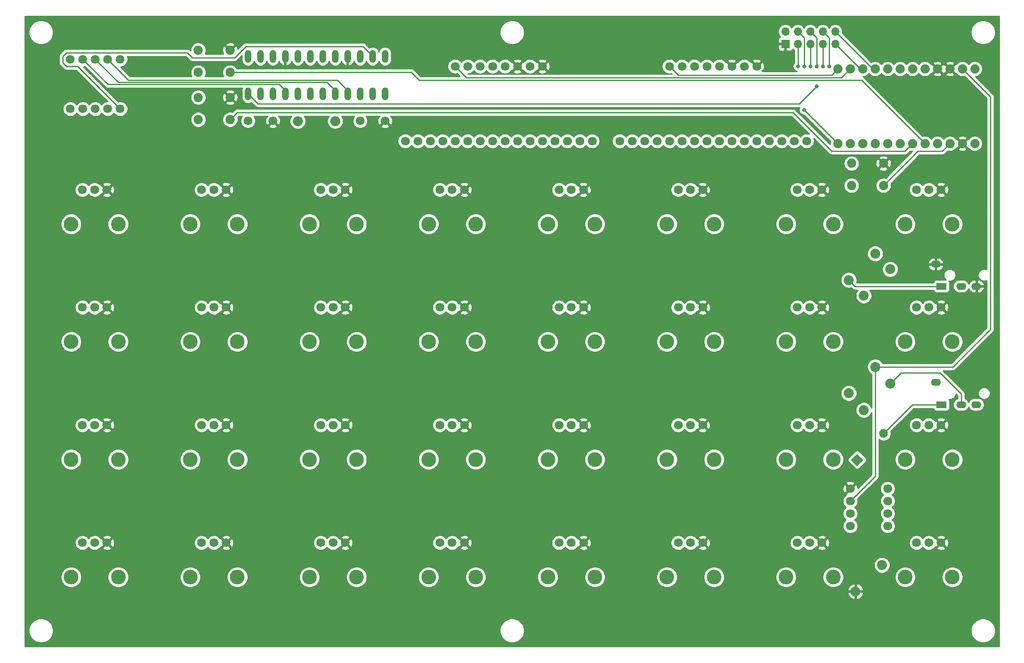
<source format=gbl>
G04 #@! TF.GenerationSoftware,KiCad,Pcbnew,(5.1.10-1-10_14)*
G04 #@! TF.CreationDate,2021-10-10T16:36:06+03:00*
G04 #@! TF.ProjectId,N32B,4e333242-2e6b-4696-9361-645f70636258,V2.2*
G04 #@! TF.SameCoordinates,Original*
G04 #@! TF.FileFunction,Copper,L2,Bot*
G04 #@! TF.FilePolarity,Positive*
%FSLAX46Y46*%
G04 Gerber Fmt 4.6, Leading zero omitted, Abs format (unit mm)*
G04 Created by KiCad (PCBNEW (5.1.10-1-10_14)) date 2021-10-10 16:36:06*
%MOMM*%
%LPD*%
G01*
G04 APERTURE LIST*
G04 #@! TA.AperFunction,ComponentPad*
%ADD10C,1.800000*%
G04 #@! TD*
G04 #@! TA.AperFunction,ComponentPad*
%ADD11C,2.999740*%
G04 #@! TD*
G04 #@! TA.AperFunction,ComponentPad*
%ADD12R,1.700000X1.700000*%
G04 #@! TD*
G04 #@! TA.AperFunction,ComponentPad*
%ADD13O,1.700000X1.700000*%
G04 #@! TD*
G04 #@! TA.AperFunction,ComponentPad*
%ADD14C,0.100000*%
G04 #@! TD*
G04 #@! TA.AperFunction,ComponentPad*
%ADD15C,2.032000*%
G04 #@! TD*
G04 #@! TA.AperFunction,ComponentPad*
%ADD16O,2.000000X1.400000*%
G04 #@! TD*
G04 #@! TA.AperFunction,ComponentPad*
%ADD17R,2.000000X1.400000*%
G04 #@! TD*
G04 #@! TA.AperFunction,ComponentPad*
%ADD18O,1.320800X2.641600*%
G04 #@! TD*
G04 #@! TA.AperFunction,ComponentPad*
%ADD19C,1.879600*%
G04 #@! TD*
G04 #@! TA.AperFunction,ViaPad*
%ADD20C,0.800000*%
G04 #@! TD*
G04 #@! TA.AperFunction,Conductor*
%ADD21C,0.250000*%
G04 #@! TD*
G04 #@! TA.AperFunction,Conductor*
%ADD22C,0.254000*%
G04 #@! TD*
G04 #@! TA.AperFunction,Conductor*
%ADD23C,0.100000*%
G04 #@! TD*
G04 APERTURE END LIST*
D10*
X215882001Y-130440000D03*
X213382001Y-130440000D03*
X210882001Y-130440000D03*
D11*
X208582001Y-137440000D03*
X218182001Y-137440000D03*
D10*
X191596001Y-130440000D03*
X189096001Y-130440000D03*
X186596001Y-130440000D03*
D11*
X184296001Y-137440000D03*
X193896001Y-137440000D03*
D10*
X167310001Y-130440000D03*
X164810001Y-130440000D03*
X162310001Y-130440000D03*
D11*
X160010001Y-137440000D03*
X169610001Y-137440000D03*
D10*
X143024001Y-130440000D03*
X140524001Y-130440000D03*
X138024001Y-130440000D03*
D11*
X135724001Y-137440000D03*
X145324001Y-137440000D03*
D10*
X118738002Y-130440000D03*
X116238002Y-130440000D03*
X113738002Y-130440000D03*
D11*
X111438002Y-137440000D03*
X121038002Y-137440000D03*
D10*
X94452001Y-130440000D03*
X91952001Y-130440000D03*
X89452001Y-130440000D03*
D11*
X87152001Y-137440000D03*
X96752001Y-137440000D03*
D10*
X70166001Y-130440000D03*
X67666001Y-130440000D03*
X65166001Y-130440000D03*
D11*
X62866001Y-137440000D03*
X72466001Y-137440000D03*
D10*
X215882001Y-106439999D03*
X213382001Y-106439999D03*
X210882001Y-106439999D03*
D11*
X208582001Y-113439999D03*
X218182001Y-113439999D03*
D10*
X191596001Y-106439999D03*
X189096001Y-106439999D03*
X186596001Y-106439999D03*
D11*
X184296001Y-113439999D03*
X193896001Y-113439999D03*
D10*
X167310001Y-106439999D03*
X164810001Y-106439999D03*
X162310001Y-106439999D03*
D11*
X160010001Y-113439999D03*
X169610001Y-113439999D03*
D10*
X143024001Y-106439999D03*
X140524001Y-106439999D03*
X138024001Y-106439999D03*
D11*
X135724001Y-113439999D03*
X145324001Y-113439999D03*
D10*
X118738002Y-106439999D03*
X116238002Y-106439999D03*
X113738002Y-106439999D03*
D11*
X111438002Y-113439999D03*
X121038002Y-113439999D03*
D10*
X94452001Y-106439999D03*
X91952001Y-106439999D03*
X89452001Y-106439999D03*
D11*
X87152001Y-113439999D03*
X96752001Y-113439999D03*
D10*
X70166001Y-106439999D03*
X67666001Y-106439999D03*
X65166001Y-106439999D03*
D11*
X62866001Y-113439999D03*
X72466001Y-113439999D03*
D10*
X45880001Y-106439999D03*
X43380001Y-106439999D03*
X40880001Y-106439999D03*
D11*
X38580001Y-113439999D03*
X48180001Y-113439999D03*
D10*
X215882001Y-82439999D03*
X213382001Y-82439999D03*
X210882001Y-82439999D03*
D11*
X208582001Y-89439999D03*
X218182001Y-89439999D03*
D10*
X191596001Y-82439999D03*
X189096001Y-82439999D03*
X186596001Y-82439999D03*
D11*
X184296001Y-89439999D03*
X193896001Y-89439999D03*
D10*
X167310001Y-82439999D03*
X164810001Y-82439999D03*
X162310001Y-82439999D03*
D11*
X160010001Y-89439999D03*
X169610001Y-89439999D03*
D10*
X143024001Y-82439999D03*
X140524001Y-82439999D03*
X138024001Y-82439999D03*
D11*
X135724001Y-89439999D03*
X145324001Y-89439999D03*
D10*
X118738002Y-82439999D03*
X116238002Y-82439999D03*
X113738002Y-82439999D03*
D11*
X111438002Y-89439999D03*
X121038002Y-89439999D03*
D10*
X94452001Y-82439999D03*
X91952001Y-82439999D03*
X89452001Y-82439999D03*
D11*
X87152001Y-89439999D03*
X96752001Y-89439999D03*
D10*
X70166001Y-82439999D03*
X67666001Y-82439999D03*
X65166001Y-82439999D03*
D11*
X62866001Y-89439999D03*
X72466001Y-89439999D03*
D10*
X45880001Y-82439999D03*
X43380001Y-82439999D03*
X40880001Y-82439999D03*
D11*
X38580001Y-89439999D03*
X48180001Y-89439999D03*
D10*
X215882001Y-58440000D03*
X213382001Y-58440000D03*
X210882001Y-58440000D03*
D11*
X208582001Y-65440000D03*
X218182001Y-65440000D03*
D10*
X191596001Y-58440000D03*
X189096001Y-58440000D03*
X186596001Y-58440000D03*
D11*
X184296001Y-65440000D03*
X193896001Y-65440000D03*
D10*
X167310001Y-58440000D03*
X164810001Y-58440000D03*
X162310001Y-58440000D03*
D11*
X160010001Y-65440000D03*
X169610001Y-65440000D03*
D10*
X143024001Y-58440000D03*
X140524001Y-58440000D03*
X138024001Y-58440000D03*
D11*
X135724001Y-65440000D03*
X145324001Y-65440000D03*
D10*
X118738002Y-58440000D03*
X116238002Y-58440000D03*
X113738002Y-58440000D03*
D11*
X111438002Y-65440000D03*
X121038002Y-65440000D03*
D10*
X70166001Y-58440000D03*
X67666001Y-58440000D03*
X65166001Y-58440000D03*
D11*
X62866001Y-65440000D03*
X72466001Y-65440000D03*
D10*
X94452001Y-58440000D03*
X91952001Y-58440000D03*
X89452001Y-58440000D03*
D11*
X87152001Y-65440000D03*
X96752001Y-65440000D03*
D10*
X45880001Y-130440000D03*
X43380001Y-130440000D03*
X40880001Y-130440000D03*
D11*
X38580001Y-137440000D03*
X48180001Y-137440000D03*
D10*
X45880001Y-58440000D03*
X43380001Y-58440000D03*
X40880001Y-58440000D03*
D11*
X38580001Y-65440000D03*
X48180001Y-65440000D03*
D10*
X150368000Y-48514000D03*
X152908000Y-48514000D03*
X155448000Y-48514000D03*
X157988000Y-48514000D03*
X160528000Y-48514000D03*
X163068000Y-48514000D03*
X165608000Y-48514000D03*
X168148000Y-48514000D03*
X170688000Y-48514000D03*
X173228000Y-48514000D03*
X175768000Y-48514000D03*
X178308000Y-48514000D03*
X180848000Y-48514000D03*
X183388000Y-48514000D03*
X185928000Y-48514000D03*
X188468000Y-48514000D03*
X160528000Y-33274000D03*
X163068000Y-33274000D03*
X165608000Y-33274000D03*
X168148000Y-33274000D03*
X170688000Y-33274000D03*
X173228000Y-33274000D03*
X175768000Y-33274000D03*
X178308000Y-33274000D03*
X106680000Y-48514000D03*
X109220000Y-48514000D03*
X111760000Y-48514000D03*
X114300000Y-48514000D03*
X116840000Y-48514000D03*
X119380000Y-48514000D03*
X121920000Y-48514000D03*
X124460000Y-48514000D03*
X127000000Y-48514000D03*
X129540000Y-48514000D03*
X132080000Y-48514000D03*
X134620000Y-48514000D03*
X137160000Y-48514000D03*
X139700000Y-48514000D03*
X142240000Y-48514000D03*
X144780000Y-48514000D03*
X116840000Y-33274000D03*
X119380000Y-33274000D03*
X121920000Y-33274000D03*
X124460000Y-33274000D03*
X127000000Y-33274000D03*
X129540000Y-33274000D03*
X132080000Y-33274000D03*
X134620000Y-33274000D03*
D12*
X184150000Y-28702000D03*
D13*
X184150000Y-26162000D03*
X186690000Y-28702000D03*
X186690000Y-26162000D03*
X189230000Y-28702000D03*
X189230000Y-26162000D03*
X191770000Y-28702000D03*
X191770000Y-26162000D03*
X194310000Y-28702000D03*
X194310000Y-26162000D03*
D10*
X74628000Y-44386000D03*
X79708000Y-44386000D03*
X97488000Y-44386000D03*
X102568000Y-44386000D03*
X38428000Y-31832000D03*
X38428000Y-41952000D03*
X40968000Y-31832000D03*
X40968000Y-41952000D03*
X43508000Y-31832000D03*
X43508000Y-41952000D03*
X46048000Y-31832000D03*
X46048000Y-41952000D03*
X48588000Y-31832000D03*
X48588000Y-41952000D03*
G04 #@! TA.AperFunction,ComponentPad*
G36*
G01*
X203524758Y-108775242D02*
X203524758Y-108775242D01*
G75*
G02*
X203524758Y-107502450I636396J636396D01*
G01*
X203524758Y-107502450D01*
G75*
G02*
X204797550Y-107502450I636396J-636396D01*
G01*
X204797550Y-107502450D01*
G75*
G02*
X204797550Y-108775242I-636396J-636396D01*
G01*
X204797550Y-108775242D01*
G75*
G02*
X203524758Y-108775242I-636396J636396D01*
G01*
G37*
G04 #@! TD.AperFunction*
G04 #@! TA.AperFunction,ComponentPad*
D14*
G36*
X198773000Y-114799792D02*
G01*
X197500208Y-113527000D01*
X198773000Y-112254208D01*
X200045792Y-113527000D01*
X198773000Y-114799792D01*
G37*
G04 #@! TD.AperFunction*
D10*
X204990700Y-119405400D03*
X197370700Y-119405400D03*
X204990700Y-121945400D03*
X197370700Y-121945400D03*
X204990700Y-124485400D03*
X197370700Y-124485400D03*
X204990700Y-127025400D03*
X197370700Y-127025400D03*
D15*
X202465077Y-71473923D03*
X197076923Y-76862077D03*
X200124923Y-80037077D03*
X205513077Y-74648923D03*
X84788000Y-44446000D03*
X92408000Y-44446000D03*
X200124923Y-103396077D03*
X205513077Y-98007923D03*
X198453923Y-140371077D03*
X203842077Y-134982923D03*
X202465077Y-94557923D03*
X197076923Y-99946077D03*
D16*
X223068000Y-78138000D03*
X219968000Y-78138000D03*
D17*
X215968000Y-78138000D03*
D16*
X214818000Y-73638000D03*
D18*
X102568000Y-38862000D03*
X100028000Y-38862000D03*
X97488000Y-38862000D03*
X94948000Y-38862000D03*
X92408000Y-38862000D03*
X89868000Y-38862000D03*
X87328000Y-38862000D03*
X84788000Y-38862000D03*
X82248000Y-38862000D03*
X79708000Y-38862000D03*
X77168000Y-38862000D03*
X74628000Y-38862000D03*
X74628000Y-31242000D03*
X77168000Y-31242000D03*
X79708000Y-31242000D03*
X82248000Y-31242000D03*
X84788000Y-31242000D03*
X87328000Y-31242000D03*
X89868000Y-31242000D03*
X92408000Y-31242000D03*
X94948000Y-31242000D03*
X97488000Y-31242000D03*
X100028000Y-31242000D03*
X102568000Y-31242000D03*
D19*
X64482980Y-39613840D03*
X70985380Y-39613840D03*
X64482980Y-44135040D03*
X70985380Y-44135040D03*
X64480440Y-29989780D03*
X70982840Y-29989780D03*
X64480440Y-34510980D03*
X70982840Y-34510980D03*
X222758000Y-33782000D03*
X220218000Y-33782000D03*
X217678000Y-33782000D03*
X215138000Y-33782000D03*
X212598000Y-33782000D03*
X210058000Y-33782000D03*
X207518000Y-33782000D03*
X204978000Y-33782000D03*
X202438000Y-33782000D03*
X199898000Y-33782000D03*
X197358000Y-33782000D03*
X194818000Y-33782000D03*
X194818000Y-49022000D03*
X197358000Y-49022000D03*
X199898000Y-49022000D03*
X202438000Y-49022000D03*
X204978000Y-49022000D03*
X207518000Y-49022000D03*
X210058000Y-49022000D03*
X212598000Y-49022000D03*
X215138000Y-49022000D03*
X217678000Y-49022000D03*
X220218000Y-49022000D03*
X222758000Y-49022000D03*
D16*
X214818000Y-97768000D03*
D17*
X215968000Y-102268000D03*
D16*
X219968000Y-102268000D03*
X223068000Y-102268000D03*
D19*
X204139800Y-57581800D03*
X197637400Y-57581800D03*
X204139800Y-53060600D03*
X197637400Y-53060600D03*
D20*
X187960000Y-33273996D03*
X187960000Y-42164000D03*
X190500000Y-33274000D03*
X190499997Y-37338003D03*
X193040000Y-33273994D03*
X189230000Y-33274000D03*
X186690000Y-33274000D03*
X191770000Y-33274004D03*
D21*
X209118201Y-49961799D02*
X210058000Y-49022000D01*
X70985380Y-44135040D02*
X72448420Y-42672000D01*
X208495900Y-50584100D02*
X209118201Y-49961799D01*
X185674000Y-42672000D02*
X193586100Y-50584100D01*
X72448420Y-42672000D02*
X185674000Y-42672000D01*
X193586100Y-50584100D02*
X208495900Y-50584100D01*
X72311917Y-34510980D02*
X70982840Y-34510980D01*
X109474000Y-36068000D02*
X107916980Y-34510980D01*
X107916980Y-34510980D02*
X72311917Y-34510980D01*
X212598000Y-49022000D02*
X199644000Y-36068000D01*
X199644000Y-36068000D02*
X109474000Y-36068000D01*
X195522011Y-35617989D02*
X119183989Y-35617989D01*
X119183989Y-35617989D02*
X116840000Y-33274000D01*
X197358000Y-33782000D02*
X195522011Y-35617989D01*
X162306000Y-35052000D02*
X193548000Y-35052000D01*
X193548000Y-35052000D02*
X194818000Y-33782000D01*
X160528000Y-33274000D02*
X162306000Y-35052000D01*
X41729999Y-32593999D02*
X40968000Y-31832000D01*
X82248000Y-38862000D02*
X82248000Y-38201600D01*
X82248000Y-38201600D02*
X81014422Y-36968022D01*
X46104022Y-36968022D02*
X41729999Y-32593999D01*
X81014422Y-36968022D02*
X46104022Y-36968022D01*
X48194011Y-36518011D02*
X44269999Y-32593999D01*
X92408000Y-38862000D02*
X92408000Y-38201600D01*
X44269999Y-32593999D02*
X43508000Y-31832000D01*
X92408000Y-38201600D02*
X90724411Y-36518011D01*
X90724411Y-36518011D02*
X48194011Y-36518011D01*
X92814400Y-36068000D02*
X94948000Y-38201600D01*
X46048000Y-31832000D02*
X50284000Y-36068000D01*
X50284000Y-36068000D02*
X92814400Y-36068000D01*
X94948000Y-38201600D02*
X94948000Y-38862000D01*
X74168000Y-29210000D02*
X98044000Y-29210000D01*
X48588000Y-41952000D02*
X39910000Y-33274000D01*
X63246000Y-31496000D02*
X71882000Y-31496000D01*
X36830000Y-32512000D02*
X36830000Y-31242000D01*
X37592000Y-33274000D02*
X36830000Y-32512000D01*
X39910000Y-33274000D02*
X37592000Y-33274000D01*
X37592000Y-30480000D02*
X62230000Y-30480000D01*
X36830000Y-31242000D02*
X37592000Y-30480000D01*
X98044000Y-29210000D02*
X100028000Y-31194000D01*
X62230000Y-30480000D02*
X63246000Y-31496000D01*
X71882000Y-31496000D02*
X74168000Y-29210000D01*
X100028000Y-31194000D02*
X100028000Y-31242000D01*
X186690000Y-26162000D02*
X187960000Y-27432000D01*
X187960000Y-27432000D02*
X187960000Y-33273996D01*
X194818000Y-49022000D02*
X187960000Y-42164000D01*
X190500000Y-27432000D02*
X190500000Y-33274000D01*
X189230000Y-26162000D02*
X190500000Y-27432000D01*
X76660000Y-40894000D02*
X186944000Y-40894000D01*
X74628000Y-38862000D02*
X76660000Y-40894000D01*
X186944000Y-40894000D02*
X190499997Y-37338003D01*
X198352846Y-78138000D02*
X197076923Y-76862077D01*
X215968000Y-78138000D02*
X198352846Y-78138000D01*
X218292077Y-94557923D02*
X202465077Y-94557923D01*
X225948000Y-39512000D02*
X225948000Y-86902000D01*
X225948000Y-86902000D02*
X218292077Y-94557923D01*
X220218000Y-33782000D02*
X225948000Y-39512000D01*
X202465077Y-116851023D02*
X202465077Y-94557923D01*
X197370700Y-121945400D02*
X202465077Y-116851023D01*
X211150200Y-50571400D02*
X204139800Y-57581800D01*
X216128600Y-50571400D02*
X211150200Y-50571400D01*
X217678000Y-49022000D02*
X216128600Y-50571400D01*
X210032000Y-102268000D02*
X215968000Y-102268000D01*
X204161154Y-108138846D02*
X210032000Y-102268000D01*
X219968000Y-100080000D02*
X219968000Y-102268000D01*
X215646000Y-95758000D02*
X219968000Y-100080000D01*
X207763000Y-95758000D02*
X215646000Y-95758000D01*
X205513077Y-98007923D02*
X207763000Y-95758000D01*
X191770000Y-26162000D02*
X193040000Y-27432000D01*
X193040000Y-27432000D02*
X193040000Y-33273994D01*
X189230000Y-28702000D02*
X189230000Y-33274000D01*
X186690000Y-28702000D02*
X186690000Y-33274000D01*
X191770000Y-28702000D02*
X191770000Y-33274004D01*
X199390000Y-33782000D02*
X199898000Y-33782000D01*
X194310000Y-28702000D02*
X199390000Y-33782000D01*
X202438000Y-33653590D02*
X202373795Y-33717795D01*
X201930000Y-33782000D02*
X202438000Y-33782000D01*
X194310000Y-26162000D02*
X201930000Y-33782000D01*
D22*
X227712639Y-151617002D02*
X29183000Y-151617000D01*
X29183000Y-148106773D01*
X29955062Y-148106773D01*
X29955062Y-148597839D01*
X30050864Y-149079469D01*
X30238787Y-149533155D01*
X30511609Y-149941461D01*
X30858845Y-150288697D01*
X31267151Y-150561519D01*
X31720837Y-150749442D01*
X32202467Y-150845244D01*
X32693533Y-150845244D01*
X33175163Y-150749442D01*
X33628849Y-150561519D01*
X34037155Y-150288697D01*
X34384391Y-149941461D01*
X34657213Y-149533155D01*
X34845136Y-149079469D01*
X34940938Y-148597839D01*
X34940938Y-148106773D01*
X125955062Y-148106773D01*
X125955062Y-148597839D01*
X126050864Y-149079469D01*
X126238787Y-149533155D01*
X126511609Y-149941461D01*
X126858845Y-150288697D01*
X127267151Y-150561519D01*
X127720837Y-150749442D01*
X128202467Y-150845244D01*
X128693533Y-150845244D01*
X129175163Y-150749442D01*
X129628849Y-150561519D01*
X130037155Y-150288697D01*
X130384391Y-149941461D01*
X130657213Y-149533155D01*
X130845136Y-149079469D01*
X130940938Y-148597839D01*
X130940938Y-148106773D01*
X221955062Y-148106773D01*
X221955062Y-148597839D01*
X222050864Y-149079469D01*
X222238787Y-149533155D01*
X222511609Y-149941461D01*
X222858845Y-150288697D01*
X223267151Y-150561519D01*
X223720837Y-150749442D01*
X224202467Y-150845244D01*
X224693533Y-150845244D01*
X225175163Y-150749442D01*
X225628849Y-150561519D01*
X226037155Y-150288697D01*
X226384391Y-149941461D01*
X226657213Y-149533155D01*
X226845136Y-149079469D01*
X226940938Y-148597839D01*
X226940938Y-148106773D01*
X226845136Y-147625143D01*
X226657213Y-147171457D01*
X226384391Y-146763151D01*
X226037155Y-146415915D01*
X225628849Y-146143093D01*
X225175163Y-145955170D01*
X224693533Y-145859368D01*
X224202467Y-145859368D01*
X223720837Y-145955170D01*
X223267151Y-146143093D01*
X222858845Y-146415915D01*
X222511609Y-146763151D01*
X222238787Y-147171457D01*
X222050864Y-147625143D01*
X221955062Y-148106773D01*
X130940938Y-148106773D01*
X130845136Y-147625143D01*
X130657213Y-147171457D01*
X130384391Y-146763151D01*
X130037155Y-146415915D01*
X129628849Y-146143093D01*
X129175163Y-145955170D01*
X128693533Y-145859368D01*
X128202467Y-145859368D01*
X127720837Y-145955170D01*
X127267151Y-146143093D01*
X126858845Y-146415915D01*
X126511609Y-146763151D01*
X126238787Y-147171457D01*
X126050864Y-147625143D01*
X125955062Y-148106773D01*
X34940938Y-148106773D01*
X34845136Y-147625143D01*
X34657213Y-147171457D01*
X34384391Y-146763151D01*
X34037155Y-146415915D01*
X33628849Y-146143093D01*
X33175163Y-145955170D01*
X32693533Y-145859368D01*
X32202467Y-145859368D01*
X31720837Y-145955170D01*
X31267151Y-146143093D01*
X30858845Y-146415915D01*
X30511609Y-146763151D01*
X30238787Y-147171457D01*
X30050864Y-147625143D01*
X29955062Y-148106773D01*
X29183000Y-148106773D01*
X29183000Y-140755275D01*
X196840035Y-140755275D01*
X196945999Y-141062747D01*
X197109911Y-141343638D01*
X197325473Y-141587154D01*
X197584401Y-141783937D01*
X197876744Y-141926425D01*
X198069725Y-141984965D01*
X198326923Y-141865930D01*
X198326923Y-140498077D01*
X198580923Y-140498077D01*
X198580923Y-141865930D01*
X198838121Y-141984965D01*
X199145593Y-141879001D01*
X199426484Y-141715089D01*
X199670000Y-141499527D01*
X199866783Y-141240599D01*
X200009271Y-140948256D01*
X200067811Y-140755275D01*
X199948776Y-140498077D01*
X198580923Y-140498077D01*
X198326923Y-140498077D01*
X196959070Y-140498077D01*
X196840035Y-140755275D01*
X29183000Y-140755275D01*
X29183000Y-139986879D01*
X196840035Y-139986879D01*
X196959070Y-140244077D01*
X198326923Y-140244077D01*
X198326923Y-138876224D01*
X198580923Y-138876224D01*
X198580923Y-140244077D01*
X199948776Y-140244077D01*
X200067811Y-139986879D01*
X199961847Y-139679407D01*
X199797935Y-139398516D01*
X199582373Y-139155000D01*
X199323445Y-138958217D01*
X199031102Y-138815729D01*
X198838121Y-138757189D01*
X198580923Y-138876224D01*
X198326923Y-138876224D01*
X198069725Y-138757189D01*
X197762253Y-138863153D01*
X197481362Y-139027065D01*
X197237846Y-139242627D01*
X197041063Y-139501555D01*
X196898575Y-139793898D01*
X196840035Y-139986879D01*
X29183000Y-139986879D01*
X29183000Y-137229734D01*
X36445131Y-137229734D01*
X36445131Y-137650266D01*
X36527173Y-138062719D01*
X36688104Y-138451240D01*
X36921739Y-138800900D01*
X37219101Y-139098262D01*
X37568761Y-139331897D01*
X37957282Y-139492828D01*
X38369735Y-139574870D01*
X38790267Y-139574870D01*
X39202720Y-139492828D01*
X39591241Y-139331897D01*
X39940901Y-139098262D01*
X40238263Y-138800900D01*
X40471898Y-138451240D01*
X40632829Y-138062719D01*
X40714871Y-137650266D01*
X40714871Y-137229734D01*
X46045131Y-137229734D01*
X46045131Y-137650266D01*
X46127173Y-138062719D01*
X46288104Y-138451240D01*
X46521739Y-138800900D01*
X46819101Y-139098262D01*
X47168761Y-139331897D01*
X47557282Y-139492828D01*
X47969735Y-139574870D01*
X48390267Y-139574870D01*
X48802720Y-139492828D01*
X49191241Y-139331897D01*
X49540901Y-139098262D01*
X49838263Y-138800900D01*
X50071898Y-138451240D01*
X50232829Y-138062719D01*
X50314871Y-137650266D01*
X50314871Y-137229734D01*
X60731131Y-137229734D01*
X60731131Y-137650266D01*
X60813173Y-138062719D01*
X60974104Y-138451240D01*
X61207739Y-138800900D01*
X61505101Y-139098262D01*
X61854761Y-139331897D01*
X62243282Y-139492828D01*
X62655735Y-139574870D01*
X63076267Y-139574870D01*
X63488720Y-139492828D01*
X63877241Y-139331897D01*
X64226901Y-139098262D01*
X64524263Y-138800900D01*
X64757898Y-138451240D01*
X64918829Y-138062719D01*
X65000871Y-137650266D01*
X65000871Y-137229734D01*
X70331131Y-137229734D01*
X70331131Y-137650266D01*
X70413173Y-138062719D01*
X70574104Y-138451240D01*
X70807739Y-138800900D01*
X71105101Y-139098262D01*
X71454761Y-139331897D01*
X71843282Y-139492828D01*
X72255735Y-139574870D01*
X72676267Y-139574870D01*
X73088720Y-139492828D01*
X73477241Y-139331897D01*
X73826901Y-139098262D01*
X74124263Y-138800900D01*
X74357898Y-138451240D01*
X74518829Y-138062719D01*
X74600871Y-137650266D01*
X74600871Y-137229734D01*
X85017131Y-137229734D01*
X85017131Y-137650266D01*
X85099173Y-138062719D01*
X85260104Y-138451240D01*
X85493739Y-138800900D01*
X85791101Y-139098262D01*
X86140761Y-139331897D01*
X86529282Y-139492828D01*
X86941735Y-139574870D01*
X87362267Y-139574870D01*
X87774720Y-139492828D01*
X88163241Y-139331897D01*
X88512901Y-139098262D01*
X88810263Y-138800900D01*
X89043898Y-138451240D01*
X89204829Y-138062719D01*
X89286871Y-137650266D01*
X89286871Y-137229734D01*
X94617131Y-137229734D01*
X94617131Y-137650266D01*
X94699173Y-138062719D01*
X94860104Y-138451240D01*
X95093739Y-138800900D01*
X95391101Y-139098262D01*
X95740761Y-139331897D01*
X96129282Y-139492828D01*
X96541735Y-139574870D01*
X96962267Y-139574870D01*
X97374720Y-139492828D01*
X97763241Y-139331897D01*
X98112901Y-139098262D01*
X98410263Y-138800900D01*
X98643898Y-138451240D01*
X98804829Y-138062719D01*
X98886871Y-137650266D01*
X98886871Y-137229734D01*
X109303132Y-137229734D01*
X109303132Y-137650266D01*
X109385174Y-138062719D01*
X109546105Y-138451240D01*
X109779740Y-138800900D01*
X110077102Y-139098262D01*
X110426762Y-139331897D01*
X110815283Y-139492828D01*
X111227736Y-139574870D01*
X111648268Y-139574870D01*
X112060721Y-139492828D01*
X112449242Y-139331897D01*
X112798902Y-139098262D01*
X113096264Y-138800900D01*
X113329899Y-138451240D01*
X113490830Y-138062719D01*
X113572872Y-137650266D01*
X113572872Y-137229734D01*
X118903132Y-137229734D01*
X118903132Y-137650266D01*
X118985174Y-138062719D01*
X119146105Y-138451240D01*
X119379740Y-138800900D01*
X119677102Y-139098262D01*
X120026762Y-139331897D01*
X120415283Y-139492828D01*
X120827736Y-139574870D01*
X121248268Y-139574870D01*
X121660721Y-139492828D01*
X122049242Y-139331897D01*
X122398902Y-139098262D01*
X122696264Y-138800900D01*
X122929899Y-138451240D01*
X123090830Y-138062719D01*
X123172872Y-137650266D01*
X123172872Y-137229734D01*
X133589131Y-137229734D01*
X133589131Y-137650266D01*
X133671173Y-138062719D01*
X133832104Y-138451240D01*
X134065739Y-138800900D01*
X134363101Y-139098262D01*
X134712761Y-139331897D01*
X135101282Y-139492828D01*
X135513735Y-139574870D01*
X135934267Y-139574870D01*
X136346720Y-139492828D01*
X136735241Y-139331897D01*
X137084901Y-139098262D01*
X137382263Y-138800900D01*
X137615898Y-138451240D01*
X137776829Y-138062719D01*
X137858871Y-137650266D01*
X137858871Y-137229734D01*
X143189131Y-137229734D01*
X143189131Y-137650266D01*
X143271173Y-138062719D01*
X143432104Y-138451240D01*
X143665739Y-138800900D01*
X143963101Y-139098262D01*
X144312761Y-139331897D01*
X144701282Y-139492828D01*
X145113735Y-139574870D01*
X145534267Y-139574870D01*
X145946720Y-139492828D01*
X146335241Y-139331897D01*
X146684901Y-139098262D01*
X146982263Y-138800900D01*
X147215898Y-138451240D01*
X147376829Y-138062719D01*
X147458871Y-137650266D01*
X147458871Y-137229734D01*
X157875131Y-137229734D01*
X157875131Y-137650266D01*
X157957173Y-138062719D01*
X158118104Y-138451240D01*
X158351739Y-138800900D01*
X158649101Y-139098262D01*
X158998761Y-139331897D01*
X159387282Y-139492828D01*
X159799735Y-139574870D01*
X160220267Y-139574870D01*
X160632720Y-139492828D01*
X161021241Y-139331897D01*
X161370901Y-139098262D01*
X161668263Y-138800900D01*
X161901898Y-138451240D01*
X162062829Y-138062719D01*
X162144871Y-137650266D01*
X162144871Y-137229734D01*
X167475131Y-137229734D01*
X167475131Y-137650266D01*
X167557173Y-138062719D01*
X167718104Y-138451240D01*
X167951739Y-138800900D01*
X168249101Y-139098262D01*
X168598761Y-139331897D01*
X168987282Y-139492828D01*
X169399735Y-139574870D01*
X169820267Y-139574870D01*
X170232720Y-139492828D01*
X170621241Y-139331897D01*
X170970901Y-139098262D01*
X171268263Y-138800900D01*
X171501898Y-138451240D01*
X171662829Y-138062719D01*
X171744871Y-137650266D01*
X171744871Y-137229734D01*
X182161131Y-137229734D01*
X182161131Y-137650266D01*
X182243173Y-138062719D01*
X182404104Y-138451240D01*
X182637739Y-138800900D01*
X182935101Y-139098262D01*
X183284761Y-139331897D01*
X183673282Y-139492828D01*
X184085735Y-139574870D01*
X184506267Y-139574870D01*
X184918720Y-139492828D01*
X185307241Y-139331897D01*
X185656901Y-139098262D01*
X185954263Y-138800900D01*
X186187898Y-138451240D01*
X186348829Y-138062719D01*
X186430871Y-137650266D01*
X186430871Y-137229734D01*
X191761131Y-137229734D01*
X191761131Y-137650266D01*
X191843173Y-138062719D01*
X192004104Y-138451240D01*
X192237739Y-138800900D01*
X192535101Y-139098262D01*
X192884761Y-139331897D01*
X193273282Y-139492828D01*
X193685735Y-139574870D01*
X194106267Y-139574870D01*
X194518720Y-139492828D01*
X194907241Y-139331897D01*
X195256901Y-139098262D01*
X195554263Y-138800900D01*
X195787898Y-138451240D01*
X195948829Y-138062719D01*
X196030871Y-137650266D01*
X196030871Y-137229734D01*
X206447131Y-137229734D01*
X206447131Y-137650266D01*
X206529173Y-138062719D01*
X206690104Y-138451240D01*
X206923739Y-138800900D01*
X207221101Y-139098262D01*
X207570761Y-139331897D01*
X207959282Y-139492828D01*
X208371735Y-139574870D01*
X208792267Y-139574870D01*
X209204720Y-139492828D01*
X209593241Y-139331897D01*
X209942901Y-139098262D01*
X210240263Y-138800900D01*
X210473898Y-138451240D01*
X210634829Y-138062719D01*
X210716871Y-137650266D01*
X210716871Y-137229734D01*
X216047131Y-137229734D01*
X216047131Y-137650266D01*
X216129173Y-138062719D01*
X216290104Y-138451240D01*
X216523739Y-138800900D01*
X216821101Y-139098262D01*
X217170761Y-139331897D01*
X217559282Y-139492828D01*
X217971735Y-139574870D01*
X218392267Y-139574870D01*
X218804720Y-139492828D01*
X219193241Y-139331897D01*
X219542901Y-139098262D01*
X219840263Y-138800900D01*
X220073898Y-138451240D01*
X220234829Y-138062719D01*
X220316871Y-137650266D01*
X220316871Y-137229734D01*
X220234829Y-136817281D01*
X220073898Y-136428760D01*
X219840263Y-136079100D01*
X219542901Y-135781738D01*
X219193241Y-135548103D01*
X218804720Y-135387172D01*
X218392267Y-135305130D01*
X217971735Y-135305130D01*
X217559282Y-135387172D01*
X217170761Y-135548103D01*
X216821101Y-135781738D01*
X216523739Y-136079100D01*
X216290104Y-136428760D01*
X216129173Y-136817281D01*
X216047131Y-137229734D01*
X210716871Y-137229734D01*
X210634829Y-136817281D01*
X210473898Y-136428760D01*
X210240263Y-136079100D01*
X209942901Y-135781738D01*
X209593241Y-135548103D01*
X209204720Y-135387172D01*
X208792267Y-135305130D01*
X208371735Y-135305130D01*
X207959282Y-135387172D01*
X207570761Y-135548103D01*
X207221101Y-135781738D01*
X206923739Y-136079100D01*
X206690104Y-136428760D01*
X206529173Y-136817281D01*
X206447131Y-137229734D01*
X196030871Y-137229734D01*
X195948829Y-136817281D01*
X195787898Y-136428760D01*
X195554263Y-136079100D01*
X195256901Y-135781738D01*
X194907241Y-135548103D01*
X194518720Y-135387172D01*
X194106267Y-135305130D01*
X193685735Y-135305130D01*
X193273282Y-135387172D01*
X192884761Y-135548103D01*
X192535101Y-135781738D01*
X192237739Y-136079100D01*
X192004104Y-136428760D01*
X191843173Y-136817281D01*
X191761131Y-137229734D01*
X186430871Y-137229734D01*
X186348829Y-136817281D01*
X186187898Y-136428760D01*
X185954263Y-136079100D01*
X185656901Y-135781738D01*
X185307241Y-135548103D01*
X184918720Y-135387172D01*
X184506267Y-135305130D01*
X184085735Y-135305130D01*
X183673282Y-135387172D01*
X183284761Y-135548103D01*
X182935101Y-135781738D01*
X182637739Y-136079100D01*
X182404104Y-136428760D01*
X182243173Y-136817281D01*
X182161131Y-137229734D01*
X171744871Y-137229734D01*
X171662829Y-136817281D01*
X171501898Y-136428760D01*
X171268263Y-136079100D01*
X170970901Y-135781738D01*
X170621241Y-135548103D01*
X170232720Y-135387172D01*
X169820267Y-135305130D01*
X169399735Y-135305130D01*
X168987282Y-135387172D01*
X168598761Y-135548103D01*
X168249101Y-135781738D01*
X167951739Y-136079100D01*
X167718104Y-136428760D01*
X167557173Y-136817281D01*
X167475131Y-137229734D01*
X162144871Y-137229734D01*
X162062829Y-136817281D01*
X161901898Y-136428760D01*
X161668263Y-136079100D01*
X161370901Y-135781738D01*
X161021241Y-135548103D01*
X160632720Y-135387172D01*
X160220267Y-135305130D01*
X159799735Y-135305130D01*
X159387282Y-135387172D01*
X158998761Y-135548103D01*
X158649101Y-135781738D01*
X158351739Y-136079100D01*
X158118104Y-136428760D01*
X157957173Y-136817281D01*
X157875131Y-137229734D01*
X147458871Y-137229734D01*
X147376829Y-136817281D01*
X147215898Y-136428760D01*
X146982263Y-136079100D01*
X146684901Y-135781738D01*
X146335241Y-135548103D01*
X145946720Y-135387172D01*
X145534267Y-135305130D01*
X145113735Y-135305130D01*
X144701282Y-135387172D01*
X144312761Y-135548103D01*
X143963101Y-135781738D01*
X143665739Y-136079100D01*
X143432104Y-136428760D01*
X143271173Y-136817281D01*
X143189131Y-137229734D01*
X137858871Y-137229734D01*
X137776829Y-136817281D01*
X137615898Y-136428760D01*
X137382263Y-136079100D01*
X137084901Y-135781738D01*
X136735241Y-135548103D01*
X136346720Y-135387172D01*
X135934267Y-135305130D01*
X135513735Y-135305130D01*
X135101282Y-135387172D01*
X134712761Y-135548103D01*
X134363101Y-135781738D01*
X134065739Y-136079100D01*
X133832104Y-136428760D01*
X133671173Y-136817281D01*
X133589131Y-137229734D01*
X123172872Y-137229734D01*
X123090830Y-136817281D01*
X122929899Y-136428760D01*
X122696264Y-136079100D01*
X122398902Y-135781738D01*
X122049242Y-135548103D01*
X121660721Y-135387172D01*
X121248268Y-135305130D01*
X120827736Y-135305130D01*
X120415283Y-135387172D01*
X120026762Y-135548103D01*
X119677102Y-135781738D01*
X119379740Y-136079100D01*
X119146105Y-136428760D01*
X118985174Y-136817281D01*
X118903132Y-137229734D01*
X113572872Y-137229734D01*
X113490830Y-136817281D01*
X113329899Y-136428760D01*
X113096264Y-136079100D01*
X112798902Y-135781738D01*
X112449242Y-135548103D01*
X112060721Y-135387172D01*
X111648268Y-135305130D01*
X111227736Y-135305130D01*
X110815283Y-135387172D01*
X110426762Y-135548103D01*
X110077102Y-135781738D01*
X109779740Y-136079100D01*
X109546105Y-136428760D01*
X109385174Y-136817281D01*
X109303132Y-137229734D01*
X98886871Y-137229734D01*
X98804829Y-136817281D01*
X98643898Y-136428760D01*
X98410263Y-136079100D01*
X98112901Y-135781738D01*
X97763241Y-135548103D01*
X97374720Y-135387172D01*
X96962267Y-135305130D01*
X96541735Y-135305130D01*
X96129282Y-135387172D01*
X95740761Y-135548103D01*
X95391101Y-135781738D01*
X95093739Y-136079100D01*
X94860104Y-136428760D01*
X94699173Y-136817281D01*
X94617131Y-137229734D01*
X89286871Y-137229734D01*
X89204829Y-136817281D01*
X89043898Y-136428760D01*
X88810263Y-136079100D01*
X88512901Y-135781738D01*
X88163241Y-135548103D01*
X87774720Y-135387172D01*
X87362267Y-135305130D01*
X86941735Y-135305130D01*
X86529282Y-135387172D01*
X86140761Y-135548103D01*
X85791101Y-135781738D01*
X85493739Y-136079100D01*
X85260104Y-136428760D01*
X85099173Y-136817281D01*
X85017131Y-137229734D01*
X74600871Y-137229734D01*
X74518829Y-136817281D01*
X74357898Y-136428760D01*
X74124263Y-136079100D01*
X73826901Y-135781738D01*
X73477241Y-135548103D01*
X73088720Y-135387172D01*
X72676267Y-135305130D01*
X72255735Y-135305130D01*
X71843282Y-135387172D01*
X71454761Y-135548103D01*
X71105101Y-135781738D01*
X70807739Y-136079100D01*
X70574104Y-136428760D01*
X70413173Y-136817281D01*
X70331131Y-137229734D01*
X65000871Y-137229734D01*
X64918829Y-136817281D01*
X64757898Y-136428760D01*
X64524263Y-136079100D01*
X64226901Y-135781738D01*
X63877241Y-135548103D01*
X63488720Y-135387172D01*
X63076267Y-135305130D01*
X62655735Y-135305130D01*
X62243282Y-135387172D01*
X61854761Y-135548103D01*
X61505101Y-135781738D01*
X61207739Y-136079100D01*
X60974104Y-136428760D01*
X60813173Y-136817281D01*
X60731131Y-137229734D01*
X50314871Y-137229734D01*
X50232829Y-136817281D01*
X50071898Y-136428760D01*
X49838263Y-136079100D01*
X49540901Y-135781738D01*
X49191241Y-135548103D01*
X48802720Y-135387172D01*
X48390267Y-135305130D01*
X47969735Y-135305130D01*
X47557282Y-135387172D01*
X47168761Y-135548103D01*
X46819101Y-135781738D01*
X46521739Y-136079100D01*
X46288104Y-136428760D01*
X46127173Y-136817281D01*
X46045131Y-137229734D01*
X40714871Y-137229734D01*
X40632829Y-136817281D01*
X40471898Y-136428760D01*
X40238263Y-136079100D01*
X39940901Y-135781738D01*
X39591241Y-135548103D01*
X39202720Y-135387172D01*
X38790267Y-135305130D01*
X38369735Y-135305130D01*
X37957282Y-135387172D01*
X37568761Y-135548103D01*
X37219101Y-135781738D01*
X36921739Y-136079100D01*
X36688104Y-136428760D01*
X36527173Y-136817281D01*
X36445131Y-137229734D01*
X29183000Y-137229734D01*
X29183000Y-134820314D01*
X202191077Y-134820314D01*
X202191077Y-135145532D01*
X202254524Y-135464502D01*
X202378980Y-135764965D01*
X202559662Y-136035374D01*
X202789626Y-136265338D01*
X203060035Y-136446020D01*
X203360498Y-136570476D01*
X203679468Y-136633923D01*
X204004686Y-136633923D01*
X204323656Y-136570476D01*
X204624119Y-136446020D01*
X204894528Y-136265338D01*
X205124492Y-136035374D01*
X205305174Y-135764965D01*
X205429630Y-135464502D01*
X205493077Y-135145532D01*
X205493077Y-134820314D01*
X205429630Y-134501344D01*
X205305174Y-134200881D01*
X205124492Y-133930472D01*
X204894528Y-133700508D01*
X204624119Y-133519826D01*
X204323656Y-133395370D01*
X204004686Y-133331923D01*
X203679468Y-133331923D01*
X203360498Y-133395370D01*
X203060035Y-133519826D01*
X202789626Y-133700508D01*
X202559662Y-133930472D01*
X202378980Y-134200881D01*
X202254524Y-134501344D01*
X202191077Y-134820314D01*
X29183000Y-134820314D01*
X29183000Y-130288816D01*
X39345001Y-130288816D01*
X39345001Y-130591184D01*
X39403990Y-130887743D01*
X39519702Y-131167095D01*
X39687689Y-131418505D01*
X39901496Y-131632312D01*
X40152906Y-131800299D01*
X40432258Y-131916011D01*
X40728817Y-131975000D01*
X41031185Y-131975000D01*
X41327744Y-131916011D01*
X41607096Y-131800299D01*
X41858506Y-131632312D01*
X42072313Y-131418505D01*
X42130001Y-131332169D01*
X42187689Y-131418505D01*
X42401496Y-131632312D01*
X42652906Y-131800299D01*
X42932258Y-131916011D01*
X43228817Y-131975000D01*
X43531185Y-131975000D01*
X43827744Y-131916011D01*
X44107096Y-131800299D01*
X44358506Y-131632312D01*
X44486738Y-131504080D01*
X44995526Y-131504080D01*
X45079209Y-131758261D01*
X45351776Y-131889158D01*
X45644643Y-131964365D01*
X45946554Y-131980991D01*
X46245908Y-131938397D01*
X46531200Y-131838222D01*
X46680793Y-131758261D01*
X46764476Y-131504080D01*
X45880001Y-130619605D01*
X44995526Y-131504080D01*
X44486738Y-131504080D01*
X44572313Y-131418505D01*
X44667739Y-131275690D01*
X44815921Y-131324475D01*
X45700396Y-130440000D01*
X46059606Y-130440000D01*
X46944081Y-131324475D01*
X47198262Y-131240792D01*
X47329159Y-130968225D01*
X47404366Y-130675358D01*
X47420992Y-130373447D01*
X47408951Y-130288816D01*
X63631001Y-130288816D01*
X63631001Y-130591184D01*
X63689990Y-130887743D01*
X63805702Y-131167095D01*
X63973689Y-131418505D01*
X64187496Y-131632312D01*
X64438906Y-131800299D01*
X64718258Y-131916011D01*
X65014817Y-131975000D01*
X65317185Y-131975000D01*
X65613744Y-131916011D01*
X65893096Y-131800299D01*
X66144506Y-131632312D01*
X66358313Y-131418505D01*
X66416001Y-131332169D01*
X66473689Y-131418505D01*
X66687496Y-131632312D01*
X66938906Y-131800299D01*
X67218258Y-131916011D01*
X67514817Y-131975000D01*
X67817185Y-131975000D01*
X68113744Y-131916011D01*
X68393096Y-131800299D01*
X68644506Y-131632312D01*
X68772738Y-131504080D01*
X69281526Y-131504080D01*
X69365209Y-131758261D01*
X69637776Y-131889158D01*
X69930643Y-131964365D01*
X70232554Y-131980991D01*
X70531908Y-131938397D01*
X70817200Y-131838222D01*
X70966793Y-131758261D01*
X71050476Y-131504080D01*
X70166001Y-130619605D01*
X69281526Y-131504080D01*
X68772738Y-131504080D01*
X68858313Y-131418505D01*
X68953739Y-131275690D01*
X69101921Y-131324475D01*
X69986396Y-130440000D01*
X70345606Y-130440000D01*
X71230081Y-131324475D01*
X71484262Y-131240792D01*
X71615159Y-130968225D01*
X71690366Y-130675358D01*
X71706992Y-130373447D01*
X71694951Y-130288816D01*
X87917001Y-130288816D01*
X87917001Y-130591184D01*
X87975990Y-130887743D01*
X88091702Y-131167095D01*
X88259689Y-131418505D01*
X88473496Y-131632312D01*
X88724906Y-131800299D01*
X89004258Y-131916011D01*
X89300817Y-131975000D01*
X89603185Y-131975000D01*
X89899744Y-131916011D01*
X90179096Y-131800299D01*
X90430506Y-131632312D01*
X90644313Y-131418505D01*
X90702001Y-131332169D01*
X90759689Y-131418505D01*
X90973496Y-131632312D01*
X91224906Y-131800299D01*
X91504258Y-131916011D01*
X91800817Y-131975000D01*
X92103185Y-131975000D01*
X92399744Y-131916011D01*
X92679096Y-131800299D01*
X92930506Y-131632312D01*
X93058738Y-131504080D01*
X93567526Y-131504080D01*
X93651209Y-131758261D01*
X93923776Y-131889158D01*
X94216643Y-131964365D01*
X94518554Y-131980991D01*
X94817908Y-131938397D01*
X95103200Y-131838222D01*
X95252793Y-131758261D01*
X95336476Y-131504080D01*
X94452001Y-130619605D01*
X93567526Y-131504080D01*
X93058738Y-131504080D01*
X93144313Y-131418505D01*
X93239739Y-131275690D01*
X93387921Y-131324475D01*
X94272396Y-130440000D01*
X94631606Y-130440000D01*
X95516081Y-131324475D01*
X95770262Y-131240792D01*
X95901159Y-130968225D01*
X95976366Y-130675358D01*
X95992992Y-130373447D01*
X95980951Y-130288816D01*
X112203002Y-130288816D01*
X112203002Y-130591184D01*
X112261991Y-130887743D01*
X112377703Y-131167095D01*
X112545690Y-131418505D01*
X112759497Y-131632312D01*
X113010907Y-131800299D01*
X113290259Y-131916011D01*
X113586818Y-131975000D01*
X113889186Y-131975000D01*
X114185745Y-131916011D01*
X114465097Y-131800299D01*
X114716507Y-131632312D01*
X114930314Y-131418505D01*
X114988002Y-131332169D01*
X115045690Y-131418505D01*
X115259497Y-131632312D01*
X115510907Y-131800299D01*
X115790259Y-131916011D01*
X116086818Y-131975000D01*
X116389186Y-131975000D01*
X116685745Y-131916011D01*
X116965097Y-131800299D01*
X117216507Y-131632312D01*
X117344739Y-131504080D01*
X117853527Y-131504080D01*
X117937210Y-131758261D01*
X118209777Y-131889158D01*
X118502644Y-131964365D01*
X118804555Y-131980991D01*
X119103909Y-131938397D01*
X119389201Y-131838222D01*
X119538794Y-131758261D01*
X119622477Y-131504080D01*
X118738002Y-130619605D01*
X117853527Y-131504080D01*
X117344739Y-131504080D01*
X117430314Y-131418505D01*
X117525740Y-131275690D01*
X117673922Y-131324475D01*
X118558397Y-130440000D01*
X118917607Y-130440000D01*
X119802082Y-131324475D01*
X120056263Y-131240792D01*
X120187160Y-130968225D01*
X120262367Y-130675358D01*
X120278993Y-130373447D01*
X120266952Y-130288816D01*
X136489001Y-130288816D01*
X136489001Y-130591184D01*
X136547990Y-130887743D01*
X136663702Y-131167095D01*
X136831689Y-131418505D01*
X137045496Y-131632312D01*
X137296906Y-131800299D01*
X137576258Y-131916011D01*
X137872817Y-131975000D01*
X138175185Y-131975000D01*
X138471744Y-131916011D01*
X138751096Y-131800299D01*
X139002506Y-131632312D01*
X139216313Y-131418505D01*
X139274001Y-131332169D01*
X139331689Y-131418505D01*
X139545496Y-131632312D01*
X139796906Y-131800299D01*
X140076258Y-131916011D01*
X140372817Y-131975000D01*
X140675185Y-131975000D01*
X140971744Y-131916011D01*
X141251096Y-131800299D01*
X141502506Y-131632312D01*
X141630738Y-131504080D01*
X142139526Y-131504080D01*
X142223209Y-131758261D01*
X142495776Y-131889158D01*
X142788643Y-131964365D01*
X143090554Y-131980991D01*
X143389908Y-131938397D01*
X143675200Y-131838222D01*
X143824793Y-131758261D01*
X143908476Y-131504080D01*
X143024001Y-130619605D01*
X142139526Y-131504080D01*
X141630738Y-131504080D01*
X141716313Y-131418505D01*
X141811739Y-131275690D01*
X141959921Y-131324475D01*
X142844396Y-130440000D01*
X143203606Y-130440000D01*
X144088081Y-131324475D01*
X144342262Y-131240792D01*
X144473159Y-130968225D01*
X144548366Y-130675358D01*
X144564992Y-130373447D01*
X144552951Y-130288816D01*
X160775001Y-130288816D01*
X160775001Y-130591184D01*
X160833990Y-130887743D01*
X160949702Y-131167095D01*
X161117689Y-131418505D01*
X161331496Y-131632312D01*
X161582906Y-131800299D01*
X161862258Y-131916011D01*
X162158817Y-131975000D01*
X162461185Y-131975000D01*
X162757744Y-131916011D01*
X163037096Y-131800299D01*
X163288506Y-131632312D01*
X163502313Y-131418505D01*
X163560001Y-131332169D01*
X163617689Y-131418505D01*
X163831496Y-131632312D01*
X164082906Y-131800299D01*
X164362258Y-131916011D01*
X164658817Y-131975000D01*
X164961185Y-131975000D01*
X165257744Y-131916011D01*
X165537096Y-131800299D01*
X165788506Y-131632312D01*
X165916738Y-131504080D01*
X166425526Y-131504080D01*
X166509209Y-131758261D01*
X166781776Y-131889158D01*
X167074643Y-131964365D01*
X167376554Y-131980991D01*
X167675908Y-131938397D01*
X167961200Y-131838222D01*
X168110793Y-131758261D01*
X168194476Y-131504080D01*
X167310001Y-130619605D01*
X166425526Y-131504080D01*
X165916738Y-131504080D01*
X166002313Y-131418505D01*
X166097739Y-131275690D01*
X166245921Y-131324475D01*
X167130396Y-130440000D01*
X167489606Y-130440000D01*
X168374081Y-131324475D01*
X168628262Y-131240792D01*
X168759159Y-130968225D01*
X168834366Y-130675358D01*
X168850992Y-130373447D01*
X168838951Y-130288816D01*
X185061001Y-130288816D01*
X185061001Y-130591184D01*
X185119990Y-130887743D01*
X185235702Y-131167095D01*
X185403689Y-131418505D01*
X185617496Y-131632312D01*
X185868906Y-131800299D01*
X186148258Y-131916011D01*
X186444817Y-131975000D01*
X186747185Y-131975000D01*
X187043744Y-131916011D01*
X187323096Y-131800299D01*
X187574506Y-131632312D01*
X187788313Y-131418505D01*
X187846001Y-131332169D01*
X187903689Y-131418505D01*
X188117496Y-131632312D01*
X188368906Y-131800299D01*
X188648258Y-131916011D01*
X188944817Y-131975000D01*
X189247185Y-131975000D01*
X189543744Y-131916011D01*
X189823096Y-131800299D01*
X190074506Y-131632312D01*
X190202738Y-131504080D01*
X190711526Y-131504080D01*
X190795209Y-131758261D01*
X191067776Y-131889158D01*
X191360643Y-131964365D01*
X191662554Y-131980991D01*
X191961908Y-131938397D01*
X192247200Y-131838222D01*
X192396793Y-131758261D01*
X192480476Y-131504080D01*
X191596001Y-130619605D01*
X190711526Y-131504080D01*
X190202738Y-131504080D01*
X190288313Y-131418505D01*
X190383739Y-131275690D01*
X190531921Y-131324475D01*
X191416396Y-130440000D01*
X191775606Y-130440000D01*
X192660081Y-131324475D01*
X192914262Y-131240792D01*
X193045159Y-130968225D01*
X193120366Y-130675358D01*
X193136992Y-130373447D01*
X193124951Y-130288816D01*
X209347001Y-130288816D01*
X209347001Y-130591184D01*
X209405990Y-130887743D01*
X209521702Y-131167095D01*
X209689689Y-131418505D01*
X209903496Y-131632312D01*
X210154906Y-131800299D01*
X210434258Y-131916011D01*
X210730817Y-131975000D01*
X211033185Y-131975000D01*
X211329744Y-131916011D01*
X211609096Y-131800299D01*
X211860506Y-131632312D01*
X212074313Y-131418505D01*
X212132001Y-131332169D01*
X212189689Y-131418505D01*
X212403496Y-131632312D01*
X212654906Y-131800299D01*
X212934258Y-131916011D01*
X213230817Y-131975000D01*
X213533185Y-131975000D01*
X213829744Y-131916011D01*
X214109096Y-131800299D01*
X214360506Y-131632312D01*
X214488738Y-131504080D01*
X214997526Y-131504080D01*
X215081209Y-131758261D01*
X215353776Y-131889158D01*
X215646643Y-131964365D01*
X215948554Y-131980991D01*
X216247908Y-131938397D01*
X216533200Y-131838222D01*
X216682793Y-131758261D01*
X216766476Y-131504080D01*
X215882001Y-130619605D01*
X214997526Y-131504080D01*
X214488738Y-131504080D01*
X214574313Y-131418505D01*
X214669739Y-131275690D01*
X214817921Y-131324475D01*
X215702396Y-130440000D01*
X216061606Y-130440000D01*
X216946081Y-131324475D01*
X217200262Y-131240792D01*
X217331159Y-130968225D01*
X217406366Y-130675358D01*
X217422992Y-130373447D01*
X217380398Y-130074093D01*
X217280223Y-129788801D01*
X217200262Y-129639208D01*
X216946081Y-129555525D01*
X216061606Y-130440000D01*
X215702396Y-130440000D01*
X214817921Y-129555525D01*
X214669739Y-129604310D01*
X214574313Y-129461495D01*
X214488738Y-129375920D01*
X214997526Y-129375920D01*
X215882001Y-130260395D01*
X216766476Y-129375920D01*
X216682793Y-129121739D01*
X216410226Y-128990842D01*
X216117359Y-128915635D01*
X215815448Y-128899009D01*
X215516094Y-128941603D01*
X215230802Y-129041778D01*
X215081209Y-129121739D01*
X214997526Y-129375920D01*
X214488738Y-129375920D01*
X214360506Y-129247688D01*
X214109096Y-129079701D01*
X213829744Y-128963989D01*
X213533185Y-128905000D01*
X213230817Y-128905000D01*
X212934258Y-128963989D01*
X212654906Y-129079701D01*
X212403496Y-129247688D01*
X212189689Y-129461495D01*
X212132001Y-129547831D01*
X212074313Y-129461495D01*
X211860506Y-129247688D01*
X211609096Y-129079701D01*
X211329744Y-128963989D01*
X211033185Y-128905000D01*
X210730817Y-128905000D01*
X210434258Y-128963989D01*
X210154906Y-129079701D01*
X209903496Y-129247688D01*
X209689689Y-129461495D01*
X209521702Y-129712905D01*
X209405990Y-129992257D01*
X209347001Y-130288816D01*
X193124951Y-130288816D01*
X193094398Y-130074093D01*
X192994223Y-129788801D01*
X192914262Y-129639208D01*
X192660081Y-129555525D01*
X191775606Y-130440000D01*
X191416396Y-130440000D01*
X190531921Y-129555525D01*
X190383739Y-129604310D01*
X190288313Y-129461495D01*
X190202738Y-129375920D01*
X190711526Y-129375920D01*
X191596001Y-130260395D01*
X192480476Y-129375920D01*
X192396793Y-129121739D01*
X192124226Y-128990842D01*
X191831359Y-128915635D01*
X191529448Y-128899009D01*
X191230094Y-128941603D01*
X190944802Y-129041778D01*
X190795209Y-129121739D01*
X190711526Y-129375920D01*
X190202738Y-129375920D01*
X190074506Y-129247688D01*
X189823096Y-129079701D01*
X189543744Y-128963989D01*
X189247185Y-128905000D01*
X188944817Y-128905000D01*
X188648258Y-128963989D01*
X188368906Y-129079701D01*
X188117496Y-129247688D01*
X187903689Y-129461495D01*
X187846001Y-129547831D01*
X187788313Y-129461495D01*
X187574506Y-129247688D01*
X187323096Y-129079701D01*
X187043744Y-128963989D01*
X186747185Y-128905000D01*
X186444817Y-128905000D01*
X186148258Y-128963989D01*
X185868906Y-129079701D01*
X185617496Y-129247688D01*
X185403689Y-129461495D01*
X185235702Y-129712905D01*
X185119990Y-129992257D01*
X185061001Y-130288816D01*
X168838951Y-130288816D01*
X168808398Y-130074093D01*
X168708223Y-129788801D01*
X168628262Y-129639208D01*
X168374081Y-129555525D01*
X167489606Y-130440000D01*
X167130396Y-130440000D01*
X166245921Y-129555525D01*
X166097739Y-129604310D01*
X166002313Y-129461495D01*
X165916738Y-129375920D01*
X166425526Y-129375920D01*
X167310001Y-130260395D01*
X168194476Y-129375920D01*
X168110793Y-129121739D01*
X167838226Y-128990842D01*
X167545359Y-128915635D01*
X167243448Y-128899009D01*
X166944094Y-128941603D01*
X166658802Y-129041778D01*
X166509209Y-129121739D01*
X166425526Y-129375920D01*
X165916738Y-129375920D01*
X165788506Y-129247688D01*
X165537096Y-129079701D01*
X165257744Y-128963989D01*
X164961185Y-128905000D01*
X164658817Y-128905000D01*
X164362258Y-128963989D01*
X164082906Y-129079701D01*
X163831496Y-129247688D01*
X163617689Y-129461495D01*
X163560001Y-129547831D01*
X163502313Y-129461495D01*
X163288506Y-129247688D01*
X163037096Y-129079701D01*
X162757744Y-128963989D01*
X162461185Y-128905000D01*
X162158817Y-128905000D01*
X161862258Y-128963989D01*
X161582906Y-129079701D01*
X161331496Y-129247688D01*
X161117689Y-129461495D01*
X160949702Y-129712905D01*
X160833990Y-129992257D01*
X160775001Y-130288816D01*
X144552951Y-130288816D01*
X144522398Y-130074093D01*
X144422223Y-129788801D01*
X144342262Y-129639208D01*
X144088081Y-129555525D01*
X143203606Y-130440000D01*
X142844396Y-130440000D01*
X141959921Y-129555525D01*
X141811739Y-129604310D01*
X141716313Y-129461495D01*
X141630738Y-129375920D01*
X142139526Y-129375920D01*
X143024001Y-130260395D01*
X143908476Y-129375920D01*
X143824793Y-129121739D01*
X143552226Y-128990842D01*
X143259359Y-128915635D01*
X142957448Y-128899009D01*
X142658094Y-128941603D01*
X142372802Y-129041778D01*
X142223209Y-129121739D01*
X142139526Y-129375920D01*
X141630738Y-129375920D01*
X141502506Y-129247688D01*
X141251096Y-129079701D01*
X140971744Y-128963989D01*
X140675185Y-128905000D01*
X140372817Y-128905000D01*
X140076258Y-128963989D01*
X139796906Y-129079701D01*
X139545496Y-129247688D01*
X139331689Y-129461495D01*
X139274001Y-129547831D01*
X139216313Y-129461495D01*
X139002506Y-129247688D01*
X138751096Y-129079701D01*
X138471744Y-128963989D01*
X138175185Y-128905000D01*
X137872817Y-128905000D01*
X137576258Y-128963989D01*
X137296906Y-129079701D01*
X137045496Y-129247688D01*
X136831689Y-129461495D01*
X136663702Y-129712905D01*
X136547990Y-129992257D01*
X136489001Y-130288816D01*
X120266952Y-130288816D01*
X120236399Y-130074093D01*
X120136224Y-129788801D01*
X120056263Y-129639208D01*
X119802082Y-129555525D01*
X118917607Y-130440000D01*
X118558397Y-130440000D01*
X117673922Y-129555525D01*
X117525740Y-129604310D01*
X117430314Y-129461495D01*
X117344739Y-129375920D01*
X117853527Y-129375920D01*
X118738002Y-130260395D01*
X119622477Y-129375920D01*
X119538794Y-129121739D01*
X119266227Y-128990842D01*
X118973360Y-128915635D01*
X118671449Y-128899009D01*
X118372095Y-128941603D01*
X118086803Y-129041778D01*
X117937210Y-129121739D01*
X117853527Y-129375920D01*
X117344739Y-129375920D01*
X117216507Y-129247688D01*
X116965097Y-129079701D01*
X116685745Y-128963989D01*
X116389186Y-128905000D01*
X116086818Y-128905000D01*
X115790259Y-128963989D01*
X115510907Y-129079701D01*
X115259497Y-129247688D01*
X115045690Y-129461495D01*
X114988002Y-129547831D01*
X114930314Y-129461495D01*
X114716507Y-129247688D01*
X114465097Y-129079701D01*
X114185745Y-128963989D01*
X113889186Y-128905000D01*
X113586818Y-128905000D01*
X113290259Y-128963989D01*
X113010907Y-129079701D01*
X112759497Y-129247688D01*
X112545690Y-129461495D01*
X112377703Y-129712905D01*
X112261991Y-129992257D01*
X112203002Y-130288816D01*
X95980951Y-130288816D01*
X95950398Y-130074093D01*
X95850223Y-129788801D01*
X95770262Y-129639208D01*
X95516081Y-129555525D01*
X94631606Y-130440000D01*
X94272396Y-130440000D01*
X93387921Y-129555525D01*
X93239739Y-129604310D01*
X93144313Y-129461495D01*
X93058738Y-129375920D01*
X93567526Y-129375920D01*
X94452001Y-130260395D01*
X95336476Y-129375920D01*
X95252793Y-129121739D01*
X94980226Y-128990842D01*
X94687359Y-128915635D01*
X94385448Y-128899009D01*
X94086094Y-128941603D01*
X93800802Y-129041778D01*
X93651209Y-129121739D01*
X93567526Y-129375920D01*
X93058738Y-129375920D01*
X92930506Y-129247688D01*
X92679096Y-129079701D01*
X92399744Y-128963989D01*
X92103185Y-128905000D01*
X91800817Y-128905000D01*
X91504258Y-128963989D01*
X91224906Y-129079701D01*
X90973496Y-129247688D01*
X90759689Y-129461495D01*
X90702001Y-129547831D01*
X90644313Y-129461495D01*
X90430506Y-129247688D01*
X90179096Y-129079701D01*
X89899744Y-128963989D01*
X89603185Y-128905000D01*
X89300817Y-128905000D01*
X89004258Y-128963989D01*
X88724906Y-129079701D01*
X88473496Y-129247688D01*
X88259689Y-129461495D01*
X88091702Y-129712905D01*
X87975990Y-129992257D01*
X87917001Y-130288816D01*
X71694951Y-130288816D01*
X71664398Y-130074093D01*
X71564223Y-129788801D01*
X71484262Y-129639208D01*
X71230081Y-129555525D01*
X70345606Y-130440000D01*
X69986396Y-130440000D01*
X69101921Y-129555525D01*
X68953739Y-129604310D01*
X68858313Y-129461495D01*
X68772738Y-129375920D01*
X69281526Y-129375920D01*
X70166001Y-130260395D01*
X71050476Y-129375920D01*
X70966793Y-129121739D01*
X70694226Y-128990842D01*
X70401359Y-128915635D01*
X70099448Y-128899009D01*
X69800094Y-128941603D01*
X69514802Y-129041778D01*
X69365209Y-129121739D01*
X69281526Y-129375920D01*
X68772738Y-129375920D01*
X68644506Y-129247688D01*
X68393096Y-129079701D01*
X68113744Y-128963989D01*
X67817185Y-128905000D01*
X67514817Y-128905000D01*
X67218258Y-128963989D01*
X66938906Y-129079701D01*
X66687496Y-129247688D01*
X66473689Y-129461495D01*
X66416001Y-129547831D01*
X66358313Y-129461495D01*
X66144506Y-129247688D01*
X65893096Y-129079701D01*
X65613744Y-128963989D01*
X65317185Y-128905000D01*
X65014817Y-128905000D01*
X64718258Y-128963989D01*
X64438906Y-129079701D01*
X64187496Y-129247688D01*
X63973689Y-129461495D01*
X63805702Y-129712905D01*
X63689990Y-129992257D01*
X63631001Y-130288816D01*
X47408951Y-130288816D01*
X47378398Y-130074093D01*
X47278223Y-129788801D01*
X47198262Y-129639208D01*
X46944081Y-129555525D01*
X46059606Y-130440000D01*
X45700396Y-130440000D01*
X44815921Y-129555525D01*
X44667739Y-129604310D01*
X44572313Y-129461495D01*
X44486738Y-129375920D01*
X44995526Y-129375920D01*
X45880001Y-130260395D01*
X46764476Y-129375920D01*
X46680793Y-129121739D01*
X46408226Y-128990842D01*
X46115359Y-128915635D01*
X45813448Y-128899009D01*
X45514094Y-128941603D01*
X45228802Y-129041778D01*
X45079209Y-129121739D01*
X44995526Y-129375920D01*
X44486738Y-129375920D01*
X44358506Y-129247688D01*
X44107096Y-129079701D01*
X43827744Y-128963989D01*
X43531185Y-128905000D01*
X43228817Y-128905000D01*
X42932258Y-128963989D01*
X42652906Y-129079701D01*
X42401496Y-129247688D01*
X42187689Y-129461495D01*
X42130001Y-129547831D01*
X42072313Y-129461495D01*
X41858506Y-129247688D01*
X41607096Y-129079701D01*
X41327744Y-128963989D01*
X41031185Y-128905000D01*
X40728817Y-128905000D01*
X40432258Y-128963989D01*
X40152906Y-129079701D01*
X39901496Y-129247688D01*
X39687689Y-129461495D01*
X39519702Y-129712905D01*
X39403990Y-129992257D01*
X39345001Y-130288816D01*
X29183000Y-130288816D01*
X29183000Y-121794216D01*
X195835700Y-121794216D01*
X195835700Y-122096584D01*
X195894689Y-122393143D01*
X196010401Y-122672495D01*
X196178388Y-122923905D01*
X196392195Y-123137712D01*
X196508463Y-123215400D01*
X196392195Y-123293088D01*
X196178388Y-123506895D01*
X196010401Y-123758305D01*
X195894689Y-124037657D01*
X195835700Y-124334216D01*
X195835700Y-124636584D01*
X195894689Y-124933143D01*
X196010401Y-125212495D01*
X196178388Y-125463905D01*
X196392195Y-125677712D01*
X196508463Y-125755400D01*
X196392195Y-125833088D01*
X196178388Y-126046895D01*
X196010401Y-126298305D01*
X195894689Y-126577657D01*
X195835700Y-126874216D01*
X195835700Y-127176584D01*
X195894689Y-127473143D01*
X196010401Y-127752495D01*
X196178388Y-128003905D01*
X196392195Y-128217712D01*
X196643605Y-128385699D01*
X196922957Y-128501411D01*
X197219516Y-128560400D01*
X197521884Y-128560400D01*
X197818443Y-128501411D01*
X198097795Y-128385699D01*
X198349205Y-128217712D01*
X198563012Y-128003905D01*
X198730999Y-127752495D01*
X198846711Y-127473143D01*
X198905700Y-127176584D01*
X198905700Y-126874216D01*
X198846711Y-126577657D01*
X198730999Y-126298305D01*
X198563012Y-126046895D01*
X198349205Y-125833088D01*
X198232937Y-125755400D01*
X198349205Y-125677712D01*
X198563012Y-125463905D01*
X198730999Y-125212495D01*
X198846711Y-124933143D01*
X198905700Y-124636584D01*
X198905700Y-124334216D01*
X198846711Y-124037657D01*
X198730999Y-123758305D01*
X198563012Y-123506895D01*
X198349205Y-123293088D01*
X198232937Y-123215400D01*
X198349205Y-123137712D01*
X198563012Y-122923905D01*
X198730999Y-122672495D01*
X198846711Y-122393143D01*
X198905700Y-122096584D01*
X198905700Y-121794216D01*
X198854431Y-121536470D01*
X201136685Y-119254216D01*
X203455700Y-119254216D01*
X203455700Y-119556584D01*
X203514689Y-119853143D01*
X203630401Y-120132495D01*
X203798388Y-120383905D01*
X204012195Y-120597712D01*
X204128463Y-120675400D01*
X204012195Y-120753088D01*
X203798388Y-120966895D01*
X203630401Y-121218305D01*
X203514689Y-121497657D01*
X203455700Y-121794216D01*
X203455700Y-122096584D01*
X203514689Y-122393143D01*
X203630401Y-122672495D01*
X203798388Y-122923905D01*
X204012195Y-123137712D01*
X204128463Y-123215400D01*
X204012195Y-123293088D01*
X203798388Y-123506895D01*
X203630401Y-123758305D01*
X203514689Y-124037657D01*
X203455700Y-124334216D01*
X203455700Y-124636584D01*
X203514689Y-124933143D01*
X203630401Y-125212495D01*
X203798388Y-125463905D01*
X204012195Y-125677712D01*
X204128463Y-125755400D01*
X204012195Y-125833088D01*
X203798388Y-126046895D01*
X203630401Y-126298305D01*
X203514689Y-126577657D01*
X203455700Y-126874216D01*
X203455700Y-127176584D01*
X203514689Y-127473143D01*
X203630401Y-127752495D01*
X203798388Y-128003905D01*
X204012195Y-128217712D01*
X204263605Y-128385699D01*
X204542957Y-128501411D01*
X204839516Y-128560400D01*
X205141884Y-128560400D01*
X205438443Y-128501411D01*
X205717795Y-128385699D01*
X205969205Y-128217712D01*
X206183012Y-128003905D01*
X206350999Y-127752495D01*
X206466711Y-127473143D01*
X206525700Y-127176584D01*
X206525700Y-126874216D01*
X206466711Y-126577657D01*
X206350999Y-126298305D01*
X206183012Y-126046895D01*
X205969205Y-125833088D01*
X205852937Y-125755400D01*
X205969205Y-125677712D01*
X206183012Y-125463905D01*
X206350999Y-125212495D01*
X206466711Y-124933143D01*
X206525700Y-124636584D01*
X206525700Y-124334216D01*
X206466711Y-124037657D01*
X206350999Y-123758305D01*
X206183012Y-123506895D01*
X205969205Y-123293088D01*
X205852937Y-123215400D01*
X205969205Y-123137712D01*
X206183012Y-122923905D01*
X206350999Y-122672495D01*
X206466711Y-122393143D01*
X206525700Y-122096584D01*
X206525700Y-121794216D01*
X206466711Y-121497657D01*
X206350999Y-121218305D01*
X206183012Y-120966895D01*
X205969205Y-120753088D01*
X205852937Y-120675400D01*
X205969205Y-120597712D01*
X206183012Y-120383905D01*
X206350999Y-120132495D01*
X206466711Y-119853143D01*
X206525700Y-119556584D01*
X206525700Y-119254216D01*
X206466711Y-118957657D01*
X206350999Y-118678305D01*
X206183012Y-118426895D01*
X205969205Y-118213088D01*
X205717795Y-118045101D01*
X205438443Y-117929389D01*
X205141884Y-117870400D01*
X204839516Y-117870400D01*
X204542957Y-117929389D01*
X204263605Y-118045101D01*
X204012195Y-118213088D01*
X203798388Y-118426895D01*
X203630401Y-118678305D01*
X203514689Y-118957657D01*
X203455700Y-119254216D01*
X201136685Y-119254216D01*
X202976081Y-117414821D01*
X203005078Y-117391024D01*
X203031409Y-117358940D01*
X203100051Y-117275300D01*
X203170623Y-117143270D01*
X203170623Y-117143269D01*
X203214080Y-117000009D01*
X203225077Y-116888356D01*
X203225077Y-116888347D01*
X203228753Y-116851024D01*
X203225077Y-116813701D01*
X203225077Y-113229733D01*
X206447131Y-113229733D01*
X206447131Y-113650265D01*
X206529173Y-114062718D01*
X206690104Y-114451239D01*
X206923739Y-114800899D01*
X207221101Y-115098261D01*
X207570761Y-115331896D01*
X207959282Y-115492827D01*
X208371735Y-115574869D01*
X208792267Y-115574869D01*
X209204720Y-115492827D01*
X209593241Y-115331896D01*
X209942901Y-115098261D01*
X210240263Y-114800899D01*
X210473898Y-114451239D01*
X210634829Y-114062718D01*
X210716871Y-113650265D01*
X210716871Y-113229733D01*
X216047131Y-113229733D01*
X216047131Y-113650265D01*
X216129173Y-114062718D01*
X216290104Y-114451239D01*
X216523739Y-114800899D01*
X216821101Y-115098261D01*
X217170761Y-115331896D01*
X217559282Y-115492827D01*
X217971735Y-115574869D01*
X218392267Y-115574869D01*
X218804720Y-115492827D01*
X219193241Y-115331896D01*
X219542901Y-115098261D01*
X219840263Y-114800899D01*
X220073898Y-114451239D01*
X220234829Y-114062718D01*
X220316871Y-113650265D01*
X220316871Y-113229733D01*
X220234829Y-112817280D01*
X220073898Y-112428759D01*
X219840263Y-112079099D01*
X219542901Y-111781737D01*
X219193241Y-111548102D01*
X218804720Y-111387171D01*
X218392267Y-111305129D01*
X217971735Y-111305129D01*
X217559282Y-111387171D01*
X217170761Y-111548102D01*
X216821101Y-111781737D01*
X216523739Y-112079099D01*
X216290104Y-112428759D01*
X216129173Y-112817280D01*
X216047131Y-113229733D01*
X210716871Y-113229733D01*
X210634829Y-112817280D01*
X210473898Y-112428759D01*
X210240263Y-112079099D01*
X209942901Y-111781737D01*
X209593241Y-111548102D01*
X209204720Y-111387171D01*
X208792267Y-111305129D01*
X208371735Y-111305129D01*
X207959282Y-111387171D01*
X207570761Y-111548102D01*
X207221101Y-111781737D01*
X206923739Y-112079099D01*
X206690104Y-112428759D01*
X206529173Y-112817280D01*
X206447131Y-113229733D01*
X203225077Y-113229733D01*
X203225077Y-109359508D01*
X203434059Y-109499145D01*
X203713411Y-109614857D01*
X204009970Y-109673846D01*
X204312338Y-109673846D01*
X204608897Y-109614857D01*
X204888249Y-109499145D01*
X205139659Y-109331158D01*
X205353466Y-109117351D01*
X205521453Y-108865941D01*
X205637165Y-108586589D01*
X205696154Y-108290030D01*
X205696154Y-107987662D01*
X205644885Y-107729916D01*
X207085986Y-106288815D01*
X209347001Y-106288815D01*
X209347001Y-106591183D01*
X209405990Y-106887742D01*
X209521702Y-107167094D01*
X209689689Y-107418504D01*
X209903496Y-107632311D01*
X210154906Y-107800298D01*
X210434258Y-107916010D01*
X210730817Y-107974999D01*
X211033185Y-107974999D01*
X211329744Y-107916010D01*
X211609096Y-107800298D01*
X211860506Y-107632311D01*
X212074313Y-107418504D01*
X212132001Y-107332168D01*
X212189689Y-107418504D01*
X212403496Y-107632311D01*
X212654906Y-107800298D01*
X212934258Y-107916010D01*
X213230817Y-107974999D01*
X213533185Y-107974999D01*
X213829744Y-107916010D01*
X214109096Y-107800298D01*
X214360506Y-107632311D01*
X214488738Y-107504079D01*
X214997526Y-107504079D01*
X215081209Y-107758260D01*
X215353776Y-107889157D01*
X215646643Y-107964364D01*
X215948554Y-107980990D01*
X216247908Y-107938396D01*
X216533200Y-107838221D01*
X216682793Y-107758260D01*
X216766476Y-107504079D01*
X215882001Y-106619604D01*
X214997526Y-107504079D01*
X214488738Y-107504079D01*
X214574313Y-107418504D01*
X214669739Y-107275689D01*
X214817921Y-107324474D01*
X215702396Y-106439999D01*
X216061606Y-106439999D01*
X216946081Y-107324474D01*
X217200262Y-107240791D01*
X217331159Y-106968224D01*
X217406366Y-106675357D01*
X217422992Y-106373446D01*
X217380398Y-106074092D01*
X217280223Y-105788800D01*
X217200262Y-105639207D01*
X216946081Y-105555524D01*
X216061606Y-106439999D01*
X215702396Y-106439999D01*
X214817921Y-105555524D01*
X214669739Y-105604309D01*
X214574313Y-105461494D01*
X214488738Y-105375919D01*
X214997526Y-105375919D01*
X215882001Y-106260394D01*
X216766476Y-105375919D01*
X216682793Y-105121738D01*
X216410226Y-104990841D01*
X216117359Y-104915634D01*
X215815448Y-104899008D01*
X215516094Y-104941602D01*
X215230802Y-105041777D01*
X215081209Y-105121738D01*
X214997526Y-105375919D01*
X214488738Y-105375919D01*
X214360506Y-105247687D01*
X214109096Y-105079700D01*
X213829744Y-104963988D01*
X213533185Y-104904999D01*
X213230817Y-104904999D01*
X212934258Y-104963988D01*
X212654906Y-105079700D01*
X212403496Y-105247687D01*
X212189689Y-105461494D01*
X212132001Y-105547830D01*
X212074313Y-105461494D01*
X211860506Y-105247687D01*
X211609096Y-105079700D01*
X211329744Y-104963988D01*
X211033185Y-104904999D01*
X210730817Y-104904999D01*
X210434258Y-104963988D01*
X210154906Y-105079700D01*
X209903496Y-105247687D01*
X209689689Y-105461494D01*
X209521702Y-105712904D01*
X209405990Y-105992256D01*
X209347001Y-106288815D01*
X207085986Y-106288815D01*
X210346802Y-103028000D01*
X214335837Y-103028000D01*
X214342188Y-103092482D01*
X214378498Y-103212180D01*
X214437463Y-103322494D01*
X214516815Y-103419185D01*
X214613506Y-103498537D01*
X214723820Y-103557502D01*
X214843518Y-103593812D01*
X214968000Y-103606072D01*
X216968000Y-103606072D01*
X217092482Y-103593812D01*
X217212180Y-103557502D01*
X217322494Y-103498537D01*
X217419185Y-103419185D01*
X217498537Y-103322494D01*
X217557502Y-103212180D01*
X217593812Y-103092482D01*
X217606072Y-102968000D01*
X217606072Y-101568000D01*
X217593812Y-101443518D01*
X217557502Y-101323820D01*
X217498537Y-101213506D01*
X217478903Y-101189581D01*
X217546363Y-101203000D01*
X217789637Y-101203000D01*
X218028236Y-101155540D01*
X218252992Y-101062443D01*
X218455267Y-100927287D01*
X218627287Y-100755267D01*
X218762443Y-100552992D01*
X218855540Y-100328236D01*
X218902973Y-100089775D01*
X219208000Y-100394802D01*
X219208000Y-101012468D01*
X219154646Y-101028653D01*
X218922725Y-101152618D01*
X218719445Y-101319445D01*
X218552618Y-101522725D01*
X218428653Y-101754646D01*
X218352317Y-102006294D01*
X218326541Y-102268000D01*
X218352317Y-102529706D01*
X218428653Y-102781354D01*
X218552618Y-103013275D01*
X218719445Y-103216555D01*
X218922725Y-103383382D01*
X219154646Y-103507347D01*
X219406294Y-103583683D01*
X219602421Y-103603000D01*
X220333579Y-103603000D01*
X220529706Y-103583683D01*
X220781354Y-103507347D01*
X221013275Y-103383382D01*
X221216555Y-103216555D01*
X221383382Y-103013275D01*
X221507347Y-102781354D01*
X221518000Y-102746235D01*
X221528653Y-102781354D01*
X221652618Y-103013275D01*
X221819445Y-103216555D01*
X222022725Y-103383382D01*
X222254646Y-103507347D01*
X222506294Y-103583683D01*
X222702421Y-103603000D01*
X223433579Y-103603000D01*
X223629706Y-103583683D01*
X223881354Y-103507347D01*
X224113275Y-103383382D01*
X224316555Y-103216555D01*
X224483382Y-103013275D01*
X224607347Y-102781354D01*
X224683683Y-102529706D01*
X224709459Y-102268000D01*
X224683683Y-102006294D01*
X224607347Y-101754646D01*
X224483382Y-101522725D01*
X224316555Y-101319445D01*
X224113275Y-101152618D01*
X223881354Y-101028653D01*
X223629706Y-100952317D01*
X223433579Y-100933000D01*
X222702421Y-100933000D01*
X222506294Y-100952317D01*
X222254646Y-101028653D01*
X222022725Y-101152618D01*
X221819445Y-101319445D01*
X221652618Y-101522725D01*
X221528653Y-101754646D01*
X221518000Y-101789765D01*
X221507347Y-101754646D01*
X221383382Y-101522725D01*
X221216555Y-101319445D01*
X221013275Y-101152618D01*
X220781354Y-101028653D01*
X220728000Y-101012468D01*
X220728000Y-100117322D01*
X220731676Y-100079999D01*
X220728000Y-100042677D01*
X220728000Y-100042667D01*
X220717003Y-99931014D01*
X220691325Y-99846363D01*
X223433000Y-99846363D01*
X223433000Y-100089637D01*
X223480460Y-100328236D01*
X223573557Y-100552992D01*
X223708713Y-100755267D01*
X223880733Y-100927287D01*
X224083008Y-101062443D01*
X224307764Y-101155540D01*
X224546363Y-101203000D01*
X224789637Y-101203000D01*
X225028236Y-101155540D01*
X225252992Y-101062443D01*
X225455267Y-100927287D01*
X225627287Y-100755267D01*
X225762443Y-100552992D01*
X225855540Y-100328236D01*
X225903000Y-100089637D01*
X225903000Y-99846363D01*
X225855540Y-99607764D01*
X225762443Y-99383008D01*
X225627287Y-99180733D01*
X225455267Y-99008713D01*
X225252992Y-98873557D01*
X225028236Y-98780460D01*
X224789637Y-98733000D01*
X224546363Y-98733000D01*
X224307764Y-98780460D01*
X224083008Y-98873557D01*
X223880733Y-99008713D01*
X223708713Y-99180733D01*
X223573557Y-99383008D01*
X223480460Y-99607764D01*
X223433000Y-99846363D01*
X220691325Y-99846363D01*
X220673546Y-99787753D01*
X220602975Y-99655725D01*
X220602974Y-99655723D01*
X220531799Y-99568997D01*
X220508001Y-99539999D01*
X220479004Y-99516202D01*
X216280724Y-95317923D01*
X218254755Y-95317923D01*
X218292077Y-95321599D01*
X218329399Y-95317923D01*
X218329410Y-95317923D01*
X218441063Y-95306926D01*
X218584324Y-95263469D01*
X218716353Y-95192897D01*
X218832078Y-95097924D01*
X218855881Y-95068920D01*
X226459003Y-87465799D01*
X226488001Y-87442001D01*
X226532999Y-87387171D01*
X226582974Y-87326277D01*
X226653546Y-87194247D01*
X226697003Y-87050986D01*
X226708000Y-86939333D01*
X226708000Y-86939324D01*
X226711676Y-86902001D01*
X226708000Y-86864678D01*
X226708000Y-39549325D01*
X226711676Y-39512000D01*
X226708000Y-39474675D01*
X226708000Y-39474667D01*
X226697003Y-39363014D01*
X226653546Y-39219753D01*
X226582974Y-39087724D01*
X226488001Y-38971999D01*
X226459004Y-38948202D01*
X222867601Y-35356800D01*
X222913104Y-35356800D01*
X223217352Y-35296282D01*
X223503948Y-35177570D01*
X223761877Y-35005227D01*
X223981227Y-34785877D01*
X224153570Y-34527948D01*
X224272282Y-34241352D01*
X224332800Y-33937104D01*
X224332800Y-33626896D01*
X224272282Y-33322648D01*
X224153570Y-33036052D01*
X223981227Y-32778123D01*
X223761877Y-32558773D01*
X223503948Y-32386430D01*
X223217352Y-32267718D01*
X222913104Y-32207200D01*
X222602896Y-32207200D01*
X222298648Y-32267718D01*
X222012052Y-32386430D01*
X221754123Y-32558773D01*
X221534773Y-32778123D01*
X221488000Y-32848124D01*
X221441227Y-32778123D01*
X221221877Y-32558773D01*
X220963948Y-32386430D01*
X220677352Y-32267718D01*
X220373104Y-32207200D01*
X220062896Y-32207200D01*
X219758648Y-32267718D01*
X219472052Y-32386430D01*
X219214123Y-32558773D01*
X218994773Y-32778123D01*
X218903505Y-32914714D01*
X218770476Y-32869129D01*
X217857605Y-33782000D01*
X218770476Y-34694871D01*
X218903505Y-34649286D01*
X218994773Y-34785877D01*
X219214123Y-35005227D01*
X219472052Y-35177570D01*
X219758648Y-35296282D01*
X220062896Y-35356800D01*
X220373104Y-35356800D01*
X220660778Y-35299579D01*
X225188000Y-39826802D01*
X225188001Y-74716637D01*
X225028236Y-74650460D01*
X224789637Y-74603000D01*
X224546363Y-74603000D01*
X224307764Y-74650460D01*
X224083008Y-74743557D01*
X223880733Y-74878713D01*
X223708713Y-75050733D01*
X223573557Y-75253008D01*
X223480460Y-75477764D01*
X223433000Y-75716363D01*
X223433000Y-75959637D01*
X223480460Y-76198236D01*
X223573557Y-76422992D01*
X223708713Y-76625267D01*
X223880733Y-76797287D01*
X224083008Y-76932443D01*
X224307764Y-77025540D01*
X224546363Y-77073000D01*
X224789637Y-77073000D01*
X225028236Y-77025540D01*
X225188001Y-76959363D01*
X225188001Y-86587197D01*
X217977276Y-93797923D01*
X203937304Y-93797923D01*
X203928174Y-93775881D01*
X203747492Y-93505472D01*
X203517528Y-93275508D01*
X203247119Y-93094826D01*
X202946656Y-92970370D01*
X202627686Y-92906923D01*
X202302468Y-92906923D01*
X201983498Y-92970370D01*
X201683035Y-93094826D01*
X201412626Y-93275508D01*
X201182662Y-93505472D01*
X201001980Y-93775881D01*
X200877524Y-94076344D01*
X200814077Y-94395314D01*
X200814077Y-94720532D01*
X200877524Y-95039502D01*
X201001980Y-95339965D01*
X201182662Y-95610374D01*
X201412626Y-95840338D01*
X201683035Y-96021020D01*
X201705078Y-96030150D01*
X201705078Y-102896637D01*
X201588020Y-102614035D01*
X201407338Y-102343626D01*
X201177374Y-102113662D01*
X200906965Y-101932980D01*
X200606502Y-101808524D01*
X200287532Y-101745077D01*
X199962314Y-101745077D01*
X199643344Y-101808524D01*
X199342881Y-101932980D01*
X199072472Y-102113662D01*
X198842508Y-102343626D01*
X198661826Y-102614035D01*
X198537370Y-102914498D01*
X198473923Y-103233468D01*
X198473923Y-103558686D01*
X198537370Y-103877656D01*
X198661826Y-104178119D01*
X198842508Y-104448528D01*
X199072472Y-104678492D01*
X199342881Y-104859174D01*
X199643344Y-104983630D01*
X199962314Y-105047077D01*
X200287532Y-105047077D01*
X200606502Y-104983630D01*
X200906965Y-104859174D01*
X201177374Y-104678492D01*
X201407338Y-104448528D01*
X201588020Y-104178119D01*
X201705078Y-103895517D01*
X201705077Y-116536221D01*
X198910540Y-119330758D01*
X198869097Y-119039493D01*
X198768922Y-118754201D01*
X198688961Y-118604608D01*
X198434780Y-118520925D01*
X197550305Y-119405400D01*
X197564448Y-119419543D01*
X197384843Y-119599148D01*
X197370700Y-119585005D01*
X196486225Y-120469480D01*
X196545805Y-120650449D01*
X196392195Y-120753088D01*
X196178388Y-120966895D01*
X196010401Y-121218305D01*
X195894689Y-121497657D01*
X195835700Y-121794216D01*
X29183000Y-121794216D01*
X29183000Y-119471953D01*
X195829709Y-119471953D01*
X195872303Y-119771307D01*
X195972478Y-120056599D01*
X196052439Y-120206192D01*
X196306620Y-120289875D01*
X197191095Y-119405400D01*
X196306620Y-118520925D01*
X196052439Y-118604608D01*
X195921542Y-118877175D01*
X195846335Y-119170042D01*
X195829709Y-119471953D01*
X29183000Y-119471953D01*
X29183000Y-118341320D01*
X196486225Y-118341320D01*
X197370700Y-119225795D01*
X198255175Y-118341320D01*
X198171492Y-118087139D01*
X197898925Y-117956242D01*
X197606058Y-117881035D01*
X197304147Y-117864409D01*
X197004793Y-117907003D01*
X196719501Y-118007178D01*
X196569908Y-118087139D01*
X196486225Y-118341320D01*
X29183000Y-118341320D01*
X29183000Y-113229733D01*
X36445131Y-113229733D01*
X36445131Y-113650265D01*
X36527173Y-114062718D01*
X36688104Y-114451239D01*
X36921739Y-114800899D01*
X37219101Y-115098261D01*
X37568761Y-115331896D01*
X37957282Y-115492827D01*
X38369735Y-115574869D01*
X38790267Y-115574869D01*
X39202720Y-115492827D01*
X39591241Y-115331896D01*
X39940901Y-115098261D01*
X40238263Y-114800899D01*
X40471898Y-114451239D01*
X40632829Y-114062718D01*
X40714871Y-113650265D01*
X40714871Y-113229733D01*
X46045131Y-113229733D01*
X46045131Y-113650265D01*
X46127173Y-114062718D01*
X46288104Y-114451239D01*
X46521739Y-114800899D01*
X46819101Y-115098261D01*
X47168761Y-115331896D01*
X47557282Y-115492827D01*
X47969735Y-115574869D01*
X48390267Y-115574869D01*
X48802720Y-115492827D01*
X49191241Y-115331896D01*
X49540901Y-115098261D01*
X49838263Y-114800899D01*
X50071898Y-114451239D01*
X50232829Y-114062718D01*
X50314871Y-113650265D01*
X50314871Y-113229733D01*
X60731131Y-113229733D01*
X60731131Y-113650265D01*
X60813173Y-114062718D01*
X60974104Y-114451239D01*
X61207739Y-114800899D01*
X61505101Y-115098261D01*
X61854761Y-115331896D01*
X62243282Y-115492827D01*
X62655735Y-115574869D01*
X63076267Y-115574869D01*
X63488720Y-115492827D01*
X63877241Y-115331896D01*
X64226901Y-115098261D01*
X64524263Y-114800899D01*
X64757898Y-114451239D01*
X64918829Y-114062718D01*
X65000871Y-113650265D01*
X65000871Y-113229733D01*
X70331131Y-113229733D01*
X70331131Y-113650265D01*
X70413173Y-114062718D01*
X70574104Y-114451239D01*
X70807739Y-114800899D01*
X71105101Y-115098261D01*
X71454761Y-115331896D01*
X71843282Y-115492827D01*
X72255735Y-115574869D01*
X72676267Y-115574869D01*
X73088720Y-115492827D01*
X73477241Y-115331896D01*
X73826901Y-115098261D01*
X74124263Y-114800899D01*
X74357898Y-114451239D01*
X74518829Y-114062718D01*
X74600871Y-113650265D01*
X74600871Y-113229733D01*
X85017131Y-113229733D01*
X85017131Y-113650265D01*
X85099173Y-114062718D01*
X85260104Y-114451239D01*
X85493739Y-114800899D01*
X85791101Y-115098261D01*
X86140761Y-115331896D01*
X86529282Y-115492827D01*
X86941735Y-115574869D01*
X87362267Y-115574869D01*
X87774720Y-115492827D01*
X88163241Y-115331896D01*
X88512901Y-115098261D01*
X88810263Y-114800899D01*
X89043898Y-114451239D01*
X89204829Y-114062718D01*
X89286871Y-113650265D01*
X89286871Y-113229733D01*
X94617131Y-113229733D01*
X94617131Y-113650265D01*
X94699173Y-114062718D01*
X94860104Y-114451239D01*
X95093739Y-114800899D01*
X95391101Y-115098261D01*
X95740761Y-115331896D01*
X96129282Y-115492827D01*
X96541735Y-115574869D01*
X96962267Y-115574869D01*
X97374720Y-115492827D01*
X97763241Y-115331896D01*
X98112901Y-115098261D01*
X98410263Y-114800899D01*
X98643898Y-114451239D01*
X98804829Y-114062718D01*
X98886871Y-113650265D01*
X98886871Y-113229733D01*
X109303132Y-113229733D01*
X109303132Y-113650265D01*
X109385174Y-114062718D01*
X109546105Y-114451239D01*
X109779740Y-114800899D01*
X110077102Y-115098261D01*
X110426762Y-115331896D01*
X110815283Y-115492827D01*
X111227736Y-115574869D01*
X111648268Y-115574869D01*
X112060721Y-115492827D01*
X112449242Y-115331896D01*
X112798902Y-115098261D01*
X113096264Y-114800899D01*
X113329899Y-114451239D01*
X113490830Y-114062718D01*
X113572872Y-113650265D01*
X113572872Y-113229733D01*
X118903132Y-113229733D01*
X118903132Y-113650265D01*
X118985174Y-114062718D01*
X119146105Y-114451239D01*
X119379740Y-114800899D01*
X119677102Y-115098261D01*
X120026762Y-115331896D01*
X120415283Y-115492827D01*
X120827736Y-115574869D01*
X121248268Y-115574869D01*
X121660721Y-115492827D01*
X122049242Y-115331896D01*
X122398902Y-115098261D01*
X122696264Y-114800899D01*
X122929899Y-114451239D01*
X123090830Y-114062718D01*
X123172872Y-113650265D01*
X123172872Y-113229733D01*
X133589131Y-113229733D01*
X133589131Y-113650265D01*
X133671173Y-114062718D01*
X133832104Y-114451239D01*
X134065739Y-114800899D01*
X134363101Y-115098261D01*
X134712761Y-115331896D01*
X135101282Y-115492827D01*
X135513735Y-115574869D01*
X135934267Y-115574869D01*
X136346720Y-115492827D01*
X136735241Y-115331896D01*
X137084901Y-115098261D01*
X137382263Y-114800899D01*
X137615898Y-114451239D01*
X137776829Y-114062718D01*
X137858871Y-113650265D01*
X137858871Y-113229733D01*
X143189131Y-113229733D01*
X143189131Y-113650265D01*
X143271173Y-114062718D01*
X143432104Y-114451239D01*
X143665739Y-114800899D01*
X143963101Y-115098261D01*
X144312761Y-115331896D01*
X144701282Y-115492827D01*
X145113735Y-115574869D01*
X145534267Y-115574869D01*
X145946720Y-115492827D01*
X146335241Y-115331896D01*
X146684901Y-115098261D01*
X146982263Y-114800899D01*
X147215898Y-114451239D01*
X147376829Y-114062718D01*
X147458871Y-113650265D01*
X147458871Y-113229733D01*
X157875131Y-113229733D01*
X157875131Y-113650265D01*
X157957173Y-114062718D01*
X158118104Y-114451239D01*
X158351739Y-114800899D01*
X158649101Y-115098261D01*
X158998761Y-115331896D01*
X159387282Y-115492827D01*
X159799735Y-115574869D01*
X160220267Y-115574869D01*
X160632720Y-115492827D01*
X161021241Y-115331896D01*
X161370901Y-115098261D01*
X161668263Y-114800899D01*
X161901898Y-114451239D01*
X162062829Y-114062718D01*
X162144871Y-113650265D01*
X162144871Y-113229733D01*
X167475131Y-113229733D01*
X167475131Y-113650265D01*
X167557173Y-114062718D01*
X167718104Y-114451239D01*
X167951739Y-114800899D01*
X168249101Y-115098261D01*
X168598761Y-115331896D01*
X168987282Y-115492827D01*
X169399735Y-115574869D01*
X169820267Y-115574869D01*
X170232720Y-115492827D01*
X170621241Y-115331896D01*
X170970901Y-115098261D01*
X171268263Y-114800899D01*
X171501898Y-114451239D01*
X171662829Y-114062718D01*
X171744871Y-113650265D01*
X171744871Y-113229733D01*
X182161131Y-113229733D01*
X182161131Y-113650265D01*
X182243173Y-114062718D01*
X182404104Y-114451239D01*
X182637739Y-114800899D01*
X182935101Y-115098261D01*
X183284761Y-115331896D01*
X183673282Y-115492827D01*
X184085735Y-115574869D01*
X184506267Y-115574869D01*
X184918720Y-115492827D01*
X185307241Y-115331896D01*
X185656901Y-115098261D01*
X185954263Y-114800899D01*
X186187898Y-114451239D01*
X186348829Y-114062718D01*
X186430871Y-113650265D01*
X186430871Y-113229733D01*
X191761131Y-113229733D01*
X191761131Y-113650265D01*
X191843173Y-114062718D01*
X192004104Y-114451239D01*
X192237739Y-114800899D01*
X192535101Y-115098261D01*
X192884761Y-115331896D01*
X193273282Y-115492827D01*
X193685735Y-115574869D01*
X194106267Y-115574869D01*
X194518720Y-115492827D01*
X194907241Y-115331896D01*
X195256901Y-115098261D01*
X195554263Y-114800899D01*
X195787898Y-114451239D01*
X195948829Y-114062718D01*
X196030871Y-113650265D01*
X196030871Y-113527000D01*
X196862136Y-113527000D01*
X196874396Y-113651482D01*
X196910706Y-113771180D01*
X196969671Y-113881494D01*
X197049023Y-113978185D01*
X198321815Y-115250977D01*
X198418506Y-115330329D01*
X198528820Y-115389294D01*
X198648518Y-115425604D01*
X198773000Y-115437864D01*
X198897482Y-115425604D01*
X199017180Y-115389294D01*
X199127494Y-115330329D01*
X199224185Y-115250977D01*
X200496977Y-113978185D01*
X200576329Y-113881494D01*
X200635294Y-113771180D01*
X200671604Y-113651482D01*
X200683864Y-113527000D01*
X200671604Y-113402518D01*
X200635294Y-113282820D01*
X200576329Y-113172506D01*
X200496977Y-113075815D01*
X199224185Y-111803023D01*
X199127494Y-111723671D01*
X199017180Y-111664706D01*
X198897482Y-111628396D01*
X198773000Y-111616136D01*
X198648518Y-111628396D01*
X198528820Y-111664706D01*
X198418506Y-111723671D01*
X198321815Y-111803023D01*
X197049023Y-113075815D01*
X196969671Y-113172506D01*
X196910706Y-113282820D01*
X196874396Y-113402518D01*
X196862136Y-113527000D01*
X196030871Y-113527000D01*
X196030871Y-113229733D01*
X195948829Y-112817280D01*
X195787898Y-112428759D01*
X195554263Y-112079099D01*
X195256901Y-111781737D01*
X194907241Y-111548102D01*
X194518720Y-111387171D01*
X194106267Y-111305129D01*
X193685735Y-111305129D01*
X193273282Y-111387171D01*
X192884761Y-111548102D01*
X192535101Y-111781737D01*
X192237739Y-112079099D01*
X192004104Y-112428759D01*
X191843173Y-112817280D01*
X191761131Y-113229733D01*
X186430871Y-113229733D01*
X186348829Y-112817280D01*
X186187898Y-112428759D01*
X185954263Y-112079099D01*
X185656901Y-111781737D01*
X185307241Y-111548102D01*
X184918720Y-111387171D01*
X184506267Y-111305129D01*
X184085735Y-111305129D01*
X183673282Y-111387171D01*
X183284761Y-111548102D01*
X182935101Y-111781737D01*
X182637739Y-112079099D01*
X182404104Y-112428759D01*
X182243173Y-112817280D01*
X182161131Y-113229733D01*
X171744871Y-113229733D01*
X171662829Y-112817280D01*
X171501898Y-112428759D01*
X171268263Y-112079099D01*
X170970901Y-111781737D01*
X170621241Y-111548102D01*
X170232720Y-111387171D01*
X169820267Y-111305129D01*
X169399735Y-111305129D01*
X168987282Y-111387171D01*
X168598761Y-111548102D01*
X168249101Y-111781737D01*
X167951739Y-112079099D01*
X167718104Y-112428759D01*
X167557173Y-112817280D01*
X167475131Y-113229733D01*
X162144871Y-113229733D01*
X162062829Y-112817280D01*
X161901898Y-112428759D01*
X161668263Y-112079099D01*
X161370901Y-111781737D01*
X161021241Y-111548102D01*
X160632720Y-111387171D01*
X160220267Y-111305129D01*
X159799735Y-111305129D01*
X159387282Y-111387171D01*
X158998761Y-111548102D01*
X158649101Y-111781737D01*
X158351739Y-112079099D01*
X158118104Y-112428759D01*
X157957173Y-112817280D01*
X157875131Y-113229733D01*
X147458871Y-113229733D01*
X147376829Y-112817280D01*
X147215898Y-112428759D01*
X146982263Y-112079099D01*
X146684901Y-111781737D01*
X146335241Y-111548102D01*
X145946720Y-111387171D01*
X145534267Y-111305129D01*
X145113735Y-111305129D01*
X144701282Y-111387171D01*
X144312761Y-111548102D01*
X143963101Y-111781737D01*
X143665739Y-112079099D01*
X143432104Y-112428759D01*
X143271173Y-112817280D01*
X143189131Y-113229733D01*
X137858871Y-113229733D01*
X137776829Y-112817280D01*
X137615898Y-112428759D01*
X137382263Y-112079099D01*
X137084901Y-111781737D01*
X136735241Y-111548102D01*
X136346720Y-111387171D01*
X135934267Y-111305129D01*
X135513735Y-111305129D01*
X135101282Y-111387171D01*
X134712761Y-111548102D01*
X134363101Y-111781737D01*
X134065739Y-112079099D01*
X133832104Y-112428759D01*
X133671173Y-112817280D01*
X133589131Y-113229733D01*
X123172872Y-113229733D01*
X123090830Y-112817280D01*
X122929899Y-112428759D01*
X122696264Y-112079099D01*
X122398902Y-111781737D01*
X122049242Y-111548102D01*
X121660721Y-111387171D01*
X121248268Y-111305129D01*
X120827736Y-111305129D01*
X120415283Y-111387171D01*
X120026762Y-111548102D01*
X119677102Y-111781737D01*
X119379740Y-112079099D01*
X119146105Y-112428759D01*
X118985174Y-112817280D01*
X118903132Y-113229733D01*
X113572872Y-113229733D01*
X113490830Y-112817280D01*
X113329899Y-112428759D01*
X113096264Y-112079099D01*
X112798902Y-111781737D01*
X112449242Y-111548102D01*
X112060721Y-111387171D01*
X111648268Y-111305129D01*
X111227736Y-111305129D01*
X110815283Y-111387171D01*
X110426762Y-111548102D01*
X110077102Y-111781737D01*
X109779740Y-112079099D01*
X109546105Y-112428759D01*
X109385174Y-112817280D01*
X109303132Y-113229733D01*
X98886871Y-113229733D01*
X98804829Y-112817280D01*
X98643898Y-112428759D01*
X98410263Y-112079099D01*
X98112901Y-111781737D01*
X97763241Y-111548102D01*
X97374720Y-111387171D01*
X96962267Y-111305129D01*
X96541735Y-111305129D01*
X96129282Y-111387171D01*
X95740761Y-111548102D01*
X95391101Y-111781737D01*
X95093739Y-112079099D01*
X94860104Y-112428759D01*
X94699173Y-112817280D01*
X94617131Y-113229733D01*
X89286871Y-113229733D01*
X89204829Y-112817280D01*
X89043898Y-112428759D01*
X88810263Y-112079099D01*
X88512901Y-111781737D01*
X88163241Y-111548102D01*
X87774720Y-111387171D01*
X87362267Y-111305129D01*
X86941735Y-111305129D01*
X86529282Y-111387171D01*
X86140761Y-111548102D01*
X85791101Y-111781737D01*
X85493739Y-112079099D01*
X85260104Y-112428759D01*
X85099173Y-112817280D01*
X85017131Y-113229733D01*
X74600871Y-113229733D01*
X74518829Y-112817280D01*
X74357898Y-112428759D01*
X74124263Y-112079099D01*
X73826901Y-111781737D01*
X73477241Y-111548102D01*
X73088720Y-111387171D01*
X72676267Y-111305129D01*
X72255735Y-111305129D01*
X71843282Y-111387171D01*
X71454761Y-111548102D01*
X71105101Y-111781737D01*
X70807739Y-112079099D01*
X70574104Y-112428759D01*
X70413173Y-112817280D01*
X70331131Y-113229733D01*
X65000871Y-113229733D01*
X64918829Y-112817280D01*
X64757898Y-112428759D01*
X64524263Y-112079099D01*
X64226901Y-111781737D01*
X63877241Y-111548102D01*
X63488720Y-111387171D01*
X63076267Y-111305129D01*
X62655735Y-111305129D01*
X62243282Y-111387171D01*
X61854761Y-111548102D01*
X61505101Y-111781737D01*
X61207739Y-112079099D01*
X60974104Y-112428759D01*
X60813173Y-112817280D01*
X60731131Y-113229733D01*
X50314871Y-113229733D01*
X50232829Y-112817280D01*
X50071898Y-112428759D01*
X49838263Y-112079099D01*
X49540901Y-111781737D01*
X49191241Y-111548102D01*
X48802720Y-111387171D01*
X48390267Y-111305129D01*
X47969735Y-111305129D01*
X47557282Y-111387171D01*
X47168761Y-111548102D01*
X46819101Y-111781737D01*
X46521739Y-112079099D01*
X46288104Y-112428759D01*
X46127173Y-112817280D01*
X46045131Y-113229733D01*
X40714871Y-113229733D01*
X40632829Y-112817280D01*
X40471898Y-112428759D01*
X40238263Y-112079099D01*
X39940901Y-111781737D01*
X39591241Y-111548102D01*
X39202720Y-111387171D01*
X38790267Y-111305129D01*
X38369735Y-111305129D01*
X37957282Y-111387171D01*
X37568761Y-111548102D01*
X37219101Y-111781737D01*
X36921739Y-112079099D01*
X36688104Y-112428759D01*
X36527173Y-112817280D01*
X36445131Y-113229733D01*
X29183000Y-113229733D01*
X29183000Y-106288815D01*
X39345001Y-106288815D01*
X39345001Y-106591183D01*
X39403990Y-106887742D01*
X39519702Y-107167094D01*
X39687689Y-107418504D01*
X39901496Y-107632311D01*
X40152906Y-107800298D01*
X40432258Y-107916010D01*
X40728817Y-107974999D01*
X41031185Y-107974999D01*
X41327744Y-107916010D01*
X41607096Y-107800298D01*
X41858506Y-107632311D01*
X42072313Y-107418504D01*
X42130001Y-107332168D01*
X42187689Y-107418504D01*
X42401496Y-107632311D01*
X42652906Y-107800298D01*
X42932258Y-107916010D01*
X43228817Y-107974999D01*
X43531185Y-107974999D01*
X43827744Y-107916010D01*
X44107096Y-107800298D01*
X44358506Y-107632311D01*
X44486738Y-107504079D01*
X44995526Y-107504079D01*
X45079209Y-107758260D01*
X45351776Y-107889157D01*
X45644643Y-107964364D01*
X45946554Y-107980990D01*
X46245908Y-107938396D01*
X46531200Y-107838221D01*
X46680793Y-107758260D01*
X46764476Y-107504079D01*
X45880001Y-106619604D01*
X44995526Y-107504079D01*
X44486738Y-107504079D01*
X44572313Y-107418504D01*
X44667739Y-107275689D01*
X44815921Y-107324474D01*
X45700396Y-106439999D01*
X46059606Y-106439999D01*
X46944081Y-107324474D01*
X47198262Y-107240791D01*
X47329159Y-106968224D01*
X47404366Y-106675357D01*
X47420992Y-106373446D01*
X47408951Y-106288815D01*
X63631001Y-106288815D01*
X63631001Y-106591183D01*
X63689990Y-106887742D01*
X63805702Y-107167094D01*
X63973689Y-107418504D01*
X64187496Y-107632311D01*
X64438906Y-107800298D01*
X64718258Y-107916010D01*
X65014817Y-107974999D01*
X65317185Y-107974999D01*
X65613744Y-107916010D01*
X65893096Y-107800298D01*
X66144506Y-107632311D01*
X66358313Y-107418504D01*
X66416001Y-107332168D01*
X66473689Y-107418504D01*
X66687496Y-107632311D01*
X66938906Y-107800298D01*
X67218258Y-107916010D01*
X67514817Y-107974999D01*
X67817185Y-107974999D01*
X68113744Y-107916010D01*
X68393096Y-107800298D01*
X68644506Y-107632311D01*
X68772738Y-107504079D01*
X69281526Y-107504079D01*
X69365209Y-107758260D01*
X69637776Y-107889157D01*
X69930643Y-107964364D01*
X70232554Y-107980990D01*
X70531908Y-107938396D01*
X70817200Y-107838221D01*
X70966793Y-107758260D01*
X71050476Y-107504079D01*
X70166001Y-106619604D01*
X69281526Y-107504079D01*
X68772738Y-107504079D01*
X68858313Y-107418504D01*
X68953739Y-107275689D01*
X69101921Y-107324474D01*
X69986396Y-106439999D01*
X70345606Y-106439999D01*
X71230081Y-107324474D01*
X71484262Y-107240791D01*
X71615159Y-106968224D01*
X71690366Y-106675357D01*
X71706992Y-106373446D01*
X71694951Y-106288815D01*
X87917001Y-106288815D01*
X87917001Y-106591183D01*
X87975990Y-106887742D01*
X88091702Y-107167094D01*
X88259689Y-107418504D01*
X88473496Y-107632311D01*
X88724906Y-107800298D01*
X89004258Y-107916010D01*
X89300817Y-107974999D01*
X89603185Y-107974999D01*
X89899744Y-107916010D01*
X90179096Y-107800298D01*
X90430506Y-107632311D01*
X90644313Y-107418504D01*
X90702001Y-107332168D01*
X90759689Y-107418504D01*
X90973496Y-107632311D01*
X91224906Y-107800298D01*
X91504258Y-107916010D01*
X91800817Y-107974999D01*
X92103185Y-107974999D01*
X92399744Y-107916010D01*
X92679096Y-107800298D01*
X92930506Y-107632311D01*
X93058738Y-107504079D01*
X93567526Y-107504079D01*
X93651209Y-107758260D01*
X93923776Y-107889157D01*
X94216643Y-107964364D01*
X94518554Y-107980990D01*
X94817908Y-107938396D01*
X95103200Y-107838221D01*
X95252793Y-107758260D01*
X95336476Y-107504079D01*
X94452001Y-106619604D01*
X93567526Y-107504079D01*
X93058738Y-107504079D01*
X93144313Y-107418504D01*
X93239739Y-107275689D01*
X93387921Y-107324474D01*
X94272396Y-106439999D01*
X94631606Y-106439999D01*
X95516081Y-107324474D01*
X95770262Y-107240791D01*
X95901159Y-106968224D01*
X95976366Y-106675357D01*
X95992992Y-106373446D01*
X95980951Y-106288815D01*
X112203002Y-106288815D01*
X112203002Y-106591183D01*
X112261991Y-106887742D01*
X112377703Y-107167094D01*
X112545690Y-107418504D01*
X112759497Y-107632311D01*
X113010907Y-107800298D01*
X113290259Y-107916010D01*
X113586818Y-107974999D01*
X113889186Y-107974999D01*
X114185745Y-107916010D01*
X114465097Y-107800298D01*
X114716507Y-107632311D01*
X114930314Y-107418504D01*
X114988002Y-107332168D01*
X115045690Y-107418504D01*
X115259497Y-107632311D01*
X115510907Y-107800298D01*
X115790259Y-107916010D01*
X116086818Y-107974999D01*
X116389186Y-107974999D01*
X116685745Y-107916010D01*
X116965097Y-107800298D01*
X117216507Y-107632311D01*
X117344739Y-107504079D01*
X117853527Y-107504079D01*
X117937210Y-107758260D01*
X118209777Y-107889157D01*
X118502644Y-107964364D01*
X118804555Y-107980990D01*
X119103909Y-107938396D01*
X119389201Y-107838221D01*
X119538794Y-107758260D01*
X119622477Y-107504079D01*
X118738002Y-106619604D01*
X117853527Y-107504079D01*
X117344739Y-107504079D01*
X117430314Y-107418504D01*
X117525740Y-107275689D01*
X117673922Y-107324474D01*
X118558397Y-106439999D01*
X118917607Y-106439999D01*
X119802082Y-107324474D01*
X120056263Y-107240791D01*
X120187160Y-106968224D01*
X120262367Y-106675357D01*
X120278993Y-106373446D01*
X120266952Y-106288815D01*
X136489001Y-106288815D01*
X136489001Y-106591183D01*
X136547990Y-106887742D01*
X136663702Y-107167094D01*
X136831689Y-107418504D01*
X137045496Y-107632311D01*
X137296906Y-107800298D01*
X137576258Y-107916010D01*
X137872817Y-107974999D01*
X138175185Y-107974999D01*
X138471744Y-107916010D01*
X138751096Y-107800298D01*
X139002506Y-107632311D01*
X139216313Y-107418504D01*
X139274001Y-107332168D01*
X139331689Y-107418504D01*
X139545496Y-107632311D01*
X139796906Y-107800298D01*
X140076258Y-107916010D01*
X140372817Y-107974999D01*
X140675185Y-107974999D01*
X140971744Y-107916010D01*
X141251096Y-107800298D01*
X141502506Y-107632311D01*
X141630738Y-107504079D01*
X142139526Y-107504079D01*
X142223209Y-107758260D01*
X142495776Y-107889157D01*
X142788643Y-107964364D01*
X143090554Y-107980990D01*
X143389908Y-107938396D01*
X143675200Y-107838221D01*
X143824793Y-107758260D01*
X143908476Y-107504079D01*
X143024001Y-106619604D01*
X142139526Y-107504079D01*
X141630738Y-107504079D01*
X141716313Y-107418504D01*
X141811739Y-107275689D01*
X141959921Y-107324474D01*
X142844396Y-106439999D01*
X143203606Y-106439999D01*
X144088081Y-107324474D01*
X144342262Y-107240791D01*
X144473159Y-106968224D01*
X144548366Y-106675357D01*
X144564992Y-106373446D01*
X144552951Y-106288815D01*
X160775001Y-106288815D01*
X160775001Y-106591183D01*
X160833990Y-106887742D01*
X160949702Y-107167094D01*
X161117689Y-107418504D01*
X161331496Y-107632311D01*
X161582906Y-107800298D01*
X161862258Y-107916010D01*
X162158817Y-107974999D01*
X162461185Y-107974999D01*
X162757744Y-107916010D01*
X163037096Y-107800298D01*
X163288506Y-107632311D01*
X163502313Y-107418504D01*
X163560001Y-107332168D01*
X163617689Y-107418504D01*
X163831496Y-107632311D01*
X164082906Y-107800298D01*
X164362258Y-107916010D01*
X164658817Y-107974999D01*
X164961185Y-107974999D01*
X165257744Y-107916010D01*
X165537096Y-107800298D01*
X165788506Y-107632311D01*
X165916738Y-107504079D01*
X166425526Y-107504079D01*
X166509209Y-107758260D01*
X166781776Y-107889157D01*
X167074643Y-107964364D01*
X167376554Y-107980990D01*
X167675908Y-107938396D01*
X167961200Y-107838221D01*
X168110793Y-107758260D01*
X168194476Y-107504079D01*
X167310001Y-106619604D01*
X166425526Y-107504079D01*
X165916738Y-107504079D01*
X166002313Y-107418504D01*
X166097739Y-107275689D01*
X166245921Y-107324474D01*
X167130396Y-106439999D01*
X167489606Y-106439999D01*
X168374081Y-107324474D01*
X168628262Y-107240791D01*
X168759159Y-106968224D01*
X168834366Y-106675357D01*
X168850992Y-106373446D01*
X168838951Y-106288815D01*
X185061001Y-106288815D01*
X185061001Y-106591183D01*
X185119990Y-106887742D01*
X185235702Y-107167094D01*
X185403689Y-107418504D01*
X185617496Y-107632311D01*
X185868906Y-107800298D01*
X186148258Y-107916010D01*
X186444817Y-107974999D01*
X186747185Y-107974999D01*
X187043744Y-107916010D01*
X187323096Y-107800298D01*
X187574506Y-107632311D01*
X187788313Y-107418504D01*
X187846001Y-107332168D01*
X187903689Y-107418504D01*
X188117496Y-107632311D01*
X188368906Y-107800298D01*
X188648258Y-107916010D01*
X188944817Y-107974999D01*
X189247185Y-107974999D01*
X189543744Y-107916010D01*
X189823096Y-107800298D01*
X190074506Y-107632311D01*
X190202738Y-107504079D01*
X190711526Y-107504079D01*
X190795209Y-107758260D01*
X191067776Y-107889157D01*
X191360643Y-107964364D01*
X191662554Y-107980990D01*
X191961908Y-107938396D01*
X192247200Y-107838221D01*
X192396793Y-107758260D01*
X192480476Y-107504079D01*
X191596001Y-106619604D01*
X190711526Y-107504079D01*
X190202738Y-107504079D01*
X190288313Y-107418504D01*
X190383739Y-107275689D01*
X190531921Y-107324474D01*
X191416396Y-106439999D01*
X191775606Y-106439999D01*
X192660081Y-107324474D01*
X192914262Y-107240791D01*
X193045159Y-106968224D01*
X193120366Y-106675357D01*
X193136992Y-106373446D01*
X193094398Y-106074092D01*
X192994223Y-105788800D01*
X192914262Y-105639207D01*
X192660081Y-105555524D01*
X191775606Y-106439999D01*
X191416396Y-106439999D01*
X190531921Y-105555524D01*
X190383739Y-105604309D01*
X190288313Y-105461494D01*
X190202738Y-105375919D01*
X190711526Y-105375919D01*
X191596001Y-106260394D01*
X192480476Y-105375919D01*
X192396793Y-105121738D01*
X192124226Y-104990841D01*
X191831359Y-104915634D01*
X191529448Y-104899008D01*
X191230094Y-104941602D01*
X190944802Y-105041777D01*
X190795209Y-105121738D01*
X190711526Y-105375919D01*
X190202738Y-105375919D01*
X190074506Y-105247687D01*
X189823096Y-105079700D01*
X189543744Y-104963988D01*
X189247185Y-104904999D01*
X188944817Y-104904999D01*
X188648258Y-104963988D01*
X188368906Y-105079700D01*
X188117496Y-105247687D01*
X187903689Y-105461494D01*
X187846001Y-105547830D01*
X187788313Y-105461494D01*
X187574506Y-105247687D01*
X187323096Y-105079700D01*
X187043744Y-104963988D01*
X186747185Y-104904999D01*
X186444817Y-104904999D01*
X186148258Y-104963988D01*
X185868906Y-105079700D01*
X185617496Y-105247687D01*
X185403689Y-105461494D01*
X185235702Y-105712904D01*
X185119990Y-105992256D01*
X185061001Y-106288815D01*
X168838951Y-106288815D01*
X168808398Y-106074092D01*
X168708223Y-105788800D01*
X168628262Y-105639207D01*
X168374081Y-105555524D01*
X167489606Y-106439999D01*
X167130396Y-106439999D01*
X166245921Y-105555524D01*
X166097739Y-105604309D01*
X166002313Y-105461494D01*
X165916738Y-105375919D01*
X166425526Y-105375919D01*
X167310001Y-106260394D01*
X168194476Y-105375919D01*
X168110793Y-105121738D01*
X167838226Y-104990841D01*
X167545359Y-104915634D01*
X167243448Y-104899008D01*
X166944094Y-104941602D01*
X166658802Y-105041777D01*
X166509209Y-105121738D01*
X166425526Y-105375919D01*
X165916738Y-105375919D01*
X165788506Y-105247687D01*
X165537096Y-105079700D01*
X165257744Y-104963988D01*
X164961185Y-104904999D01*
X164658817Y-104904999D01*
X164362258Y-104963988D01*
X164082906Y-105079700D01*
X163831496Y-105247687D01*
X163617689Y-105461494D01*
X163560001Y-105547830D01*
X163502313Y-105461494D01*
X163288506Y-105247687D01*
X163037096Y-105079700D01*
X162757744Y-104963988D01*
X162461185Y-104904999D01*
X162158817Y-104904999D01*
X161862258Y-104963988D01*
X161582906Y-105079700D01*
X161331496Y-105247687D01*
X161117689Y-105461494D01*
X160949702Y-105712904D01*
X160833990Y-105992256D01*
X160775001Y-106288815D01*
X144552951Y-106288815D01*
X144522398Y-106074092D01*
X144422223Y-105788800D01*
X144342262Y-105639207D01*
X144088081Y-105555524D01*
X143203606Y-106439999D01*
X142844396Y-106439999D01*
X141959921Y-105555524D01*
X141811739Y-105604309D01*
X141716313Y-105461494D01*
X141630738Y-105375919D01*
X142139526Y-105375919D01*
X143024001Y-106260394D01*
X143908476Y-105375919D01*
X143824793Y-105121738D01*
X143552226Y-104990841D01*
X143259359Y-104915634D01*
X142957448Y-104899008D01*
X142658094Y-104941602D01*
X142372802Y-105041777D01*
X142223209Y-105121738D01*
X142139526Y-105375919D01*
X141630738Y-105375919D01*
X141502506Y-105247687D01*
X141251096Y-105079700D01*
X140971744Y-104963988D01*
X140675185Y-104904999D01*
X140372817Y-104904999D01*
X140076258Y-104963988D01*
X139796906Y-105079700D01*
X139545496Y-105247687D01*
X139331689Y-105461494D01*
X139274001Y-105547830D01*
X139216313Y-105461494D01*
X139002506Y-105247687D01*
X138751096Y-105079700D01*
X138471744Y-104963988D01*
X138175185Y-104904999D01*
X137872817Y-104904999D01*
X137576258Y-104963988D01*
X137296906Y-105079700D01*
X137045496Y-105247687D01*
X136831689Y-105461494D01*
X136663702Y-105712904D01*
X136547990Y-105992256D01*
X136489001Y-106288815D01*
X120266952Y-106288815D01*
X120236399Y-106074092D01*
X120136224Y-105788800D01*
X120056263Y-105639207D01*
X119802082Y-105555524D01*
X118917607Y-106439999D01*
X118558397Y-106439999D01*
X117673922Y-105555524D01*
X117525740Y-105604309D01*
X117430314Y-105461494D01*
X117344739Y-105375919D01*
X117853527Y-105375919D01*
X118738002Y-106260394D01*
X119622477Y-105375919D01*
X119538794Y-105121738D01*
X119266227Y-104990841D01*
X118973360Y-104915634D01*
X118671449Y-104899008D01*
X118372095Y-104941602D01*
X118086803Y-105041777D01*
X117937210Y-105121738D01*
X117853527Y-105375919D01*
X117344739Y-105375919D01*
X117216507Y-105247687D01*
X116965097Y-105079700D01*
X116685745Y-104963988D01*
X116389186Y-104904999D01*
X116086818Y-104904999D01*
X115790259Y-104963988D01*
X115510907Y-105079700D01*
X115259497Y-105247687D01*
X115045690Y-105461494D01*
X114988002Y-105547830D01*
X114930314Y-105461494D01*
X114716507Y-105247687D01*
X114465097Y-105079700D01*
X114185745Y-104963988D01*
X113889186Y-104904999D01*
X113586818Y-104904999D01*
X113290259Y-104963988D01*
X113010907Y-105079700D01*
X112759497Y-105247687D01*
X112545690Y-105461494D01*
X112377703Y-105712904D01*
X112261991Y-105992256D01*
X112203002Y-106288815D01*
X95980951Y-106288815D01*
X95950398Y-106074092D01*
X95850223Y-105788800D01*
X95770262Y-105639207D01*
X95516081Y-105555524D01*
X94631606Y-106439999D01*
X94272396Y-106439999D01*
X93387921Y-105555524D01*
X93239739Y-105604309D01*
X93144313Y-105461494D01*
X93058738Y-105375919D01*
X93567526Y-105375919D01*
X94452001Y-106260394D01*
X95336476Y-105375919D01*
X95252793Y-105121738D01*
X94980226Y-104990841D01*
X94687359Y-104915634D01*
X94385448Y-104899008D01*
X94086094Y-104941602D01*
X93800802Y-105041777D01*
X93651209Y-105121738D01*
X93567526Y-105375919D01*
X93058738Y-105375919D01*
X92930506Y-105247687D01*
X92679096Y-105079700D01*
X92399744Y-104963988D01*
X92103185Y-104904999D01*
X91800817Y-104904999D01*
X91504258Y-104963988D01*
X91224906Y-105079700D01*
X90973496Y-105247687D01*
X90759689Y-105461494D01*
X90702001Y-105547830D01*
X90644313Y-105461494D01*
X90430506Y-105247687D01*
X90179096Y-105079700D01*
X89899744Y-104963988D01*
X89603185Y-104904999D01*
X89300817Y-104904999D01*
X89004258Y-104963988D01*
X88724906Y-105079700D01*
X88473496Y-105247687D01*
X88259689Y-105461494D01*
X88091702Y-105712904D01*
X87975990Y-105992256D01*
X87917001Y-106288815D01*
X71694951Y-106288815D01*
X71664398Y-106074092D01*
X71564223Y-105788800D01*
X71484262Y-105639207D01*
X71230081Y-105555524D01*
X70345606Y-106439999D01*
X69986396Y-106439999D01*
X69101921Y-105555524D01*
X68953739Y-105604309D01*
X68858313Y-105461494D01*
X68772738Y-105375919D01*
X69281526Y-105375919D01*
X70166001Y-106260394D01*
X71050476Y-105375919D01*
X70966793Y-105121738D01*
X70694226Y-104990841D01*
X70401359Y-104915634D01*
X70099448Y-104899008D01*
X69800094Y-104941602D01*
X69514802Y-105041777D01*
X69365209Y-105121738D01*
X69281526Y-105375919D01*
X68772738Y-105375919D01*
X68644506Y-105247687D01*
X68393096Y-105079700D01*
X68113744Y-104963988D01*
X67817185Y-104904999D01*
X67514817Y-104904999D01*
X67218258Y-104963988D01*
X66938906Y-105079700D01*
X66687496Y-105247687D01*
X66473689Y-105461494D01*
X66416001Y-105547830D01*
X66358313Y-105461494D01*
X66144506Y-105247687D01*
X65893096Y-105079700D01*
X65613744Y-104963988D01*
X65317185Y-104904999D01*
X65014817Y-104904999D01*
X64718258Y-104963988D01*
X64438906Y-105079700D01*
X64187496Y-105247687D01*
X63973689Y-105461494D01*
X63805702Y-105712904D01*
X63689990Y-105992256D01*
X63631001Y-106288815D01*
X47408951Y-106288815D01*
X47378398Y-106074092D01*
X47278223Y-105788800D01*
X47198262Y-105639207D01*
X46944081Y-105555524D01*
X46059606Y-106439999D01*
X45700396Y-106439999D01*
X44815921Y-105555524D01*
X44667739Y-105604309D01*
X44572313Y-105461494D01*
X44486738Y-105375919D01*
X44995526Y-105375919D01*
X45880001Y-106260394D01*
X46764476Y-105375919D01*
X46680793Y-105121738D01*
X46408226Y-104990841D01*
X46115359Y-104915634D01*
X45813448Y-104899008D01*
X45514094Y-104941602D01*
X45228802Y-105041777D01*
X45079209Y-105121738D01*
X44995526Y-105375919D01*
X44486738Y-105375919D01*
X44358506Y-105247687D01*
X44107096Y-105079700D01*
X43827744Y-104963988D01*
X43531185Y-104904999D01*
X43228817Y-104904999D01*
X42932258Y-104963988D01*
X42652906Y-105079700D01*
X42401496Y-105247687D01*
X42187689Y-105461494D01*
X42130001Y-105547830D01*
X42072313Y-105461494D01*
X41858506Y-105247687D01*
X41607096Y-105079700D01*
X41327744Y-104963988D01*
X41031185Y-104904999D01*
X40728817Y-104904999D01*
X40432258Y-104963988D01*
X40152906Y-105079700D01*
X39901496Y-105247687D01*
X39687689Y-105461494D01*
X39519702Y-105712904D01*
X39403990Y-105992256D01*
X39345001Y-106288815D01*
X29183000Y-106288815D01*
X29183000Y-99783468D01*
X195425923Y-99783468D01*
X195425923Y-100108686D01*
X195489370Y-100427656D01*
X195613826Y-100728119D01*
X195794508Y-100998528D01*
X196024472Y-101228492D01*
X196294881Y-101409174D01*
X196595344Y-101533630D01*
X196914314Y-101597077D01*
X197239532Y-101597077D01*
X197558502Y-101533630D01*
X197858965Y-101409174D01*
X198129374Y-101228492D01*
X198359338Y-100998528D01*
X198540020Y-100728119D01*
X198664476Y-100427656D01*
X198727923Y-100108686D01*
X198727923Y-99783468D01*
X198664476Y-99464498D01*
X198540020Y-99164035D01*
X198359338Y-98893626D01*
X198129374Y-98663662D01*
X197858965Y-98482980D01*
X197558502Y-98358524D01*
X197239532Y-98295077D01*
X196914314Y-98295077D01*
X196595344Y-98358524D01*
X196294881Y-98482980D01*
X196024472Y-98663662D01*
X195794508Y-98893626D01*
X195613826Y-99164035D01*
X195489370Y-99464498D01*
X195425923Y-99783468D01*
X29183000Y-99783468D01*
X29183000Y-89229733D01*
X36445131Y-89229733D01*
X36445131Y-89650265D01*
X36527173Y-90062718D01*
X36688104Y-90451239D01*
X36921739Y-90800899D01*
X37219101Y-91098261D01*
X37568761Y-91331896D01*
X37957282Y-91492827D01*
X38369735Y-91574869D01*
X38790267Y-91574869D01*
X39202720Y-91492827D01*
X39591241Y-91331896D01*
X39940901Y-91098261D01*
X40238263Y-90800899D01*
X40471898Y-90451239D01*
X40632829Y-90062718D01*
X40714871Y-89650265D01*
X40714871Y-89229733D01*
X46045131Y-89229733D01*
X46045131Y-89650265D01*
X46127173Y-90062718D01*
X46288104Y-90451239D01*
X46521739Y-90800899D01*
X46819101Y-91098261D01*
X47168761Y-91331896D01*
X47557282Y-91492827D01*
X47969735Y-91574869D01*
X48390267Y-91574869D01*
X48802720Y-91492827D01*
X49191241Y-91331896D01*
X49540901Y-91098261D01*
X49838263Y-90800899D01*
X50071898Y-90451239D01*
X50232829Y-90062718D01*
X50314871Y-89650265D01*
X50314871Y-89229733D01*
X60731131Y-89229733D01*
X60731131Y-89650265D01*
X60813173Y-90062718D01*
X60974104Y-90451239D01*
X61207739Y-90800899D01*
X61505101Y-91098261D01*
X61854761Y-91331896D01*
X62243282Y-91492827D01*
X62655735Y-91574869D01*
X63076267Y-91574869D01*
X63488720Y-91492827D01*
X63877241Y-91331896D01*
X64226901Y-91098261D01*
X64524263Y-90800899D01*
X64757898Y-90451239D01*
X64918829Y-90062718D01*
X65000871Y-89650265D01*
X65000871Y-89229733D01*
X70331131Y-89229733D01*
X70331131Y-89650265D01*
X70413173Y-90062718D01*
X70574104Y-90451239D01*
X70807739Y-90800899D01*
X71105101Y-91098261D01*
X71454761Y-91331896D01*
X71843282Y-91492827D01*
X72255735Y-91574869D01*
X72676267Y-91574869D01*
X73088720Y-91492827D01*
X73477241Y-91331896D01*
X73826901Y-91098261D01*
X74124263Y-90800899D01*
X74357898Y-90451239D01*
X74518829Y-90062718D01*
X74600871Y-89650265D01*
X74600871Y-89229733D01*
X85017131Y-89229733D01*
X85017131Y-89650265D01*
X85099173Y-90062718D01*
X85260104Y-90451239D01*
X85493739Y-90800899D01*
X85791101Y-91098261D01*
X86140761Y-91331896D01*
X86529282Y-91492827D01*
X86941735Y-91574869D01*
X87362267Y-91574869D01*
X87774720Y-91492827D01*
X88163241Y-91331896D01*
X88512901Y-91098261D01*
X88810263Y-90800899D01*
X89043898Y-90451239D01*
X89204829Y-90062718D01*
X89286871Y-89650265D01*
X89286871Y-89229733D01*
X94617131Y-89229733D01*
X94617131Y-89650265D01*
X94699173Y-90062718D01*
X94860104Y-90451239D01*
X95093739Y-90800899D01*
X95391101Y-91098261D01*
X95740761Y-91331896D01*
X96129282Y-91492827D01*
X96541735Y-91574869D01*
X96962267Y-91574869D01*
X97374720Y-91492827D01*
X97763241Y-91331896D01*
X98112901Y-91098261D01*
X98410263Y-90800899D01*
X98643898Y-90451239D01*
X98804829Y-90062718D01*
X98886871Y-89650265D01*
X98886871Y-89229733D01*
X109303132Y-89229733D01*
X109303132Y-89650265D01*
X109385174Y-90062718D01*
X109546105Y-90451239D01*
X109779740Y-90800899D01*
X110077102Y-91098261D01*
X110426762Y-91331896D01*
X110815283Y-91492827D01*
X111227736Y-91574869D01*
X111648268Y-91574869D01*
X112060721Y-91492827D01*
X112449242Y-91331896D01*
X112798902Y-91098261D01*
X113096264Y-90800899D01*
X113329899Y-90451239D01*
X113490830Y-90062718D01*
X113572872Y-89650265D01*
X113572872Y-89229733D01*
X118903132Y-89229733D01*
X118903132Y-89650265D01*
X118985174Y-90062718D01*
X119146105Y-90451239D01*
X119379740Y-90800899D01*
X119677102Y-91098261D01*
X120026762Y-91331896D01*
X120415283Y-91492827D01*
X120827736Y-91574869D01*
X121248268Y-91574869D01*
X121660721Y-91492827D01*
X122049242Y-91331896D01*
X122398902Y-91098261D01*
X122696264Y-90800899D01*
X122929899Y-90451239D01*
X123090830Y-90062718D01*
X123172872Y-89650265D01*
X123172872Y-89229733D01*
X133589131Y-89229733D01*
X133589131Y-89650265D01*
X133671173Y-90062718D01*
X133832104Y-90451239D01*
X134065739Y-90800899D01*
X134363101Y-91098261D01*
X134712761Y-91331896D01*
X135101282Y-91492827D01*
X135513735Y-91574869D01*
X135934267Y-91574869D01*
X136346720Y-91492827D01*
X136735241Y-91331896D01*
X137084901Y-91098261D01*
X137382263Y-90800899D01*
X137615898Y-90451239D01*
X137776829Y-90062718D01*
X137858871Y-89650265D01*
X137858871Y-89229733D01*
X143189131Y-89229733D01*
X143189131Y-89650265D01*
X143271173Y-90062718D01*
X143432104Y-90451239D01*
X143665739Y-90800899D01*
X143963101Y-91098261D01*
X144312761Y-91331896D01*
X144701282Y-91492827D01*
X145113735Y-91574869D01*
X145534267Y-91574869D01*
X145946720Y-91492827D01*
X146335241Y-91331896D01*
X146684901Y-91098261D01*
X146982263Y-90800899D01*
X147215898Y-90451239D01*
X147376829Y-90062718D01*
X147458871Y-89650265D01*
X147458871Y-89229733D01*
X157875131Y-89229733D01*
X157875131Y-89650265D01*
X157957173Y-90062718D01*
X158118104Y-90451239D01*
X158351739Y-90800899D01*
X158649101Y-91098261D01*
X158998761Y-91331896D01*
X159387282Y-91492827D01*
X159799735Y-91574869D01*
X160220267Y-91574869D01*
X160632720Y-91492827D01*
X161021241Y-91331896D01*
X161370901Y-91098261D01*
X161668263Y-90800899D01*
X161901898Y-90451239D01*
X162062829Y-90062718D01*
X162144871Y-89650265D01*
X162144871Y-89229733D01*
X167475131Y-89229733D01*
X167475131Y-89650265D01*
X167557173Y-90062718D01*
X167718104Y-90451239D01*
X167951739Y-90800899D01*
X168249101Y-91098261D01*
X168598761Y-91331896D01*
X168987282Y-91492827D01*
X169399735Y-91574869D01*
X169820267Y-91574869D01*
X170232720Y-91492827D01*
X170621241Y-91331896D01*
X170970901Y-91098261D01*
X171268263Y-90800899D01*
X171501898Y-90451239D01*
X171662829Y-90062718D01*
X171744871Y-89650265D01*
X171744871Y-89229733D01*
X182161131Y-89229733D01*
X182161131Y-89650265D01*
X182243173Y-90062718D01*
X182404104Y-90451239D01*
X182637739Y-90800899D01*
X182935101Y-91098261D01*
X183284761Y-91331896D01*
X183673282Y-91492827D01*
X184085735Y-91574869D01*
X184506267Y-91574869D01*
X184918720Y-91492827D01*
X185307241Y-91331896D01*
X185656901Y-91098261D01*
X185954263Y-90800899D01*
X186187898Y-90451239D01*
X186348829Y-90062718D01*
X186430871Y-89650265D01*
X186430871Y-89229733D01*
X191761131Y-89229733D01*
X191761131Y-89650265D01*
X191843173Y-90062718D01*
X192004104Y-90451239D01*
X192237739Y-90800899D01*
X192535101Y-91098261D01*
X192884761Y-91331896D01*
X193273282Y-91492827D01*
X193685735Y-91574869D01*
X194106267Y-91574869D01*
X194518720Y-91492827D01*
X194907241Y-91331896D01*
X195256901Y-91098261D01*
X195554263Y-90800899D01*
X195787898Y-90451239D01*
X195948829Y-90062718D01*
X196030871Y-89650265D01*
X196030871Y-89229733D01*
X206447131Y-89229733D01*
X206447131Y-89650265D01*
X206529173Y-90062718D01*
X206690104Y-90451239D01*
X206923739Y-90800899D01*
X207221101Y-91098261D01*
X207570761Y-91331896D01*
X207959282Y-91492827D01*
X208371735Y-91574869D01*
X208792267Y-91574869D01*
X209204720Y-91492827D01*
X209593241Y-91331896D01*
X209942901Y-91098261D01*
X210240263Y-90800899D01*
X210473898Y-90451239D01*
X210634829Y-90062718D01*
X210716871Y-89650265D01*
X210716871Y-89229733D01*
X216047131Y-89229733D01*
X216047131Y-89650265D01*
X216129173Y-90062718D01*
X216290104Y-90451239D01*
X216523739Y-90800899D01*
X216821101Y-91098261D01*
X217170761Y-91331896D01*
X217559282Y-91492827D01*
X217971735Y-91574869D01*
X218392267Y-91574869D01*
X218804720Y-91492827D01*
X219193241Y-91331896D01*
X219542901Y-91098261D01*
X219840263Y-90800899D01*
X220073898Y-90451239D01*
X220234829Y-90062718D01*
X220316871Y-89650265D01*
X220316871Y-89229733D01*
X220234829Y-88817280D01*
X220073898Y-88428759D01*
X219840263Y-88079099D01*
X219542901Y-87781737D01*
X219193241Y-87548102D01*
X218804720Y-87387171D01*
X218392267Y-87305129D01*
X217971735Y-87305129D01*
X217559282Y-87387171D01*
X217170761Y-87548102D01*
X216821101Y-87781737D01*
X216523739Y-88079099D01*
X216290104Y-88428759D01*
X216129173Y-88817280D01*
X216047131Y-89229733D01*
X210716871Y-89229733D01*
X210634829Y-88817280D01*
X210473898Y-88428759D01*
X210240263Y-88079099D01*
X209942901Y-87781737D01*
X209593241Y-87548102D01*
X209204720Y-87387171D01*
X208792267Y-87305129D01*
X208371735Y-87305129D01*
X207959282Y-87387171D01*
X207570761Y-87548102D01*
X207221101Y-87781737D01*
X206923739Y-88079099D01*
X206690104Y-88428759D01*
X206529173Y-88817280D01*
X206447131Y-89229733D01*
X196030871Y-89229733D01*
X195948829Y-88817280D01*
X195787898Y-88428759D01*
X195554263Y-88079099D01*
X195256901Y-87781737D01*
X194907241Y-87548102D01*
X194518720Y-87387171D01*
X194106267Y-87305129D01*
X193685735Y-87305129D01*
X193273282Y-87387171D01*
X192884761Y-87548102D01*
X192535101Y-87781737D01*
X192237739Y-88079099D01*
X192004104Y-88428759D01*
X191843173Y-88817280D01*
X191761131Y-89229733D01*
X186430871Y-89229733D01*
X186348829Y-88817280D01*
X186187898Y-88428759D01*
X185954263Y-88079099D01*
X185656901Y-87781737D01*
X185307241Y-87548102D01*
X184918720Y-87387171D01*
X184506267Y-87305129D01*
X184085735Y-87305129D01*
X183673282Y-87387171D01*
X183284761Y-87548102D01*
X182935101Y-87781737D01*
X182637739Y-88079099D01*
X182404104Y-88428759D01*
X182243173Y-88817280D01*
X182161131Y-89229733D01*
X171744871Y-89229733D01*
X171662829Y-88817280D01*
X171501898Y-88428759D01*
X171268263Y-88079099D01*
X170970901Y-87781737D01*
X170621241Y-87548102D01*
X170232720Y-87387171D01*
X169820267Y-87305129D01*
X169399735Y-87305129D01*
X168987282Y-87387171D01*
X168598761Y-87548102D01*
X168249101Y-87781737D01*
X167951739Y-88079099D01*
X167718104Y-88428759D01*
X167557173Y-88817280D01*
X167475131Y-89229733D01*
X162144871Y-89229733D01*
X162062829Y-88817280D01*
X161901898Y-88428759D01*
X161668263Y-88079099D01*
X161370901Y-87781737D01*
X161021241Y-87548102D01*
X160632720Y-87387171D01*
X160220267Y-87305129D01*
X159799735Y-87305129D01*
X159387282Y-87387171D01*
X158998761Y-87548102D01*
X158649101Y-87781737D01*
X158351739Y-88079099D01*
X158118104Y-88428759D01*
X157957173Y-88817280D01*
X157875131Y-89229733D01*
X147458871Y-89229733D01*
X147376829Y-88817280D01*
X147215898Y-88428759D01*
X146982263Y-88079099D01*
X146684901Y-87781737D01*
X146335241Y-87548102D01*
X145946720Y-87387171D01*
X145534267Y-87305129D01*
X145113735Y-87305129D01*
X144701282Y-87387171D01*
X144312761Y-87548102D01*
X143963101Y-87781737D01*
X143665739Y-88079099D01*
X143432104Y-88428759D01*
X143271173Y-88817280D01*
X143189131Y-89229733D01*
X137858871Y-89229733D01*
X137776829Y-88817280D01*
X137615898Y-88428759D01*
X137382263Y-88079099D01*
X137084901Y-87781737D01*
X136735241Y-87548102D01*
X136346720Y-87387171D01*
X135934267Y-87305129D01*
X135513735Y-87305129D01*
X135101282Y-87387171D01*
X134712761Y-87548102D01*
X134363101Y-87781737D01*
X134065739Y-88079099D01*
X133832104Y-88428759D01*
X133671173Y-88817280D01*
X133589131Y-89229733D01*
X123172872Y-89229733D01*
X123090830Y-88817280D01*
X122929899Y-88428759D01*
X122696264Y-88079099D01*
X122398902Y-87781737D01*
X122049242Y-87548102D01*
X121660721Y-87387171D01*
X121248268Y-87305129D01*
X120827736Y-87305129D01*
X120415283Y-87387171D01*
X120026762Y-87548102D01*
X119677102Y-87781737D01*
X119379740Y-88079099D01*
X119146105Y-88428759D01*
X118985174Y-88817280D01*
X118903132Y-89229733D01*
X113572872Y-89229733D01*
X113490830Y-88817280D01*
X113329899Y-88428759D01*
X113096264Y-88079099D01*
X112798902Y-87781737D01*
X112449242Y-87548102D01*
X112060721Y-87387171D01*
X111648268Y-87305129D01*
X111227736Y-87305129D01*
X110815283Y-87387171D01*
X110426762Y-87548102D01*
X110077102Y-87781737D01*
X109779740Y-88079099D01*
X109546105Y-88428759D01*
X109385174Y-88817280D01*
X109303132Y-89229733D01*
X98886871Y-89229733D01*
X98804829Y-88817280D01*
X98643898Y-88428759D01*
X98410263Y-88079099D01*
X98112901Y-87781737D01*
X97763241Y-87548102D01*
X97374720Y-87387171D01*
X96962267Y-87305129D01*
X96541735Y-87305129D01*
X96129282Y-87387171D01*
X95740761Y-87548102D01*
X95391101Y-87781737D01*
X95093739Y-88079099D01*
X94860104Y-88428759D01*
X94699173Y-88817280D01*
X94617131Y-89229733D01*
X89286871Y-89229733D01*
X89204829Y-88817280D01*
X89043898Y-88428759D01*
X88810263Y-88079099D01*
X88512901Y-87781737D01*
X88163241Y-87548102D01*
X87774720Y-87387171D01*
X87362267Y-87305129D01*
X86941735Y-87305129D01*
X86529282Y-87387171D01*
X86140761Y-87548102D01*
X85791101Y-87781737D01*
X85493739Y-88079099D01*
X85260104Y-88428759D01*
X85099173Y-88817280D01*
X85017131Y-89229733D01*
X74600871Y-89229733D01*
X74518829Y-88817280D01*
X74357898Y-88428759D01*
X74124263Y-88079099D01*
X73826901Y-87781737D01*
X73477241Y-87548102D01*
X73088720Y-87387171D01*
X72676267Y-87305129D01*
X72255735Y-87305129D01*
X71843282Y-87387171D01*
X71454761Y-87548102D01*
X71105101Y-87781737D01*
X70807739Y-88079099D01*
X70574104Y-88428759D01*
X70413173Y-88817280D01*
X70331131Y-89229733D01*
X65000871Y-89229733D01*
X64918829Y-88817280D01*
X64757898Y-88428759D01*
X64524263Y-88079099D01*
X64226901Y-87781737D01*
X63877241Y-87548102D01*
X63488720Y-87387171D01*
X63076267Y-87305129D01*
X62655735Y-87305129D01*
X62243282Y-87387171D01*
X61854761Y-87548102D01*
X61505101Y-87781737D01*
X61207739Y-88079099D01*
X60974104Y-88428759D01*
X60813173Y-88817280D01*
X60731131Y-89229733D01*
X50314871Y-89229733D01*
X50232829Y-88817280D01*
X50071898Y-88428759D01*
X49838263Y-88079099D01*
X49540901Y-87781737D01*
X49191241Y-87548102D01*
X48802720Y-87387171D01*
X48390267Y-87305129D01*
X47969735Y-87305129D01*
X47557282Y-87387171D01*
X47168761Y-87548102D01*
X46819101Y-87781737D01*
X46521739Y-88079099D01*
X46288104Y-88428759D01*
X46127173Y-88817280D01*
X46045131Y-89229733D01*
X40714871Y-89229733D01*
X40632829Y-88817280D01*
X40471898Y-88428759D01*
X40238263Y-88079099D01*
X39940901Y-87781737D01*
X39591241Y-87548102D01*
X39202720Y-87387171D01*
X38790267Y-87305129D01*
X38369735Y-87305129D01*
X37957282Y-87387171D01*
X37568761Y-87548102D01*
X37219101Y-87781737D01*
X36921739Y-88079099D01*
X36688104Y-88428759D01*
X36527173Y-88817280D01*
X36445131Y-89229733D01*
X29183000Y-89229733D01*
X29183000Y-82288815D01*
X39345001Y-82288815D01*
X39345001Y-82591183D01*
X39403990Y-82887742D01*
X39519702Y-83167094D01*
X39687689Y-83418504D01*
X39901496Y-83632311D01*
X40152906Y-83800298D01*
X40432258Y-83916010D01*
X40728817Y-83974999D01*
X41031185Y-83974999D01*
X41327744Y-83916010D01*
X41607096Y-83800298D01*
X41858506Y-83632311D01*
X42072313Y-83418504D01*
X42130001Y-83332168D01*
X42187689Y-83418504D01*
X42401496Y-83632311D01*
X42652906Y-83800298D01*
X42932258Y-83916010D01*
X43228817Y-83974999D01*
X43531185Y-83974999D01*
X43827744Y-83916010D01*
X44107096Y-83800298D01*
X44358506Y-83632311D01*
X44486738Y-83504079D01*
X44995526Y-83504079D01*
X45079209Y-83758260D01*
X45351776Y-83889157D01*
X45644643Y-83964364D01*
X45946554Y-83980990D01*
X46245908Y-83938396D01*
X46531200Y-83838221D01*
X46680793Y-83758260D01*
X46764476Y-83504079D01*
X45880001Y-82619604D01*
X44995526Y-83504079D01*
X44486738Y-83504079D01*
X44572313Y-83418504D01*
X44667739Y-83275689D01*
X44815921Y-83324474D01*
X45700396Y-82439999D01*
X46059606Y-82439999D01*
X46944081Y-83324474D01*
X47198262Y-83240791D01*
X47329159Y-82968224D01*
X47404366Y-82675357D01*
X47420992Y-82373446D01*
X47408951Y-82288815D01*
X63631001Y-82288815D01*
X63631001Y-82591183D01*
X63689990Y-82887742D01*
X63805702Y-83167094D01*
X63973689Y-83418504D01*
X64187496Y-83632311D01*
X64438906Y-83800298D01*
X64718258Y-83916010D01*
X65014817Y-83974999D01*
X65317185Y-83974999D01*
X65613744Y-83916010D01*
X65893096Y-83800298D01*
X66144506Y-83632311D01*
X66358313Y-83418504D01*
X66416001Y-83332168D01*
X66473689Y-83418504D01*
X66687496Y-83632311D01*
X66938906Y-83800298D01*
X67218258Y-83916010D01*
X67514817Y-83974999D01*
X67817185Y-83974999D01*
X68113744Y-83916010D01*
X68393096Y-83800298D01*
X68644506Y-83632311D01*
X68772738Y-83504079D01*
X69281526Y-83504079D01*
X69365209Y-83758260D01*
X69637776Y-83889157D01*
X69930643Y-83964364D01*
X70232554Y-83980990D01*
X70531908Y-83938396D01*
X70817200Y-83838221D01*
X70966793Y-83758260D01*
X71050476Y-83504079D01*
X70166001Y-82619604D01*
X69281526Y-83504079D01*
X68772738Y-83504079D01*
X68858313Y-83418504D01*
X68953739Y-83275689D01*
X69101921Y-83324474D01*
X69986396Y-82439999D01*
X70345606Y-82439999D01*
X71230081Y-83324474D01*
X71484262Y-83240791D01*
X71615159Y-82968224D01*
X71690366Y-82675357D01*
X71706992Y-82373446D01*
X71694951Y-82288815D01*
X87917001Y-82288815D01*
X87917001Y-82591183D01*
X87975990Y-82887742D01*
X88091702Y-83167094D01*
X88259689Y-83418504D01*
X88473496Y-83632311D01*
X88724906Y-83800298D01*
X89004258Y-83916010D01*
X89300817Y-83974999D01*
X89603185Y-83974999D01*
X89899744Y-83916010D01*
X90179096Y-83800298D01*
X90430506Y-83632311D01*
X90644313Y-83418504D01*
X90702001Y-83332168D01*
X90759689Y-83418504D01*
X90973496Y-83632311D01*
X91224906Y-83800298D01*
X91504258Y-83916010D01*
X91800817Y-83974999D01*
X92103185Y-83974999D01*
X92399744Y-83916010D01*
X92679096Y-83800298D01*
X92930506Y-83632311D01*
X93058738Y-83504079D01*
X93567526Y-83504079D01*
X93651209Y-83758260D01*
X93923776Y-83889157D01*
X94216643Y-83964364D01*
X94518554Y-83980990D01*
X94817908Y-83938396D01*
X95103200Y-83838221D01*
X95252793Y-83758260D01*
X95336476Y-83504079D01*
X94452001Y-82619604D01*
X93567526Y-83504079D01*
X93058738Y-83504079D01*
X93144313Y-83418504D01*
X93239739Y-83275689D01*
X93387921Y-83324474D01*
X94272396Y-82439999D01*
X94631606Y-82439999D01*
X95516081Y-83324474D01*
X95770262Y-83240791D01*
X95901159Y-82968224D01*
X95976366Y-82675357D01*
X95992992Y-82373446D01*
X95980951Y-82288815D01*
X112203002Y-82288815D01*
X112203002Y-82591183D01*
X112261991Y-82887742D01*
X112377703Y-83167094D01*
X112545690Y-83418504D01*
X112759497Y-83632311D01*
X113010907Y-83800298D01*
X113290259Y-83916010D01*
X113586818Y-83974999D01*
X113889186Y-83974999D01*
X114185745Y-83916010D01*
X114465097Y-83800298D01*
X114716507Y-83632311D01*
X114930314Y-83418504D01*
X114988002Y-83332168D01*
X115045690Y-83418504D01*
X115259497Y-83632311D01*
X115510907Y-83800298D01*
X115790259Y-83916010D01*
X116086818Y-83974999D01*
X116389186Y-83974999D01*
X116685745Y-83916010D01*
X116965097Y-83800298D01*
X117216507Y-83632311D01*
X117344739Y-83504079D01*
X117853527Y-83504079D01*
X117937210Y-83758260D01*
X118209777Y-83889157D01*
X118502644Y-83964364D01*
X118804555Y-83980990D01*
X119103909Y-83938396D01*
X119389201Y-83838221D01*
X119538794Y-83758260D01*
X119622477Y-83504079D01*
X118738002Y-82619604D01*
X117853527Y-83504079D01*
X117344739Y-83504079D01*
X117430314Y-83418504D01*
X117525740Y-83275689D01*
X117673922Y-83324474D01*
X118558397Y-82439999D01*
X118917607Y-82439999D01*
X119802082Y-83324474D01*
X120056263Y-83240791D01*
X120187160Y-82968224D01*
X120262367Y-82675357D01*
X120278993Y-82373446D01*
X120266952Y-82288815D01*
X136489001Y-82288815D01*
X136489001Y-82591183D01*
X136547990Y-82887742D01*
X136663702Y-83167094D01*
X136831689Y-83418504D01*
X137045496Y-83632311D01*
X137296906Y-83800298D01*
X137576258Y-83916010D01*
X137872817Y-83974999D01*
X138175185Y-83974999D01*
X138471744Y-83916010D01*
X138751096Y-83800298D01*
X139002506Y-83632311D01*
X139216313Y-83418504D01*
X139274001Y-83332168D01*
X139331689Y-83418504D01*
X139545496Y-83632311D01*
X139796906Y-83800298D01*
X140076258Y-83916010D01*
X140372817Y-83974999D01*
X140675185Y-83974999D01*
X140971744Y-83916010D01*
X141251096Y-83800298D01*
X141502506Y-83632311D01*
X141630738Y-83504079D01*
X142139526Y-83504079D01*
X142223209Y-83758260D01*
X142495776Y-83889157D01*
X142788643Y-83964364D01*
X143090554Y-83980990D01*
X143389908Y-83938396D01*
X143675200Y-83838221D01*
X143824793Y-83758260D01*
X143908476Y-83504079D01*
X143024001Y-82619604D01*
X142139526Y-83504079D01*
X141630738Y-83504079D01*
X141716313Y-83418504D01*
X141811739Y-83275689D01*
X141959921Y-83324474D01*
X142844396Y-82439999D01*
X143203606Y-82439999D01*
X144088081Y-83324474D01*
X144342262Y-83240791D01*
X144473159Y-82968224D01*
X144548366Y-82675357D01*
X144564992Y-82373446D01*
X144552951Y-82288815D01*
X160775001Y-82288815D01*
X160775001Y-82591183D01*
X160833990Y-82887742D01*
X160949702Y-83167094D01*
X161117689Y-83418504D01*
X161331496Y-83632311D01*
X161582906Y-83800298D01*
X161862258Y-83916010D01*
X162158817Y-83974999D01*
X162461185Y-83974999D01*
X162757744Y-83916010D01*
X163037096Y-83800298D01*
X163288506Y-83632311D01*
X163502313Y-83418504D01*
X163560001Y-83332168D01*
X163617689Y-83418504D01*
X163831496Y-83632311D01*
X164082906Y-83800298D01*
X164362258Y-83916010D01*
X164658817Y-83974999D01*
X164961185Y-83974999D01*
X165257744Y-83916010D01*
X165537096Y-83800298D01*
X165788506Y-83632311D01*
X165916738Y-83504079D01*
X166425526Y-83504079D01*
X166509209Y-83758260D01*
X166781776Y-83889157D01*
X167074643Y-83964364D01*
X167376554Y-83980990D01*
X167675908Y-83938396D01*
X167961200Y-83838221D01*
X168110793Y-83758260D01*
X168194476Y-83504079D01*
X167310001Y-82619604D01*
X166425526Y-83504079D01*
X165916738Y-83504079D01*
X166002313Y-83418504D01*
X166097739Y-83275689D01*
X166245921Y-83324474D01*
X167130396Y-82439999D01*
X167489606Y-82439999D01*
X168374081Y-83324474D01*
X168628262Y-83240791D01*
X168759159Y-82968224D01*
X168834366Y-82675357D01*
X168850992Y-82373446D01*
X168838951Y-82288815D01*
X185061001Y-82288815D01*
X185061001Y-82591183D01*
X185119990Y-82887742D01*
X185235702Y-83167094D01*
X185403689Y-83418504D01*
X185617496Y-83632311D01*
X185868906Y-83800298D01*
X186148258Y-83916010D01*
X186444817Y-83974999D01*
X186747185Y-83974999D01*
X187043744Y-83916010D01*
X187323096Y-83800298D01*
X187574506Y-83632311D01*
X187788313Y-83418504D01*
X187846001Y-83332168D01*
X187903689Y-83418504D01*
X188117496Y-83632311D01*
X188368906Y-83800298D01*
X188648258Y-83916010D01*
X188944817Y-83974999D01*
X189247185Y-83974999D01*
X189543744Y-83916010D01*
X189823096Y-83800298D01*
X190074506Y-83632311D01*
X190202738Y-83504079D01*
X190711526Y-83504079D01*
X190795209Y-83758260D01*
X191067776Y-83889157D01*
X191360643Y-83964364D01*
X191662554Y-83980990D01*
X191961908Y-83938396D01*
X192247200Y-83838221D01*
X192396793Y-83758260D01*
X192480476Y-83504079D01*
X191596001Y-82619604D01*
X190711526Y-83504079D01*
X190202738Y-83504079D01*
X190288313Y-83418504D01*
X190383739Y-83275689D01*
X190531921Y-83324474D01*
X191416396Y-82439999D01*
X191775606Y-82439999D01*
X192660081Y-83324474D01*
X192914262Y-83240791D01*
X193045159Y-82968224D01*
X193120366Y-82675357D01*
X193136992Y-82373446D01*
X193124951Y-82288815D01*
X209347001Y-82288815D01*
X209347001Y-82591183D01*
X209405990Y-82887742D01*
X209521702Y-83167094D01*
X209689689Y-83418504D01*
X209903496Y-83632311D01*
X210154906Y-83800298D01*
X210434258Y-83916010D01*
X210730817Y-83974999D01*
X211033185Y-83974999D01*
X211329744Y-83916010D01*
X211609096Y-83800298D01*
X211860506Y-83632311D01*
X212074313Y-83418504D01*
X212132001Y-83332168D01*
X212189689Y-83418504D01*
X212403496Y-83632311D01*
X212654906Y-83800298D01*
X212934258Y-83916010D01*
X213230817Y-83974999D01*
X213533185Y-83974999D01*
X213829744Y-83916010D01*
X214109096Y-83800298D01*
X214360506Y-83632311D01*
X214488738Y-83504079D01*
X214997526Y-83504079D01*
X215081209Y-83758260D01*
X215353776Y-83889157D01*
X215646643Y-83964364D01*
X215948554Y-83980990D01*
X216247908Y-83938396D01*
X216533200Y-83838221D01*
X216682793Y-83758260D01*
X216766476Y-83504079D01*
X215882001Y-82619604D01*
X214997526Y-83504079D01*
X214488738Y-83504079D01*
X214574313Y-83418504D01*
X214669739Y-83275689D01*
X214817921Y-83324474D01*
X215702396Y-82439999D01*
X216061606Y-82439999D01*
X216946081Y-83324474D01*
X217200262Y-83240791D01*
X217331159Y-82968224D01*
X217406366Y-82675357D01*
X217422992Y-82373446D01*
X217380398Y-82074092D01*
X217280223Y-81788800D01*
X217200262Y-81639207D01*
X216946081Y-81555524D01*
X216061606Y-82439999D01*
X215702396Y-82439999D01*
X214817921Y-81555524D01*
X214669739Y-81604309D01*
X214574313Y-81461494D01*
X214488738Y-81375919D01*
X214997526Y-81375919D01*
X215882001Y-82260394D01*
X216766476Y-81375919D01*
X216682793Y-81121738D01*
X216410226Y-80990841D01*
X216117359Y-80915634D01*
X215815448Y-80899008D01*
X215516094Y-80941602D01*
X215230802Y-81041777D01*
X215081209Y-81121738D01*
X214997526Y-81375919D01*
X214488738Y-81375919D01*
X214360506Y-81247687D01*
X214109096Y-81079700D01*
X213829744Y-80963988D01*
X213533185Y-80904999D01*
X213230817Y-80904999D01*
X212934258Y-80963988D01*
X212654906Y-81079700D01*
X212403496Y-81247687D01*
X212189689Y-81461494D01*
X212132001Y-81547830D01*
X212074313Y-81461494D01*
X211860506Y-81247687D01*
X211609096Y-81079700D01*
X211329744Y-80963988D01*
X211033185Y-80904999D01*
X210730817Y-80904999D01*
X210434258Y-80963988D01*
X210154906Y-81079700D01*
X209903496Y-81247687D01*
X209689689Y-81461494D01*
X209521702Y-81712904D01*
X209405990Y-81992256D01*
X209347001Y-82288815D01*
X193124951Y-82288815D01*
X193094398Y-82074092D01*
X192994223Y-81788800D01*
X192914262Y-81639207D01*
X192660081Y-81555524D01*
X191775606Y-82439999D01*
X191416396Y-82439999D01*
X190531921Y-81555524D01*
X190383739Y-81604309D01*
X190288313Y-81461494D01*
X190202738Y-81375919D01*
X190711526Y-81375919D01*
X191596001Y-82260394D01*
X192480476Y-81375919D01*
X192396793Y-81121738D01*
X192124226Y-80990841D01*
X191831359Y-80915634D01*
X191529448Y-80899008D01*
X191230094Y-80941602D01*
X190944802Y-81041777D01*
X190795209Y-81121738D01*
X190711526Y-81375919D01*
X190202738Y-81375919D01*
X190074506Y-81247687D01*
X189823096Y-81079700D01*
X189543744Y-80963988D01*
X189247185Y-80904999D01*
X188944817Y-80904999D01*
X188648258Y-80963988D01*
X188368906Y-81079700D01*
X188117496Y-81247687D01*
X187903689Y-81461494D01*
X187846001Y-81547830D01*
X187788313Y-81461494D01*
X187574506Y-81247687D01*
X187323096Y-81079700D01*
X187043744Y-80963988D01*
X186747185Y-80904999D01*
X186444817Y-80904999D01*
X186148258Y-80963988D01*
X185868906Y-81079700D01*
X185617496Y-81247687D01*
X185403689Y-81461494D01*
X185235702Y-81712904D01*
X185119990Y-81992256D01*
X185061001Y-82288815D01*
X168838951Y-82288815D01*
X168808398Y-82074092D01*
X168708223Y-81788800D01*
X168628262Y-81639207D01*
X168374081Y-81555524D01*
X167489606Y-82439999D01*
X167130396Y-82439999D01*
X166245921Y-81555524D01*
X166097739Y-81604309D01*
X166002313Y-81461494D01*
X165916738Y-81375919D01*
X166425526Y-81375919D01*
X167310001Y-82260394D01*
X168194476Y-81375919D01*
X168110793Y-81121738D01*
X167838226Y-80990841D01*
X167545359Y-80915634D01*
X167243448Y-80899008D01*
X166944094Y-80941602D01*
X166658802Y-81041777D01*
X166509209Y-81121738D01*
X166425526Y-81375919D01*
X165916738Y-81375919D01*
X165788506Y-81247687D01*
X165537096Y-81079700D01*
X165257744Y-80963988D01*
X164961185Y-80904999D01*
X164658817Y-80904999D01*
X164362258Y-80963988D01*
X164082906Y-81079700D01*
X163831496Y-81247687D01*
X163617689Y-81461494D01*
X163560001Y-81547830D01*
X163502313Y-81461494D01*
X163288506Y-81247687D01*
X163037096Y-81079700D01*
X162757744Y-80963988D01*
X162461185Y-80904999D01*
X162158817Y-80904999D01*
X161862258Y-80963988D01*
X161582906Y-81079700D01*
X161331496Y-81247687D01*
X161117689Y-81461494D01*
X160949702Y-81712904D01*
X160833990Y-81992256D01*
X160775001Y-82288815D01*
X144552951Y-82288815D01*
X144522398Y-82074092D01*
X144422223Y-81788800D01*
X144342262Y-81639207D01*
X144088081Y-81555524D01*
X143203606Y-82439999D01*
X142844396Y-82439999D01*
X141959921Y-81555524D01*
X141811739Y-81604309D01*
X141716313Y-81461494D01*
X141630738Y-81375919D01*
X142139526Y-81375919D01*
X143024001Y-82260394D01*
X143908476Y-81375919D01*
X143824793Y-81121738D01*
X143552226Y-80990841D01*
X143259359Y-80915634D01*
X142957448Y-80899008D01*
X142658094Y-80941602D01*
X142372802Y-81041777D01*
X142223209Y-81121738D01*
X142139526Y-81375919D01*
X141630738Y-81375919D01*
X141502506Y-81247687D01*
X141251096Y-81079700D01*
X140971744Y-80963988D01*
X140675185Y-80904999D01*
X140372817Y-80904999D01*
X140076258Y-80963988D01*
X139796906Y-81079700D01*
X139545496Y-81247687D01*
X139331689Y-81461494D01*
X139274001Y-81547830D01*
X139216313Y-81461494D01*
X139002506Y-81247687D01*
X138751096Y-81079700D01*
X138471744Y-80963988D01*
X138175185Y-80904999D01*
X137872817Y-80904999D01*
X137576258Y-80963988D01*
X137296906Y-81079700D01*
X137045496Y-81247687D01*
X136831689Y-81461494D01*
X136663702Y-81712904D01*
X136547990Y-81992256D01*
X136489001Y-82288815D01*
X120266952Y-82288815D01*
X120236399Y-82074092D01*
X120136224Y-81788800D01*
X120056263Y-81639207D01*
X119802082Y-81555524D01*
X118917607Y-82439999D01*
X118558397Y-82439999D01*
X117673922Y-81555524D01*
X117525740Y-81604309D01*
X117430314Y-81461494D01*
X117344739Y-81375919D01*
X117853527Y-81375919D01*
X118738002Y-82260394D01*
X119622477Y-81375919D01*
X119538794Y-81121738D01*
X119266227Y-80990841D01*
X118973360Y-80915634D01*
X118671449Y-80899008D01*
X118372095Y-80941602D01*
X118086803Y-81041777D01*
X117937210Y-81121738D01*
X117853527Y-81375919D01*
X117344739Y-81375919D01*
X117216507Y-81247687D01*
X116965097Y-81079700D01*
X116685745Y-80963988D01*
X116389186Y-80904999D01*
X116086818Y-80904999D01*
X115790259Y-80963988D01*
X115510907Y-81079700D01*
X115259497Y-81247687D01*
X115045690Y-81461494D01*
X114988002Y-81547830D01*
X114930314Y-81461494D01*
X114716507Y-81247687D01*
X114465097Y-81079700D01*
X114185745Y-80963988D01*
X113889186Y-80904999D01*
X113586818Y-80904999D01*
X113290259Y-80963988D01*
X113010907Y-81079700D01*
X112759497Y-81247687D01*
X112545690Y-81461494D01*
X112377703Y-81712904D01*
X112261991Y-81992256D01*
X112203002Y-82288815D01*
X95980951Y-82288815D01*
X95950398Y-82074092D01*
X95850223Y-81788800D01*
X95770262Y-81639207D01*
X95516081Y-81555524D01*
X94631606Y-82439999D01*
X94272396Y-82439999D01*
X93387921Y-81555524D01*
X93239739Y-81604309D01*
X93144313Y-81461494D01*
X93058738Y-81375919D01*
X93567526Y-81375919D01*
X94452001Y-82260394D01*
X95336476Y-81375919D01*
X95252793Y-81121738D01*
X94980226Y-80990841D01*
X94687359Y-80915634D01*
X94385448Y-80899008D01*
X94086094Y-80941602D01*
X93800802Y-81041777D01*
X93651209Y-81121738D01*
X93567526Y-81375919D01*
X93058738Y-81375919D01*
X92930506Y-81247687D01*
X92679096Y-81079700D01*
X92399744Y-80963988D01*
X92103185Y-80904999D01*
X91800817Y-80904999D01*
X91504258Y-80963988D01*
X91224906Y-81079700D01*
X90973496Y-81247687D01*
X90759689Y-81461494D01*
X90702001Y-81547830D01*
X90644313Y-81461494D01*
X90430506Y-81247687D01*
X90179096Y-81079700D01*
X89899744Y-80963988D01*
X89603185Y-80904999D01*
X89300817Y-80904999D01*
X89004258Y-80963988D01*
X88724906Y-81079700D01*
X88473496Y-81247687D01*
X88259689Y-81461494D01*
X88091702Y-81712904D01*
X87975990Y-81992256D01*
X87917001Y-82288815D01*
X71694951Y-82288815D01*
X71664398Y-82074092D01*
X71564223Y-81788800D01*
X71484262Y-81639207D01*
X71230081Y-81555524D01*
X70345606Y-82439999D01*
X69986396Y-82439999D01*
X69101921Y-81555524D01*
X68953739Y-81604309D01*
X68858313Y-81461494D01*
X68772738Y-81375919D01*
X69281526Y-81375919D01*
X70166001Y-82260394D01*
X71050476Y-81375919D01*
X70966793Y-81121738D01*
X70694226Y-80990841D01*
X70401359Y-80915634D01*
X70099448Y-80899008D01*
X69800094Y-80941602D01*
X69514802Y-81041777D01*
X69365209Y-81121738D01*
X69281526Y-81375919D01*
X68772738Y-81375919D01*
X68644506Y-81247687D01*
X68393096Y-81079700D01*
X68113744Y-80963988D01*
X67817185Y-80904999D01*
X67514817Y-80904999D01*
X67218258Y-80963988D01*
X66938906Y-81079700D01*
X66687496Y-81247687D01*
X66473689Y-81461494D01*
X66416001Y-81547830D01*
X66358313Y-81461494D01*
X66144506Y-81247687D01*
X65893096Y-81079700D01*
X65613744Y-80963988D01*
X65317185Y-80904999D01*
X65014817Y-80904999D01*
X64718258Y-80963988D01*
X64438906Y-81079700D01*
X64187496Y-81247687D01*
X63973689Y-81461494D01*
X63805702Y-81712904D01*
X63689990Y-81992256D01*
X63631001Y-82288815D01*
X47408951Y-82288815D01*
X47378398Y-82074092D01*
X47278223Y-81788800D01*
X47198262Y-81639207D01*
X46944081Y-81555524D01*
X46059606Y-82439999D01*
X45700396Y-82439999D01*
X44815921Y-81555524D01*
X44667739Y-81604309D01*
X44572313Y-81461494D01*
X44486738Y-81375919D01*
X44995526Y-81375919D01*
X45880001Y-82260394D01*
X46764476Y-81375919D01*
X46680793Y-81121738D01*
X46408226Y-80990841D01*
X46115359Y-80915634D01*
X45813448Y-80899008D01*
X45514094Y-80941602D01*
X45228802Y-81041777D01*
X45079209Y-81121738D01*
X44995526Y-81375919D01*
X44486738Y-81375919D01*
X44358506Y-81247687D01*
X44107096Y-81079700D01*
X43827744Y-80963988D01*
X43531185Y-80904999D01*
X43228817Y-80904999D01*
X42932258Y-80963988D01*
X42652906Y-81079700D01*
X42401496Y-81247687D01*
X42187689Y-81461494D01*
X42130001Y-81547830D01*
X42072313Y-81461494D01*
X41858506Y-81247687D01*
X41607096Y-81079700D01*
X41327744Y-80963988D01*
X41031185Y-80904999D01*
X40728817Y-80904999D01*
X40432258Y-80963988D01*
X40152906Y-81079700D01*
X39901496Y-81247687D01*
X39687689Y-81461494D01*
X39519702Y-81712904D01*
X39403990Y-81992256D01*
X39345001Y-82288815D01*
X29183000Y-82288815D01*
X29183000Y-76699468D01*
X195425923Y-76699468D01*
X195425923Y-77024686D01*
X195489370Y-77343656D01*
X195613826Y-77644119D01*
X195794508Y-77914528D01*
X196024472Y-78144492D01*
X196294881Y-78325174D01*
X196595344Y-78449630D01*
X196914314Y-78513077D01*
X197239532Y-78513077D01*
X197558502Y-78449630D01*
X197580544Y-78440500D01*
X197789047Y-78649003D01*
X197812845Y-78678001D01*
X197841843Y-78701799D01*
X197928570Y-78772974D01*
X198060599Y-78843546D01*
X198203860Y-78887003D01*
X198352846Y-78901677D01*
X198390179Y-78898000D01*
X198929134Y-78898000D01*
X198842508Y-78984626D01*
X198661826Y-79255035D01*
X198537370Y-79555498D01*
X198473923Y-79874468D01*
X198473923Y-80199686D01*
X198537370Y-80518656D01*
X198661826Y-80819119D01*
X198842508Y-81089528D01*
X199072472Y-81319492D01*
X199342881Y-81500174D01*
X199643344Y-81624630D01*
X199962314Y-81688077D01*
X200287532Y-81688077D01*
X200606502Y-81624630D01*
X200906965Y-81500174D01*
X201177374Y-81319492D01*
X201407338Y-81089528D01*
X201588020Y-80819119D01*
X201712476Y-80518656D01*
X201775923Y-80199686D01*
X201775923Y-79874468D01*
X201712476Y-79555498D01*
X201588020Y-79255035D01*
X201407338Y-78984626D01*
X201320712Y-78898000D01*
X214335837Y-78898000D01*
X214342188Y-78962482D01*
X214378498Y-79082180D01*
X214437463Y-79192494D01*
X214516815Y-79289185D01*
X214613506Y-79368537D01*
X214723820Y-79427502D01*
X214843518Y-79463812D01*
X214968000Y-79476072D01*
X216968000Y-79476072D01*
X217092482Y-79463812D01*
X217212180Y-79427502D01*
X217322494Y-79368537D01*
X217419185Y-79289185D01*
X217498537Y-79192494D01*
X217557502Y-79082180D01*
X217593812Y-78962482D01*
X217606072Y-78838000D01*
X217606072Y-78138000D01*
X218326541Y-78138000D01*
X218352317Y-78399706D01*
X218428653Y-78651354D01*
X218552618Y-78883275D01*
X218719445Y-79086555D01*
X218922725Y-79253382D01*
X219154646Y-79377347D01*
X219406294Y-79453683D01*
X219602421Y-79473000D01*
X220333579Y-79473000D01*
X220529706Y-79453683D01*
X220781354Y-79377347D01*
X221013275Y-79253382D01*
X221216555Y-79086555D01*
X221383382Y-78883275D01*
X221507347Y-78651354D01*
X221519442Y-78611483D01*
X221587431Y-78774090D01*
X221734210Y-78992185D01*
X221920717Y-79177455D01*
X222139785Y-79322779D01*
X222382995Y-79422572D01*
X222641000Y-79473000D01*
X222941000Y-79473000D01*
X222941000Y-78265000D01*
X223195000Y-78265000D01*
X223195000Y-79473000D01*
X223495000Y-79473000D01*
X223753005Y-79422572D01*
X223996215Y-79322779D01*
X224215283Y-79177455D01*
X224401790Y-78992185D01*
X224548569Y-78774090D01*
X224649980Y-78531550D01*
X224660716Y-78471329D01*
X224537374Y-78265000D01*
X223195000Y-78265000D01*
X222941000Y-78265000D01*
X222921000Y-78265000D01*
X222921000Y-78011000D01*
X222941000Y-78011000D01*
X222941000Y-76803000D01*
X223195000Y-76803000D01*
X223195000Y-78011000D01*
X224537374Y-78011000D01*
X224660716Y-77804671D01*
X224649980Y-77744450D01*
X224548569Y-77501910D01*
X224401790Y-77283815D01*
X224215283Y-77098545D01*
X223996215Y-76953221D01*
X223753005Y-76853428D01*
X223495000Y-76803000D01*
X223195000Y-76803000D01*
X222941000Y-76803000D01*
X222641000Y-76803000D01*
X222382995Y-76853428D01*
X222139785Y-76953221D01*
X221920717Y-77098545D01*
X221734210Y-77283815D01*
X221587431Y-77501910D01*
X221519442Y-77664517D01*
X221507347Y-77624646D01*
X221383382Y-77392725D01*
X221216555Y-77189445D01*
X221013275Y-77022618D01*
X220781354Y-76898653D01*
X220529706Y-76822317D01*
X220333579Y-76803000D01*
X219602421Y-76803000D01*
X219406294Y-76822317D01*
X219154646Y-76898653D01*
X218922725Y-77022618D01*
X218719445Y-77189445D01*
X218552618Y-77392725D01*
X218428653Y-77624646D01*
X218352317Y-77876294D01*
X218326541Y-78138000D01*
X217606072Y-78138000D01*
X217606072Y-77438000D01*
X217593812Y-77313518D01*
X217557502Y-77193820D01*
X217498537Y-77083506D01*
X217478903Y-77059581D01*
X217546363Y-77073000D01*
X217789637Y-77073000D01*
X218028236Y-77025540D01*
X218252992Y-76932443D01*
X218455267Y-76797287D01*
X218627287Y-76625267D01*
X218762443Y-76422992D01*
X218855540Y-76198236D01*
X218903000Y-75959637D01*
X218903000Y-75716363D01*
X218855540Y-75477764D01*
X218762443Y-75253008D01*
X218627287Y-75050733D01*
X218455267Y-74878713D01*
X218252992Y-74743557D01*
X218028236Y-74650460D01*
X217789637Y-74603000D01*
X217546363Y-74603000D01*
X217307764Y-74650460D01*
X217083008Y-74743557D01*
X216880733Y-74878713D01*
X216708713Y-75050733D01*
X216573557Y-75253008D01*
X216480460Y-75477764D01*
X216433000Y-75716363D01*
X216433000Y-75959637D01*
X216480460Y-76198236D01*
X216573557Y-76422992D01*
X216708713Y-76625267D01*
X216880733Y-76797287D01*
X216884686Y-76799928D01*
X214968000Y-76799928D01*
X214843518Y-76812188D01*
X214723820Y-76848498D01*
X214613506Y-76907463D01*
X214516815Y-76986815D01*
X214437463Y-77083506D01*
X214378498Y-77193820D01*
X214342188Y-77313518D01*
X214335837Y-77378000D01*
X198667648Y-77378000D01*
X198655346Y-77365698D01*
X198664476Y-77343656D01*
X198727923Y-77024686D01*
X198727923Y-76699468D01*
X198664476Y-76380498D01*
X198540020Y-76080035D01*
X198359338Y-75809626D01*
X198129374Y-75579662D01*
X197858965Y-75398980D01*
X197558502Y-75274524D01*
X197239532Y-75211077D01*
X196914314Y-75211077D01*
X196595344Y-75274524D01*
X196294881Y-75398980D01*
X196024472Y-75579662D01*
X195794508Y-75809626D01*
X195613826Y-76080035D01*
X195489370Y-76380498D01*
X195425923Y-76699468D01*
X29183000Y-76699468D01*
X29183000Y-74486314D01*
X203862077Y-74486314D01*
X203862077Y-74811532D01*
X203925524Y-75130502D01*
X204049980Y-75430965D01*
X204230662Y-75701374D01*
X204460626Y-75931338D01*
X204731035Y-76112020D01*
X205031498Y-76236476D01*
X205350468Y-76299923D01*
X205675686Y-76299923D01*
X205994656Y-76236476D01*
X206295119Y-76112020D01*
X206565528Y-75931338D01*
X206795492Y-75701374D01*
X206976174Y-75430965D01*
X207100630Y-75130502D01*
X207164077Y-74811532D01*
X207164077Y-74486314D01*
X207100630Y-74167344D01*
X207019438Y-73971329D01*
X213225284Y-73971329D01*
X213236020Y-74031550D01*
X213337431Y-74274090D01*
X213484210Y-74492185D01*
X213670717Y-74677455D01*
X213889785Y-74822779D01*
X214132995Y-74922572D01*
X214391000Y-74973000D01*
X214691000Y-74973000D01*
X214691000Y-73765000D01*
X214945000Y-73765000D01*
X214945000Y-74973000D01*
X215245000Y-74973000D01*
X215503005Y-74922572D01*
X215746215Y-74822779D01*
X215965283Y-74677455D01*
X216151790Y-74492185D01*
X216298569Y-74274090D01*
X216399980Y-74031550D01*
X216410716Y-73971329D01*
X216287374Y-73765000D01*
X214945000Y-73765000D01*
X214691000Y-73765000D01*
X213348626Y-73765000D01*
X213225284Y-73971329D01*
X207019438Y-73971329D01*
X206976174Y-73866881D01*
X206795492Y-73596472D01*
X206565528Y-73366508D01*
X206472983Y-73304671D01*
X213225284Y-73304671D01*
X213348626Y-73511000D01*
X214691000Y-73511000D01*
X214691000Y-72303000D01*
X214945000Y-72303000D01*
X214945000Y-73511000D01*
X216287374Y-73511000D01*
X216410716Y-73304671D01*
X216399980Y-73244450D01*
X216298569Y-73001910D01*
X216151790Y-72783815D01*
X215965283Y-72598545D01*
X215746215Y-72453221D01*
X215503005Y-72353428D01*
X215245000Y-72303000D01*
X214945000Y-72303000D01*
X214691000Y-72303000D01*
X214391000Y-72303000D01*
X214132995Y-72353428D01*
X213889785Y-72453221D01*
X213670717Y-72598545D01*
X213484210Y-72783815D01*
X213337431Y-73001910D01*
X213236020Y-73244450D01*
X213225284Y-73304671D01*
X206472983Y-73304671D01*
X206295119Y-73185826D01*
X205994656Y-73061370D01*
X205675686Y-72997923D01*
X205350468Y-72997923D01*
X205031498Y-73061370D01*
X204731035Y-73185826D01*
X204460626Y-73366508D01*
X204230662Y-73596472D01*
X204049980Y-73866881D01*
X203925524Y-74167344D01*
X203862077Y-74486314D01*
X29183000Y-74486314D01*
X29183000Y-71311314D01*
X200814077Y-71311314D01*
X200814077Y-71636532D01*
X200877524Y-71955502D01*
X201001980Y-72255965D01*
X201182662Y-72526374D01*
X201412626Y-72756338D01*
X201683035Y-72937020D01*
X201983498Y-73061476D01*
X202302468Y-73124923D01*
X202627686Y-73124923D01*
X202946656Y-73061476D01*
X203247119Y-72937020D01*
X203517528Y-72756338D01*
X203747492Y-72526374D01*
X203928174Y-72255965D01*
X204052630Y-71955502D01*
X204116077Y-71636532D01*
X204116077Y-71311314D01*
X204052630Y-70992344D01*
X203928174Y-70691881D01*
X203747492Y-70421472D01*
X203517528Y-70191508D01*
X203247119Y-70010826D01*
X202946656Y-69886370D01*
X202627686Y-69822923D01*
X202302468Y-69822923D01*
X201983498Y-69886370D01*
X201683035Y-70010826D01*
X201412626Y-70191508D01*
X201182662Y-70421472D01*
X201001980Y-70691881D01*
X200877524Y-70992344D01*
X200814077Y-71311314D01*
X29183000Y-71311314D01*
X29183000Y-65229734D01*
X36445131Y-65229734D01*
X36445131Y-65650266D01*
X36527173Y-66062719D01*
X36688104Y-66451240D01*
X36921739Y-66800900D01*
X37219101Y-67098262D01*
X37568761Y-67331897D01*
X37957282Y-67492828D01*
X38369735Y-67574870D01*
X38790267Y-67574870D01*
X39202720Y-67492828D01*
X39591241Y-67331897D01*
X39940901Y-67098262D01*
X40238263Y-66800900D01*
X40471898Y-66451240D01*
X40632829Y-66062719D01*
X40714871Y-65650266D01*
X40714871Y-65229734D01*
X46045131Y-65229734D01*
X46045131Y-65650266D01*
X46127173Y-66062719D01*
X46288104Y-66451240D01*
X46521739Y-66800900D01*
X46819101Y-67098262D01*
X47168761Y-67331897D01*
X47557282Y-67492828D01*
X47969735Y-67574870D01*
X48390267Y-67574870D01*
X48802720Y-67492828D01*
X49191241Y-67331897D01*
X49540901Y-67098262D01*
X49838263Y-66800900D01*
X50071898Y-66451240D01*
X50232829Y-66062719D01*
X50314871Y-65650266D01*
X50314871Y-65229734D01*
X60731131Y-65229734D01*
X60731131Y-65650266D01*
X60813173Y-66062719D01*
X60974104Y-66451240D01*
X61207739Y-66800900D01*
X61505101Y-67098262D01*
X61854761Y-67331897D01*
X62243282Y-67492828D01*
X62655735Y-67574870D01*
X63076267Y-67574870D01*
X63488720Y-67492828D01*
X63877241Y-67331897D01*
X64226901Y-67098262D01*
X64524263Y-66800900D01*
X64757898Y-66451240D01*
X64918829Y-66062719D01*
X65000871Y-65650266D01*
X65000871Y-65229734D01*
X70331131Y-65229734D01*
X70331131Y-65650266D01*
X70413173Y-66062719D01*
X70574104Y-66451240D01*
X70807739Y-66800900D01*
X71105101Y-67098262D01*
X71454761Y-67331897D01*
X71843282Y-67492828D01*
X72255735Y-67574870D01*
X72676267Y-67574870D01*
X73088720Y-67492828D01*
X73477241Y-67331897D01*
X73826901Y-67098262D01*
X74124263Y-66800900D01*
X74357898Y-66451240D01*
X74518829Y-66062719D01*
X74600871Y-65650266D01*
X74600871Y-65229734D01*
X85017131Y-65229734D01*
X85017131Y-65650266D01*
X85099173Y-66062719D01*
X85260104Y-66451240D01*
X85493739Y-66800900D01*
X85791101Y-67098262D01*
X86140761Y-67331897D01*
X86529282Y-67492828D01*
X86941735Y-67574870D01*
X87362267Y-67574870D01*
X87774720Y-67492828D01*
X88163241Y-67331897D01*
X88512901Y-67098262D01*
X88810263Y-66800900D01*
X89043898Y-66451240D01*
X89204829Y-66062719D01*
X89286871Y-65650266D01*
X89286871Y-65229734D01*
X94617131Y-65229734D01*
X94617131Y-65650266D01*
X94699173Y-66062719D01*
X94860104Y-66451240D01*
X95093739Y-66800900D01*
X95391101Y-67098262D01*
X95740761Y-67331897D01*
X96129282Y-67492828D01*
X96541735Y-67574870D01*
X96962267Y-67574870D01*
X97374720Y-67492828D01*
X97763241Y-67331897D01*
X98112901Y-67098262D01*
X98410263Y-66800900D01*
X98643898Y-66451240D01*
X98804829Y-66062719D01*
X98886871Y-65650266D01*
X98886871Y-65229734D01*
X109303132Y-65229734D01*
X109303132Y-65650266D01*
X109385174Y-66062719D01*
X109546105Y-66451240D01*
X109779740Y-66800900D01*
X110077102Y-67098262D01*
X110426762Y-67331897D01*
X110815283Y-67492828D01*
X111227736Y-67574870D01*
X111648268Y-67574870D01*
X112060721Y-67492828D01*
X112449242Y-67331897D01*
X112798902Y-67098262D01*
X113096264Y-66800900D01*
X113329899Y-66451240D01*
X113490830Y-66062719D01*
X113572872Y-65650266D01*
X113572872Y-65229734D01*
X118903132Y-65229734D01*
X118903132Y-65650266D01*
X118985174Y-66062719D01*
X119146105Y-66451240D01*
X119379740Y-66800900D01*
X119677102Y-67098262D01*
X120026762Y-67331897D01*
X120415283Y-67492828D01*
X120827736Y-67574870D01*
X121248268Y-67574870D01*
X121660721Y-67492828D01*
X122049242Y-67331897D01*
X122398902Y-67098262D01*
X122696264Y-66800900D01*
X122929899Y-66451240D01*
X123090830Y-66062719D01*
X123172872Y-65650266D01*
X123172872Y-65229734D01*
X133589131Y-65229734D01*
X133589131Y-65650266D01*
X133671173Y-66062719D01*
X133832104Y-66451240D01*
X134065739Y-66800900D01*
X134363101Y-67098262D01*
X134712761Y-67331897D01*
X135101282Y-67492828D01*
X135513735Y-67574870D01*
X135934267Y-67574870D01*
X136346720Y-67492828D01*
X136735241Y-67331897D01*
X137084901Y-67098262D01*
X137382263Y-66800900D01*
X137615898Y-66451240D01*
X137776829Y-66062719D01*
X137858871Y-65650266D01*
X137858871Y-65229734D01*
X143189131Y-65229734D01*
X143189131Y-65650266D01*
X143271173Y-66062719D01*
X143432104Y-66451240D01*
X143665739Y-66800900D01*
X143963101Y-67098262D01*
X144312761Y-67331897D01*
X144701282Y-67492828D01*
X145113735Y-67574870D01*
X145534267Y-67574870D01*
X145946720Y-67492828D01*
X146335241Y-67331897D01*
X146684901Y-67098262D01*
X146982263Y-66800900D01*
X147215898Y-66451240D01*
X147376829Y-66062719D01*
X147458871Y-65650266D01*
X147458871Y-65229734D01*
X157875131Y-65229734D01*
X157875131Y-65650266D01*
X157957173Y-66062719D01*
X158118104Y-66451240D01*
X158351739Y-66800900D01*
X158649101Y-67098262D01*
X158998761Y-67331897D01*
X159387282Y-67492828D01*
X159799735Y-67574870D01*
X160220267Y-67574870D01*
X160632720Y-67492828D01*
X161021241Y-67331897D01*
X161370901Y-67098262D01*
X161668263Y-66800900D01*
X161901898Y-66451240D01*
X162062829Y-66062719D01*
X162144871Y-65650266D01*
X162144871Y-65229734D01*
X167475131Y-65229734D01*
X167475131Y-65650266D01*
X167557173Y-66062719D01*
X167718104Y-66451240D01*
X167951739Y-66800900D01*
X168249101Y-67098262D01*
X168598761Y-67331897D01*
X168987282Y-67492828D01*
X169399735Y-67574870D01*
X169820267Y-67574870D01*
X170232720Y-67492828D01*
X170621241Y-67331897D01*
X170970901Y-67098262D01*
X171268263Y-66800900D01*
X171501898Y-66451240D01*
X171662829Y-66062719D01*
X171744871Y-65650266D01*
X171744871Y-65229734D01*
X182161131Y-65229734D01*
X182161131Y-65650266D01*
X182243173Y-66062719D01*
X182404104Y-66451240D01*
X182637739Y-66800900D01*
X182935101Y-67098262D01*
X183284761Y-67331897D01*
X183673282Y-67492828D01*
X184085735Y-67574870D01*
X184506267Y-67574870D01*
X184918720Y-67492828D01*
X185307241Y-67331897D01*
X185656901Y-67098262D01*
X185954263Y-66800900D01*
X186187898Y-66451240D01*
X186348829Y-66062719D01*
X186430871Y-65650266D01*
X186430871Y-65229734D01*
X191761131Y-65229734D01*
X191761131Y-65650266D01*
X191843173Y-66062719D01*
X192004104Y-66451240D01*
X192237739Y-66800900D01*
X192535101Y-67098262D01*
X192884761Y-67331897D01*
X193273282Y-67492828D01*
X193685735Y-67574870D01*
X194106267Y-67574870D01*
X194518720Y-67492828D01*
X194907241Y-67331897D01*
X195256901Y-67098262D01*
X195554263Y-66800900D01*
X195787898Y-66451240D01*
X195948829Y-66062719D01*
X196030871Y-65650266D01*
X196030871Y-65229734D01*
X206447131Y-65229734D01*
X206447131Y-65650266D01*
X206529173Y-66062719D01*
X206690104Y-66451240D01*
X206923739Y-66800900D01*
X207221101Y-67098262D01*
X207570761Y-67331897D01*
X207959282Y-67492828D01*
X208371735Y-67574870D01*
X208792267Y-67574870D01*
X209204720Y-67492828D01*
X209593241Y-67331897D01*
X209942901Y-67098262D01*
X210240263Y-66800900D01*
X210473898Y-66451240D01*
X210634829Y-66062719D01*
X210716871Y-65650266D01*
X210716871Y-65229734D01*
X216047131Y-65229734D01*
X216047131Y-65650266D01*
X216129173Y-66062719D01*
X216290104Y-66451240D01*
X216523739Y-66800900D01*
X216821101Y-67098262D01*
X217170761Y-67331897D01*
X217559282Y-67492828D01*
X217971735Y-67574870D01*
X218392267Y-67574870D01*
X218804720Y-67492828D01*
X219193241Y-67331897D01*
X219542901Y-67098262D01*
X219840263Y-66800900D01*
X220073898Y-66451240D01*
X220234829Y-66062719D01*
X220316871Y-65650266D01*
X220316871Y-65229734D01*
X220234829Y-64817281D01*
X220073898Y-64428760D01*
X219840263Y-64079100D01*
X219542901Y-63781738D01*
X219193241Y-63548103D01*
X218804720Y-63387172D01*
X218392267Y-63305130D01*
X217971735Y-63305130D01*
X217559282Y-63387172D01*
X217170761Y-63548103D01*
X216821101Y-63781738D01*
X216523739Y-64079100D01*
X216290104Y-64428760D01*
X216129173Y-64817281D01*
X216047131Y-65229734D01*
X210716871Y-65229734D01*
X210634829Y-64817281D01*
X210473898Y-64428760D01*
X210240263Y-64079100D01*
X209942901Y-63781738D01*
X209593241Y-63548103D01*
X209204720Y-63387172D01*
X208792267Y-63305130D01*
X208371735Y-63305130D01*
X207959282Y-63387172D01*
X207570761Y-63548103D01*
X207221101Y-63781738D01*
X206923739Y-64079100D01*
X206690104Y-64428760D01*
X206529173Y-64817281D01*
X206447131Y-65229734D01*
X196030871Y-65229734D01*
X195948829Y-64817281D01*
X195787898Y-64428760D01*
X195554263Y-64079100D01*
X195256901Y-63781738D01*
X194907241Y-63548103D01*
X194518720Y-63387172D01*
X194106267Y-63305130D01*
X193685735Y-63305130D01*
X193273282Y-63387172D01*
X192884761Y-63548103D01*
X192535101Y-63781738D01*
X192237739Y-64079100D01*
X192004104Y-64428760D01*
X191843173Y-64817281D01*
X191761131Y-65229734D01*
X186430871Y-65229734D01*
X186348829Y-64817281D01*
X186187898Y-64428760D01*
X185954263Y-64079100D01*
X185656901Y-63781738D01*
X185307241Y-63548103D01*
X184918720Y-63387172D01*
X184506267Y-63305130D01*
X184085735Y-63305130D01*
X183673282Y-63387172D01*
X183284761Y-63548103D01*
X182935101Y-63781738D01*
X182637739Y-64079100D01*
X182404104Y-64428760D01*
X182243173Y-64817281D01*
X182161131Y-65229734D01*
X171744871Y-65229734D01*
X171662829Y-64817281D01*
X171501898Y-64428760D01*
X171268263Y-64079100D01*
X170970901Y-63781738D01*
X170621241Y-63548103D01*
X170232720Y-63387172D01*
X169820267Y-63305130D01*
X169399735Y-63305130D01*
X168987282Y-63387172D01*
X168598761Y-63548103D01*
X168249101Y-63781738D01*
X167951739Y-64079100D01*
X167718104Y-64428760D01*
X167557173Y-64817281D01*
X167475131Y-65229734D01*
X162144871Y-65229734D01*
X162062829Y-64817281D01*
X161901898Y-64428760D01*
X161668263Y-64079100D01*
X161370901Y-63781738D01*
X161021241Y-63548103D01*
X160632720Y-63387172D01*
X160220267Y-63305130D01*
X159799735Y-63305130D01*
X159387282Y-63387172D01*
X158998761Y-63548103D01*
X158649101Y-63781738D01*
X158351739Y-64079100D01*
X158118104Y-64428760D01*
X157957173Y-64817281D01*
X157875131Y-65229734D01*
X147458871Y-65229734D01*
X147376829Y-64817281D01*
X147215898Y-64428760D01*
X146982263Y-64079100D01*
X146684901Y-63781738D01*
X146335241Y-63548103D01*
X145946720Y-63387172D01*
X145534267Y-63305130D01*
X145113735Y-63305130D01*
X144701282Y-63387172D01*
X144312761Y-63548103D01*
X143963101Y-63781738D01*
X143665739Y-64079100D01*
X143432104Y-64428760D01*
X143271173Y-64817281D01*
X143189131Y-65229734D01*
X137858871Y-65229734D01*
X137776829Y-64817281D01*
X137615898Y-64428760D01*
X137382263Y-64079100D01*
X137084901Y-63781738D01*
X136735241Y-63548103D01*
X136346720Y-63387172D01*
X135934267Y-63305130D01*
X135513735Y-63305130D01*
X135101282Y-63387172D01*
X134712761Y-63548103D01*
X134363101Y-63781738D01*
X134065739Y-64079100D01*
X133832104Y-64428760D01*
X133671173Y-64817281D01*
X133589131Y-65229734D01*
X123172872Y-65229734D01*
X123090830Y-64817281D01*
X122929899Y-64428760D01*
X122696264Y-64079100D01*
X122398902Y-63781738D01*
X122049242Y-63548103D01*
X121660721Y-63387172D01*
X121248268Y-63305130D01*
X120827736Y-63305130D01*
X120415283Y-63387172D01*
X120026762Y-63548103D01*
X119677102Y-63781738D01*
X119379740Y-64079100D01*
X119146105Y-64428760D01*
X118985174Y-64817281D01*
X118903132Y-65229734D01*
X113572872Y-65229734D01*
X113490830Y-64817281D01*
X113329899Y-64428760D01*
X113096264Y-64079100D01*
X112798902Y-63781738D01*
X112449242Y-63548103D01*
X112060721Y-63387172D01*
X111648268Y-63305130D01*
X111227736Y-63305130D01*
X110815283Y-63387172D01*
X110426762Y-63548103D01*
X110077102Y-63781738D01*
X109779740Y-64079100D01*
X109546105Y-64428760D01*
X109385174Y-64817281D01*
X109303132Y-65229734D01*
X98886871Y-65229734D01*
X98804829Y-64817281D01*
X98643898Y-64428760D01*
X98410263Y-64079100D01*
X98112901Y-63781738D01*
X97763241Y-63548103D01*
X97374720Y-63387172D01*
X96962267Y-63305130D01*
X96541735Y-63305130D01*
X96129282Y-63387172D01*
X95740761Y-63548103D01*
X95391101Y-63781738D01*
X95093739Y-64079100D01*
X94860104Y-64428760D01*
X94699173Y-64817281D01*
X94617131Y-65229734D01*
X89286871Y-65229734D01*
X89204829Y-64817281D01*
X89043898Y-64428760D01*
X88810263Y-64079100D01*
X88512901Y-63781738D01*
X88163241Y-63548103D01*
X87774720Y-63387172D01*
X87362267Y-63305130D01*
X86941735Y-63305130D01*
X86529282Y-63387172D01*
X86140761Y-63548103D01*
X85791101Y-63781738D01*
X85493739Y-64079100D01*
X85260104Y-64428760D01*
X85099173Y-64817281D01*
X85017131Y-65229734D01*
X74600871Y-65229734D01*
X74518829Y-64817281D01*
X74357898Y-64428760D01*
X74124263Y-64079100D01*
X73826901Y-63781738D01*
X73477241Y-63548103D01*
X73088720Y-63387172D01*
X72676267Y-63305130D01*
X72255735Y-63305130D01*
X71843282Y-63387172D01*
X71454761Y-63548103D01*
X71105101Y-63781738D01*
X70807739Y-64079100D01*
X70574104Y-64428760D01*
X70413173Y-64817281D01*
X70331131Y-65229734D01*
X65000871Y-65229734D01*
X64918829Y-64817281D01*
X64757898Y-64428760D01*
X64524263Y-64079100D01*
X64226901Y-63781738D01*
X63877241Y-63548103D01*
X63488720Y-63387172D01*
X63076267Y-63305130D01*
X62655735Y-63305130D01*
X62243282Y-63387172D01*
X61854761Y-63548103D01*
X61505101Y-63781738D01*
X61207739Y-64079100D01*
X60974104Y-64428760D01*
X60813173Y-64817281D01*
X60731131Y-65229734D01*
X50314871Y-65229734D01*
X50232829Y-64817281D01*
X50071898Y-64428760D01*
X49838263Y-64079100D01*
X49540901Y-63781738D01*
X49191241Y-63548103D01*
X48802720Y-63387172D01*
X48390267Y-63305130D01*
X47969735Y-63305130D01*
X47557282Y-63387172D01*
X47168761Y-63548103D01*
X46819101Y-63781738D01*
X46521739Y-64079100D01*
X46288104Y-64428760D01*
X46127173Y-64817281D01*
X46045131Y-65229734D01*
X40714871Y-65229734D01*
X40632829Y-64817281D01*
X40471898Y-64428760D01*
X40238263Y-64079100D01*
X39940901Y-63781738D01*
X39591241Y-63548103D01*
X39202720Y-63387172D01*
X38790267Y-63305130D01*
X38369735Y-63305130D01*
X37957282Y-63387172D01*
X37568761Y-63548103D01*
X37219101Y-63781738D01*
X36921739Y-64079100D01*
X36688104Y-64428760D01*
X36527173Y-64817281D01*
X36445131Y-65229734D01*
X29183000Y-65229734D01*
X29183000Y-58288816D01*
X39345001Y-58288816D01*
X39345001Y-58591184D01*
X39403990Y-58887743D01*
X39519702Y-59167095D01*
X39687689Y-59418505D01*
X39901496Y-59632312D01*
X40152906Y-59800299D01*
X40432258Y-59916011D01*
X40728817Y-59975000D01*
X41031185Y-59975000D01*
X41327744Y-59916011D01*
X41607096Y-59800299D01*
X41858506Y-59632312D01*
X42072313Y-59418505D01*
X42130001Y-59332169D01*
X42187689Y-59418505D01*
X42401496Y-59632312D01*
X42652906Y-59800299D01*
X42932258Y-59916011D01*
X43228817Y-59975000D01*
X43531185Y-59975000D01*
X43827744Y-59916011D01*
X44107096Y-59800299D01*
X44358506Y-59632312D01*
X44486738Y-59504080D01*
X44995526Y-59504080D01*
X45079209Y-59758261D01*
X45351776Y-59889158D01*
X45644643Y-59964365D01*
X45946554Y-59980991D01*
X46245908Y-59938397D01*
X46531200Y-59838222D01*
X46680793Y-59758261D01*
X46764476Y-59504080D01*
X45880001Y-58619605D01*
X44995526Y-59504080D01*
X44486738Y-59504080D01*
X44572313Y-59418505D01*
X44667739Y-59275690D01*
X44815921Y-59324475D01*
X45700396Y-58440000D01*
X46059606Y-58440000D01*
X46944081Y-59324475D01*
X47198262Y-59240792D01*
X47329159Y-58968225D01*
X47404366Y-58675358D01*
X47420992Y-58373447D01*
X47408951Y-58288816D01*
X63631001Y-58288816D01*
X63631001Y-58591184D01*
X63689990Y-58887743D01*
X63805702Y-59167095D01*
X63973689Y-59418505D01*
X64187496Y-59632312D01*
X64438906Y-59800299D01*
X64718258Y-59916011D01*
X65014817Y-59975000D01*
X65317185Y-59975000D01*
X65613744Y-59916011D01*
X65893096Y-59800299D01*
X66144506Y-59632312D01*
X66358313Y-59418505D01*
X66416001Y-59332169D01*
X66473689Y-59418505D01*
X66687496Y-59632312D01*
X66938906Y-59800299D01*
X67218258Y-59916011D01*
X67514817Y-59975000D01*
X67817185Y-59975000D01*
X68113744Y-59916011D01*
X68393096Y-59800299D01*
X68644506Y-59632312D01*
X68772738Y-59504080D01*
X69281526Y-59504080D01*
X69365209Y-59758261D01*
X69637776Y-59889158D01*
X69930643Y-59964365D01*
X70232554Y-59980991D01*
X70531908Y-59938397D01*
X70817200Y-59838222D01*
X70966793Y-59758261D01*
X71050476Y-59504080D01*
X70166001Y-58619605D01*
X69281526Y-59504080D01*
X68772738Y-59504080D01*
X68858313Y-59418505D01*
X68953739Y-59275690D01*
X69101921Y-59324475D01*
X69986396Y-58440000D01*
X70345606Y-58440000D01*
X71230081Y-59324475D01*
X71484262Y-59240792D01*
X71615159Y-58968225D01*
X71690366Y-58675358D01*
X71706992Y-58373447D01*
X71694951Y-58288816D01*
X87917001Y-58288816D01*
X87917001Y-58591184D01*
X87975990Y-58887743D01*
X88091702Y-59167095D01*
X88259689Y-59418505D01*
X88473496Y-59632312D01*
X88724906Y-59800299D01*
X89004258Y-59916011D01*
X89300817Y-59975000D01*
X89603185Y-59975000D01*
X89899744Y-59916011D01*
X90179096Y-59800299D01*
X90430506Y-59632312D01*
X90644313Y-59418505D01*
X90702001Y-59332169D01*
X90759689Y-59418505D01*
X90973496Y-59632312D01*
X91224906Y-59800299D01*
X91504258Y-59916011D01*
X91800817Y-59975000D01*
X92103185Y-59975000D01*
X92399744Y-59916011D01*
X92679096Y-59800299D01*
X92930506Y-59632312D01*
X93058738Y-59504080D01*
X93567526Y-59504080D01*
X93651209Y-59758261D01*
X93923776Y-59889158D01*
X94216643Y-59964365D01*
X94518554Y-59980991D01*
X94817908Y-59938397D01*
X95103200Y-59838222D01*
X95252793Y-59758261D01*
X95336476Y-59504080D01*
X94452001Y-58619605D01*
X93567526Y-59504080D01*
X93058738Y-59504080D01*
X93144313Y-59418505D01*
X93239739Y-59275690D01*
X93387921Y-59324475D01*
X94272396Y-58440000D01*
X94631606Y-58440000D01*
X95516081Y-59324475D01*
X95770262Y-59240792D01*
X95901159Y-58968225D01*
X95976366Y-58675358D01*
X95992992Y-58373447D01*
X95980951Y-58288816D01*
X112203002Y-58288816D01*
X112203002Y-58591184D01*
X112261991Y-58887743D01*
X112377703Y-59167095D01*
X112545690Y-59418505D01*
X112759497Y-59632312D01*
X113010907Y-59800299D01*
X113290259Y-59916011D01*
X113586818Y-59975000D01*
X113889186Y-59975000D01*
X114185745Y-59916011D01*
X114465097Y-59800299D01*
X114716507Y-59632312D01*
X114930314Y-59418505D01*
X114988002Y-59332169D01*
X115045690Y-59418505D01*
X115259497Y-59632312D01*
X115510907Y-59800299D01*
X115790259Y-59916011D01*
X116086818Y-59975000D01*
X116389186Y-59975000D01*
X116685745Y-59916011D01*
X116965097Y-59800299D01*
X117216507Y-59632312D01*
X117344739Y-59504080D01*
X117853527Y-59504080D01*
X117937210Y-59758261D01*
X118209777Y-59889158D01*
X118502644Y-59964365D01*
X118804555Y-59980991D01*
X119103909Y-59938397D01*
X119389201Y-59838222D01*
X119538794Y-59758261D01*
X119622477Y-59504080D01*
X118738002Y-58619605D01*
X117853527Y-59504080D01*
X117344739Y-59504080D01*
X117430314Y-59418505D01*
X117525740Y-59275690D01*
X117673922Y-59324475D01*
X118558397Y-58440000D01*
X118917607Y-58440000D01*
X119802082Y-59324475D01*
X120056263Y-59240792D01*
X120187160Y-58968225D01*
X120262367Y-58675358D01*
X120278993Y-58373447D01*
X120266952Y-58288816D01*
X136489001Y-58288816D01*
X136489001Y-58591184D01*
X136547990Y-58887743D01*
X136663702Y-59167095D01*
X136831689Y-59418505D01*
X137045496Y-59632312D01*
X137296906Y-59800299D01*
X137576258Y-59916011D01*
X137872817Y-59975000D01*
X138175185Y-59975000D01*
X138471744Y-59916011D01*
X138751096Y-59800299D01*
X139002506Y-59632312D01*
X139216313Y-59418505D01*
X139274001Y-59332169D01*
X139331689Y-59418505D01*
X139545496Y-59632312D01*
X139796906Y-59800299D01*
X140076258Y-59916011D01*
X140372817Y-59975000D01*
X140675185Y-59975000D01*
X140971744Y-59916011D01*
X141251096Y-59800299D01*
X141502506Y-59632312D01*
X141630738Y-59504080D01*
X142139526Y-59504080D01*
X142223209Y-59758261D01*
X142495776Y-59889158D01*
X142788643Y-59964365D01*
X143090554Y-59980991D01*
X143389908Y-59938397D01*
X143675200Y-59838222D01*
X143824793Y-59758261D01*
X143908476Y-59504080D01*
X143024001Y-58619605D01*
X142139526Y-59504080D01*
X141630738Y-59504080D01*
X141716313Y-59418505D01*
X141811739Y-59275690D01*
X141959921Y-59324475D01*
X142844396Y-58440000D01*
X143203606Y-58440000D01*
X144088081Y-59324475D01*
X144342262Y-59240792D01*
X144473159Y-58968225D01*
X144548366Y-58675358D01*
X144564992Y-58373447D01*
X144552951Y-58288816D01*
X160775001Y-58288816D01*
X160775001Y-58591184D01*
X160833990Y-58887743D01*
X160949702Y-59167095D01*
X161117689Y-59418505D01*
X161331496Y-59632312D01*
X161582906Y-59800299D01*
X161862258Y-59916011D01*
X162158817Y-59975000D01*
X162461185Y-59975000D01*
X162757744Y-59916011D01*
X163037096Y-59800299D01*
X163288506Y-59632312D01*
X163502313Y-59418505D01*
X163560001Y-59332169D01*
X163617689Y-59418505D01*
X163831496Y-59632312D01*
X164082906Y-59800299D01*
X164362258Y-59916011D01*
X164658817Y-59975000D01*
X164961185Y-59975000D01*
X165257744Y-59916011D01*
X165537096Y-59800299D01*
X165788506Y-59632312D01*
X165916738Y-59504080D01*
X166425526Y-59504080D01*
X166509209Y-59758261D01*
X166781776Y-59889158D01*
X167074643Y-59964365D01*
X167376554Y-59980991D01*
X167675908Y-59938397D01*
X167961200Y-59838222D01*
X168110793Y-59758261D01*
X168194476Y-59504080D01*
X167310001Y-58619605D01*
X166425526Y-59504080D01*
X165916738Y-59504080D01*
X166002313Y-59418505D01*
X166097739Y-59275690D01*
X166245921Y-59324475D01*
X167130396Y-58440000D01*
X167489606Y-58440000D01*
X168374081Y-59324475D01*
X168628262Y-59240792D01*
X168759159Y-58968225D01*
X168834366Y-58675358D01*
X168850992Y-58373447D01*
X168838951Y-58288816D01*
X185061001Y-58288816D01*
X185061001Y-58591184D01*
X185119990Y-58887743D01*
X185235702Y-59167095D01*
X185403689Y-59418505D01*
X185617496Y-59632312D01*
X185868906Y-59800299D01*
X186148258Y-59916011D01*
X186444817Y-59975000D01*
X186747185Y-59975000D01*
X187043744Y-59916011D01*
X187323096Y-59800299D01*
X187574506Y-59632312D01*
X187788313Y-59418505D01*
X187846001Y-59332169D01*
X187903689Y-59418505D01*
X188117496Y-59632312D01*
X188368906Y-59800299D01*
X188648258Y-59916011D01*
X188944817Y-59975000D01*
X189247185Y-59975000D01*
X189543744Y-59916011D01*
X189823096Y-59800299D01*
X190074506Y-59632312D01*
X190202738Y-59504080D01*
X190711526Y-59504080D01*
X190795209Y-59758261D01*
X191067776Y-59889158D01*
X191360643Y-59964365D01*
X191662554Y-59980991D01*
X191961908Y-59938397D01*
X192247200Y-59838222D01*
X192396793Y-59758261D01*
X192480476Y-59504080D01*
X191596001Y-58619605D01*
X190711526Y-59504080D01*
X190202738Y-59504080D01*
X190288313Y-59418505D01*
X190383739Y-59275690D01*
X190531921Y-59324475D01*
X191416396Y-58440000D01*
X191775606Y-58440000D01*
X192660081Y-59324475D01*
X192914262Y-59240792D01*
X193045159Y-58968225D01*
X193120366Y-58675358D01*
X193136992Y-58373447D01*
X193094398Y-58074093D01*
X192994223Y-57788801D01*
X192914262Y-57639208D01*
X192660081Y-57555525D01*
X191775606Y-58440000D01*
X191416396Y-58440000D01*
X190531921Y-57555525D01*
X190383739Y-57604310D01*
X190288313Y-57461495D01*
X190202738Y-57375920D01*
X190711526Y-57375920D01*
X191596001Y-58260395D01*
X192429700Y-57426696D01*
X196062600Y-57426696D01*
X196062600Y-57736904D01*
X196123118Y-58041152D01*
X196241830Y-58327748D01*
X196414173Y-58585677D01*
X196633523Y-58805027D01*
X196891452Y-58977370D01*
X197178048Y-59096082D01*
X197482296Y-59156600D01*
X197792504Y-59156600D01*
X198096752Y-59096082D01*
X198383348Y-58977370D01*
X198641277Y-58805027D01*
X198860627Y-58585677D01*
X199032970Y-58327748D01*
X199151682Y-58041152D01*
X199212200Y-57736904D01*
X199212200Y-57426696D01*
X199151682Y-57122448D01*
X199032970Y-56835852D01*
X198860627Y-56577923D01*
X198641277Y-56358573D01*
X198383348Y-56186230D01*
X198096752Y-56067518D01*
X197792504Y-56007000D01*
X197482296Y-56007000D01*
X197178048Y-56067518D01*
X196891452Y-56186230D01*
X196633523Y-56358573D01*
X196414173Y-56577923D01*
X196241830Y-56835852D01*
X196123118Y-57122448D01*
X196062600Y-57426696D01*
X192429700Y-57426696D01*
X192480476Y-57375920D01*
X192396793Y-57121739D01*
X192124226Y-56990842D01*
X191831359Y-56915635D01*
X191529448Y-56899009D01*
X191230094Y-56941603D01*
X190944802Y-57041778D01*
X190795209Y-57121739D01*
X190711526Y-57375920D01*
X190202738Y-57375920D01*
X190074506Y-57247688D01*
X189823096Y-57079701D01*
X189543744Y-56963989D01*
X189247185Y-56905000D01*
X188944817Y-56905000D01*
X188648258Y-56963989D01*
X188368906Y-57079701D01*
X188117496Y-57247688D01*
X187903689Y-57461495D01*
X187846001Y-57547831D01*
X187788313Y-57461495D01*
X187574506Y-57247688D01*
X187323096Y-57079701D01*
X187043744Y-56963989D01*
X186747185Y-56905000D01*
X186444817Y-56905000D01*
X186148258Y-56963989D01*
X185868906Y-57079701D01*
X185617496Y-57247688D01*
X185403689Y-57461495D01*
X185235702Y-57712905D01*
X185119990Y-57992257D01*
X185061001Y-58288816D01*
X168838951Y-58288816D01*
X168808398Y-58074093D01*
X168708223Y-57788801D01*
X168628262Y-57639208D01*
X168374081Y-57555525D01*
X167489606Y-58440000D01*
X167130396Y-58440000D01*
X166245921Y-57555525D01*
X166097739Y-57604310D01*
X166002313Y-57461495D01*
X165916738Y-57375920D01*
X166425526Y-57375920D01*
X167310001Y-58260395D01*
X168194476Y-57375920D01*
X168110793Y-57121739D01*
X167838226Y-56990842D01*
X167545359Y-56915635D01*
X167243448Y-56899009D01*
X166944094Y-56941603D01*
X166658802Y-57041778D01*
X166509209Y-57121739D01*
X166425526Y-57375920D01*
X165916738Y-57375920D01*
X165788506Y-57247688D01*
X165537096Y-57079701D01*
X165257744Y-56963989D01*
X164961185Y-56905000D01*
X164658817Y-56905000D01*
X164362258Y-56963989D01*
X164082906Y-57079701D01*
X163831496Y-57247688D01*
X163617689Y-57461495D01*
X163560001Y-57547831D01*
X163502313Y-57461495D01*
X163288506Y-57247688D01*
X163037096Y-57079701D01*
X162757744Y-56963989D01*
X162461185Y-56905000D01*
X162158817Y-56905000D01*
X161862258Y-56963989D01*
X161582906Y-57079701D01*
X161331496Y-57247688D01*
X161117689Y-57461495D01*
X160949702Y-57712905D01*
X160833990Y-57992257D01*
X160775001Y-58288816D01*
X144552951Y-58288816D01*
X144522398Y-58074093D01*
X144422223Y-57788801D01*
X144342262Y-57639208D01*
X144088081Y-57555525D01*
X143203606Y-58440000D01*
X142844396Y-58440000D01*
X141959921Y-57555525D01*
X141811739Y-57604310D01*
X141716313Y-57461495D01*
X141630738Y-57375920D01*
X142139526Y-57375920D01*
X143024001Y-58260395D01*
X143908476Y-57375920D01*
X143824793Y-57121739D01*
X143552226Y-56990842D01*
X143259359Y-56915635D01*
X142957448Y-56899009D01*
X142658094Y-56941603D01*
X142372802Y-57041778D01*
X142223209Y-57121739D01*
X142139526Y-57375920D01*
X141630738Y-57375920D01*
X141502506Y-57247688D01*
X141251096Y-57079701D01*
X140971744Y-56963989D01*
X140675185Y-56905000D01*
X140372817Y-56905000D01*
X140076258Y-56963989D01*
X139796906Y-57079701D01*
X139545496Y-57247688D01*
X139331689Y-57461495D01*
X139274001Y-57547831D01*
X139216313Y-57461495D01*
X139002506Y-57247688D01*
X138751096Y-57079701D01*
X138471744Y-56963989D01*
X138175185Y-56905000D01*
X137872817Y-56905000D01*
X137576258Y-56963989D01*
X137296906Y-57079701D01*
X137045496Y-57247688D01*
X136831689Y-57461495D01*
X136663702Y-57712905D01*
X136547990Y-57992257D01*
X136489001Y-58288816D01*
X120266952Y-58288816D01*
X120236399Y-58074093D01*
X120136224Y-57788801D01*
X120056263Y-57639208D01*
X119802082Y-57555525D01*
X118917607Y-58440000D01*
X118558397Y-58440000D01*
X117673922Y-57555525D01*
X117525740Y-57604310D01*
X117430314Y-57461495D01*
X117344739Y-57375920D01*
X117853527Y-57375920D01*
X118738002Y-58260395D01*
X119622477Y-57375920D01*
X119538794Y-57121739D01*
X119266227Y-56990842D01*
X118973360Y-56915635D01*
X118671449Y-56899009D01*
X118372095Y-56941603D01*
X118086803Y-57041778D01*
X117937210Y-57121739D01*
X117853527Y-57375920D01*
X117344739Y-57375920D01*
X117216507Y-57247688D01*
X116965097Y-57079701D01*
X116685745Y-56963989D01*
X116389186Y-56905000D01*
X116086818Y-56905000D01*
X115790259Y-56963989D01*
X115510907Y-57079701D01*
X115259497Y-57247688D01*
X115045690Y-57461495D01*
X114988002Y-57547831D01*
X114930314Y-57461495D01*
X114716507Y-57247688D01*
X114465097Y-57079701D01*
X114185745Y-56963989D01*
X113889186Y-56905000D01*
X113586818Y-56905000D01*
X113290259Y-56963989D01*
X113010907Y-57079701D01*
X112759497Y-57247688D01*
X112545690Y-57461495D01*
X112377703Y-57712905D01*
X112261991Y-57992257D01*
X112203002Y-58288816D01*
X95980951Y-58288816D01*
X95950398Y-58074093D01*
X95850223Y-57788801D01*
X95770262Y-57639208D01*
X95516081Y-57555525D01*
X94631606Y-58440000D01*
X94272396Y-58440000D01*
X93387921Y-57555525D01*
X93239739Y-57604310D01*
X93144313Y-57461495D01*
X93058738Y-57375920D01*
X93567526Y-57375920D01*
X94452001Y-58260395D01*
X95336476Y-57375920D01*
X95252793Y-57121739D01*
X94980226Y-56990842D01*
X94687359Y-56915635D01*
X94385448Y-56899009D01*
X94086094Y-56941603D01*
X93800802Y-57041778D01*
X93651209Y-57121739D01*
X93567526Y-57375920D01*
X93058738Y-57375920D01*
X92930506Y-57247688D01*
X92679096Y-57079701D01*
X92399744Y-56963989D01*
X92103185Y-56905000D01*
X91800817Y-56905000D01*
X91504258Y-56963989D01*
X91224906Y-57079701D01*
X90973496Y-57247688D01*
X90759689Y-57461495D01*
X90702001Y-57547831D01*
X90644313Y-57461495D01*
X90430506Y-57247688D01*
X90179096Y-57079701D01*
X89899744Y-56963989D01*
X89603185Y-56905000D01*
X89300817Y-56905000D01*
X89004258Y-56963989D01*
X88724906Y-57079701D01*
X88473496Y-57247688D01*
X88259689Y-57461495D01*
X88091702Y-57712905D01*
X87975990Y-57992257D01*
X87917001Y-58288816D01*
X71694951Y-58288816D01*
X71664398Y-58074093D01*
X71564223Y-57788801D01*
X71484262Y-57639208D01*
X71230081Y-57555525D01*
X70345606Y-58440000D01*
X69986396Y-58440000D01*
X69101921Y-57555525D01*
X68953739Y-57604310D01*
X68858313Y-57461495D01*
X68772738Y-57375920D01*
X69281526Y-57375920D01*
X70166001Y-58260395D01*
X71050476Y-57375920D01*
X70966793Y-57121739D01*
X70694226Y-56990842D01*
X70401359Y-56915635D01*
X70099448Y-56899009D01*
X69800094Y-56941603D01*
X69514802Y-57041778D01*
X69365209Y-57121739D01*
X69281526Y-57375920D01*
X68772738Y-57375920D01*
X68644506Y-57247688D01*
X68393096Y-57079701D01*
X68113744Y-56963989D01*
X67817185Y-56905000D01*
X67514817Y-56905000D01*
X67218258Y-56963989D01*
X66938906Y-57079701D01*
X66687496Y-57247688D01*
X66473689Y-57461495D01*
X66416001Y-57547831D01*
X66358313Y-57461495D01*
X66144506Y-57247688D01*
X65893096Y-57079701D01*
X65613744Y-56963989D01*
X65317185Y-56905000D01*
X65014817Y-56905000D01*
X64718258Y-56963989D01*
X64438906Y-57079701D01*
X64187496Y-57247688D01*
X63973689Y-57461495D01*
X63805702Y-57712905D01*
X63689990Y-57992257D01*
X63631001Y-58288816D01*
X47408951Y-58288816D01*
X47378398Y-58074093D01*
X47278223Y-57788801D01*
X47198262Y-57639208D01*
X46944081Y-57555525D01*
X46059606Y-58440000D01*
X45700396Y-58440000D01*
X44815921Y-57555525D01*
X44667739Y-57604310D01*
X44572313Y-57461495D01*
X44486738Y-57375920D01*
X44995526Y-57375920D01*
X45880001Y-58260395D01*
X46764476Y-57375920D01*
X46680793Y-57121739D01*
X46408226Y-56990842D01*
X46115359Y-56915635D01*
X45813448Y-56899009D01*
X45514094Y-56941603D01*
X45228802Y-57041778D01*
X45079209Y-57121739D01*
X44995526Y-57375920D01*
X44486738Y-57375920D01*
X44358506Y-57247688D01*
X44107096Y-57079701D01*
X43827744Y-56963989D01*
X43531185Y-56905000D01*
X43228817Y-56905000D01*
X42932258Y-56963989D01*
X42652906Y-57079701D01*
X42401496Y-57247688D01*
X42187689Y-57461495D01*
X42130001Y-57547831D01*
X42072313Y-57461495D01*
X41858506Y-57247688D01*
X41607096Y-57079701D01*
X41327744Y-56963989D01*
X41031185Y-56905000D01*
X40728817Y-56905000D01*
X40432258Y-56963989D01*
X40152906Y-57079701D01*
X39901496Y-57247688D01*
X39687689Y-57461495D01*
X39519702Y-57712905D01*
X39403990Y-57992257D01*
X39345001Y-58288816D01*
X29183000Y-58288816D01*
X29183000Y-52905496D01*
X196062600Y-52905496D01*
X196062600Y-53215704D01*
X196123118Y-53519952D01*
X196241830Y-53806548D01*
X196414173Y-54064477D01*
X196633523Y-54283827D01*
X196891452Y-54456170D01*
X197178048Y-54574882D01*
X197482296Y-54635400D01*
X197792504Y-54635400D01*
X198096752Y-54574882D01*
X198383348Y-54456170D01*
X198641277Y-54283827D01*
X198772028Y-54153076D01*
X203226929Y-54153076D01*
X203315423Y-54411323D01*
X203594776Y-54546197D01*
X203895075Y-54623981D01*
X204204777Y-54641684D01*
X204511984Y-54598627D01*
X204804886Y-54496465D01*
X204964177Y-54411323D01*
X205052671Y-54153076D01*
X204139800Y-53240205D01*
X203226929Y-54153076D01*
X198772028Y-54153076D01*
X198860627Y-54064477D01*
X199032970Y-53806548D01*
X199151682Y-53519952D01*
X199212200Y-53215704D01*
X199212200Y-53125577D01*
X202558716Y-53125577D01*
X202601773Y-53432784D01*
X202703935Y-53725686D01*
X202789077Y-53884977D01*
X203047324Y-53973471D01*
X203960195Y-53060600D01*
X204319405Y-53060600D01*
X205232276Y-53973471D01*
X205490523Y-53884977D01*
X205625397Y-53605624D01*
X205703181Y-53305325D01*
X205720884Y-52995623D01*
X205677827Y-52688416D01*
X205575665Y-52395514D01*
X205490523Y-52236223D01*
X205232276Y-52147729D01*
X204319405Y-53060600D01*
X203960195Y-53060600D01*
X203047324Y-52147729D01*
X202789077Y-52236223D01*
X202654203Y-52515576D01*
X202576419Y-52815875D01*
X202558716Y-53125577D01*
X199212200Y-53125577D01*
X199212200Y-52905496D01*
X199151682Y-52601248D01*
X199032970Y-52314652D01*
X198860627Y-52056723D01*
X198772028Y-51968124D01*
X203226929Y-51968124D01*
X204139800Y-52880995D01*
X205052671Y-51968124D01*
X204964177Y-51709877D01*
X204684824Y-51575003D01*
X204384525Y-51497219D01*
X204074823Y-51479516D01*
X203767616Y-51522573D01*
X203474714Y-51624735D01*
X203315423Y-51709877D01*
X203226929Y-51968124D01*
X198772028Y-51968124D01*
X198641277Y-51837373D01*
X198383348Y-51665030D01*
X198096752Y-51546318D01*
X197792504Y-51485800D01*
X197482296Y-51485800D01*
X197178048Y-51546318D01*
X196891452Y-51665030D01*
X196633523Y-51837373D01*
X196414173Y-52056723D01*
X196241830Y-52314652D01*
X196123118Y-52601248D01*
X196062600Y-52905496D01*
X29183000Y-52905496D01*
X29183000Y-48362816D01*
X105145000Y-48362816D01*
X105145000Y-48665184D01*
X105203989Y-48961743D01*
X105319701Y-49241095D01*
X105487688Y-49492505D01*
X105701495Y-49706312D01*
X105952905Y-49874299D01*
X106232257Y-49990011D01*
X106528816Y-50049000D01*
X106831184Y-50049000D01*
X107127743Y-49990011D01*
X107407095Y-49874299D01*
X107658505Y-49706312D01*
X107872312Y-49492505D01*
X107950000Y-49376237D01*
X108027688Y-49492505D01*
X108241495Y-49706312D01*
X108492905Y-49874299D01*
X108772257Y-49990011D01*
X109068816Y-50049000D01*
X109371184Y-50049000D01*
X109667743Y-49990011D01*
X109947095Y-49874299D01*
X110198505Y-49706312D01*
X110412312Y-49492505D01*
X110490000Y-49376237D01*
X110567688Y-49492505D01*
X110781495Y-49706312D01*
X111032905Y-49874299D01*
X111312257Y-49990011D01*
X111608816Y-50049000D01*
X111911184Y-50049000D01*
X112207743Y-49990011D01*
X112487095Y-49874299D01*
X112738505Y-49706312D01*
X112952312Y-49492505D01*
X113030000Y-49376237D01*
X113107688Y-49492505D01*
X113321495Y-49706312D01*
X113572905Y-49874299D01*
X113852257Y-49990011D01*
X114148816Y-50049000D01*
X114451184Y-50049000D01*
X114747743Y-49990011D01*
X115027095Y-49874299D01*
X115278505Y-49706312D01*
X115492312Y-49492505D01*
X115570000Y-49376237D01*
X115647688Y-49492505D01*
X115861495Y-49706312D01*
X116112905Y-49874299D01*
X116392257Y-49990011D01*
X116688816Y-50049000D01*
X116991184Y-50049000D01*
X117287743Y-49990011D01*
X117567095Y-49874299D01*
X117818505Y-49706312D01*
X118032312Y-49492505D01*
X118110000Y-49376237D01*
X118187688Y-49492505D01*
X118401495Y-49706312D01*
X118652905Y-49874299D01*
X118932257Y-49990011D01*
X119228816Y-50049000D01*
X119531184Y-50049000D01*
X119827743Y-49990011D01*
X120107095Y-49874299D01*
X120358505Y-49706312D01*
X120572312Y-49492505D01*
X120650000Y-49376237D01*
X120727688Y-49492505D01*
X120941495Y-49706312D01*
X121192905Y-49874299D01*
X121472257Y-49990011D01*
X121768816Y-50049000D01*
X122071184Y-50049000D01*
X122367743Y-49990011D01*
X122647095Y-49874299D01*
X122898505Y-49706312D01*
X123112312Y-49492505D01*
X123190000Y-49376237D01*
X123267688Y-49492505D01*
X123481495Y-49706312D01*
X123732905Y-49874299D01*
X124012257Y-49990011D01*
X124308816Y-50049000D01*
X124611184Y-50049000D01*
X124907743Y-49990011D01*
X125187095Y-49874299D01*
X125438505Y-49706312D01*
X125652312Y-49492505D01*
X125730000Y-49376237D01*
X125807688Y-49492505D01*
X126021495Y-49706312D01*
X126272905Y-49874299D01*
X126552257Y-49990011D01*
X126848816Y-50049000D01*
X127151184Y-50049000D01*
X127447743Y-49990011D01*
X127727095Y-49874299D01*
X127978505Y-49706312D01*
X128192312Y-49492505D01*
X128270000Y-49376237D01*
X128347688Y-49492505D01*
X128561495Y-49706312D01*
X128812905Y-49874299D01*
X129092257Y-49990011D01*
X129388816Y-50049000D01*
X129691184Y-50049000D01*
X129987743Y-49990011D01*
X130267095Y-49874299D01*
X130518505Y-49706312D01*
X130732312Y-49492505D01*
X130810000Y-49376237D01*
X130887688Y-49492505D01*
X131101495Y-49706312D01*
X131352905Y-49874299D01*
X131632257Y-49990011D01*
X131928816Y-50049000D01*
X132231184Y-50049000D01*
X132527743Y-49990011D01*
X132807095Y-49874299D01*
X133058505Y-49706312D01*
X133272312Y-49492505D01*
X133350000Y-49376237D01*
X133427688Y-49492505D01*
X133641495Y-49706312D01*
X133892905Y-49874299D01*
X134172257Y-49990011D01*
X134468816Y-50049000D01*
X134771184Y-50049000D01*
X135067743Y-49990011D01*
X135347095Y-49874299D01*
X135598505Y-49706312D01*
X135812312Y-49492505D01*
X135890000Y-49376237D01*
X135967688Y-49492505D01*
X136181495Y-49706312D01*
X136432905Y-49874299D01*
X136712257Y-49990011D01*
X137008816Y-50049000D01*
X137311184Y-50049000D01*
X137607743Y-49990011D01*
X137887095Y-49874299D01*
X138138505Y-49706312D01*
X138352312Y-49492505D01*
X138430000Y-49376237D01*
X138507688Y-49492505D01*
X138721495Y-49706312D01*
X138972905Y-49874299D01*
X139252257Y-49990011D01*
X139548816Y-50049000D01*
X139851184Y-50049000D01*
X140147743Y-49990011D01*
X140427095Y-49874299D01*
X140678505Y-49706312D01*
X140892312Y-49492505D01*
X140970000Y-49376237D01*
X141047688Y-49492505D01*
X141261495Y-49706312D01*
X141512905Y-49874299D01*
X141792257Y-49990011D01*
X142088816Y-50049000D01*
X142391184Y-50049000D01*
X142687743Y-49990011D01*
X142967095Y-49874299D01*
X143218505Y-49706312D01*
X143432312Y-49492505D01*
X143510000Y-49376237D01*
X143587688Y-49492505D01*
X143801495Y-49706312D01*
X144052905Y-49874299D01*
X144332257Y-49990011D01*
X144628816Y-50049000D01*
X144931184Y-50049000D01*
X145227743Y-49990011D01*
X145507095Y-49874299D01*
X145758505Y-49706312D01*
X145972312Y-49492505D01*
X146140299Y-49241095D01*
X146256011Y-48961743D01*
X146315000Y-48665184D01*
X146315000Y-48362816D01*
X146256011Y-48066257D01*
X146140299Y-47786905D01*
X145972312Y-47535495D01*
X145758505Y-47321688D01*
X145507095Y-47153701D01*
X145227743Y-47037989D01*
X144931184Y-46979000D01*
X144628816Y-46979000D01*
X144332257Y-47037989D01*
X144052905Y-47153701D01*
X143801495Y-47321688D01*
X143587688Y-47535495D01*
X143510000Y-47651763D01*
X143432312Y-47535495D01*
X143218505Y-47321688D01*
X142967095Y-47153701D01*
X142687743Y-47037989D01*
X142391184Y-46979000D01*
X142088816Y-46979000D01*
X141792257Y-47037989D01*
X141512905Y-47153701D01*
X141261495Y-47321688D01*
X141047688Y-47535495D01*
X140970000Y-47651763D01*
X140892312Y-47535495D01*
X140678505Y-47321688D01*
X140427095Y-47153701D01*
X140147743Y-47037989D01*
X139851184Y-46979000D01*
X139548816Y-46979000D01*
X139252257Y-47037989D01*
X138972905Y-47153701D01*
X138721495Y-47321688D01*
X138507688Y-47535495D01*
X138430000Y-47651763D01*
X138352312Y-47535495D01*
X138138505Y-47321688D01*
X137887095Y-47153701D01*
X137607743Y-47037989D01*
X137311184Y-46979000D01*
X137008816Y-46979000D01*
X136712257Y-47037989D01*
X136432905Y-47153701D01*
X136181495Y-47321688D01*
X135967688Y-47535495D01*
X135890000Y-47651763D01*
X135812312Y-47535495D01*
X135598505Y-47321688D01*
X135347095Y-47153701D01*
X135067743Y-47037989D01*
X134771184Y-46979000D01*
X134468816Y-46979000D01*
X134172257Y-47037989D01*
X133892905Y-47153701D01*
X133641495Y-47321688D01*
X133427688Y-47535495D01*
X133350000Y-47651763D01*
X133272312Y-47535495D01*
X133058505Y-47321688D01*
X132807095Y-47153701D01*
X132527743Y-47037989D01*
X132231184Y-46979000D01*
X131928816Y-46979000D01*
X131632257Y-47037989D01*
X131352905Y-47153701D01*
X131101495Y-47321688D01*
X130887688Y-47535495D01*
X130810000Y-47651763D01*
X130732312Y-47535495D01*
X130518505Y-47321688D01*
X130267095Y-47153701D01*
X129987743Y-47037989D01*
X129691184Y-46979000D01*
X129388816Y-46979000D01*
X129092257Y-47037989D01*
X128812905Y-47153701D01*
X128561495Y-47321688D01*
X128347688Y-47535495D01*
X128270000Y-47651763D01*
X128192312Y-47535495D01*
X127978505Y-47321688D01*
X127727095Y-47153701D01*
X127447743Y-47037989D01*
X127151184Y-46979000D01*
X126848816Y-46979000D01*
X126552257Y-47037989D01*
X126272905Y-47153701D01*
X126021495Y-47321688D01*
X125807688Y-47535495D01*
X125730000Y-47651763D01*
X125652312Y-47535495D01*
X125438505Y-47321688D01*
X125187095Y-47153701D01*
X124907743Y-47037989D01*
X124611184Y-46979000D01*
X124308816Y-46979000D01*
X124012257Y-47037989D01*
X123732905Y-47153701D01*
X123481495Y-47321688D01*
X123267688Y-47535495D01*
X123190000Y-47651763D01*
X123112312Y-47535495D01*
X122898505Y-47321688D01*
X122647095Y-47153701D01*
X122367743Y-47037989D01*
X122071184Y-46979000D01*
X121768816Y-46979000D01*
X121472257Y-47037989D01*
X121192905Y-47153701D01*
X120941495Y-47321688D01*
X120727688Y-47535495D01*
X120650000Y-47651763D01*
X120572312Y-47535495D01*
X120358505Y-47321688D01*
X120107095Y-47153701D01*
X119827743Y-47037989D01*
X119531184Y-46979000D01*
X119228816Y-46979000D01*
X118932257Y-47037989D01*
X118652905Y-47153701D01*
X118401495Y-47321688D01*
X118187688Y-47535495D01*
X118110000Y-47651763D01*
X118032312Y-47535495D01*
X117818505Y-47321688D01*
X117567095Y-47153701D01*
X117287743Y-47037989D01*
X116991184Y-46979000D01*
X116688816Y-46979000D01*
X116392257Y-47037989D01*
X116112905Y-47153701D01*
X115861495Y-47321688D01*
X115647688Y-47535495D01*
X115570000Y-47651763D01*
X115492312Y-47535495D01*
X115278505Y-47321688D01*
X115027095Y-47153701D01*
X114747743Y-47037989D01*
X114451184Y-46979000D01*
X114148816Y-46979000D01*
X113852257Y-47037989D01*
X113572905Y-47153701D01*
X113321495Y-47321688D01*
X113107688Y-47535495D01*
X113030000Y-47651763D01*
X112952312Y-47535495D01*
X112738505Y-47321688D01*
X112487095Y-47153701D01*
X112207743Y-47037989D01*
X111911184Y-46979000D01*
X111608816Y-46979000D01*
X111312257Y-47037989D01*
X111032905Y-47153701D01*
X110781495Y-47321688D01*
X110567688Y-47535495D01*
X110490000Y-47651763D01*
X110412312Y-47535495D01*
X110198505Y-47321688D01*
X109947095Y-47153701D01*
X109667743Y-47037989D01*
X109371184Y-46979000D01*
X109068816Y-46979000D01*
X108772257Y-47037989D01*
X108492905Y-47153701D01*
X108241495Y-47321688D01*
X108027688Y-47535495D01*
X107950000Y-47651763D01*
X107872312Y-47535495D01*
X107658505Y-47321688D01*
X107407095Y-47153701D01*
X107127743Y-47037989D01*
X106831184Y-46979000D01*
X106528816Y-46979000D01*
X106232257Y-47037989D01*
X105952905Y-47153701D01*
X105701495Y-47321688D01*
X105487688Y-47535495D01*
X105319701Y-47786905D01*
X105203989Y-48066257D01*
X105145000Y-48362816D01*
X29183000Y-48362816D01*
X29183000Y-43979936D01*
X62908180Y-43979936D01*
X62908180Y-44290144D01*
X62968698Y-44594392D01*
X63087410Y-44880988D01*
X63259753Y-45138917D01*
X63479103Y-45358267D01*
X63737032Y-45530610D01*
X64023628Y-45649322D01*
X64327876Y-45709840D01*
X64638084Y-45709840D01*
X64942332Y-45649322D01*
X65228928Y-45530610D01*
X65486857Y-45358267D01*
X65706207Y-45138917D01*
X65878550Y-44880988D01*
X65997262Y-44594392D01*
X66057780Y-44290144D01*
X66057780Y-43979936D01*
X65997262Y-43675688D01*
X65878550Y-43389092D01*
X65706207Y-43131163D01*
X65486857Y-42911813D01*
X65228928Y-42739470D01*
X64942332Y-42620758D01*
X64638084Y-42560240D01*
X64327876Y-42560240D01*
X64023628Y-42620758D01*
X63737032Y-42739470D01*
X63479103Y-42911813D01*
X63259753Y-43131163D01*
X63087410Y-43389092D01*
X62968698Y-43675688D01*
X62908180Y-43979936D01*
X29183000Y-43979936D01*
X29183000Y-31242000D01*
X36066324Y-31242000D01*
X36070001Y-31279332D01*
X36070000Y-32474677D01*
X36066324Y-32512000D01*
X36070000Y-32549322D01*
X36070000Y-32549332D01*
X36080997Y-32660985D01*
X36116530Y-32778123D01*
X36124454Y-32804246D01*
X36195026Y-32936276D01*
X36224423Y-32972096D01*
X36289999Y-33052001D01*
X36319002Y-33075803D01*
X37028201Y-33785002D01*
X37051999Y-33814001D01*
X37167724Y-33908974D01*
X37299753Y-33979546D01*
X37443014Y-34023003D01*
X37554667Y-34034000D01*
X37554675Y-34034000D01*
X37592000Y-34037676D01*
X37629325Y-34034000D01*
X39595199Y-34034000D01*
X45978198Y-40417000D01*
X45896816Y-40417000D01*
X45600257Y-40475989D01*
X45320905Y-40591701D01*
X45069495Y-40759688D01*
X44855688Y-40973495D01*
X44778000Y-41089763D01*
X44700312Y-40973495D01*
X44486505Y-40759688D01*
X44235095Y-40591701D01*
X43955743Y-40475989D01*
X43659184Y-40417000D01*
X43356816Y-40417000D01*
X43060257Y-40475989D01*
X42780905Y-40591701D01*
X42529495Y-40759688D01*
X42315688Y-40973495D01*
X42238000Y-41089763D01*
X42160312Y-40973495D01*
X41946505Y-40759688D01*
X41695095Y-40591701D01*
X41415743Y-40475989D01*
X41119184Y-40417000D01*
X40816816Y-40417000D01*
X40520257Y-40475989D01*
X40240905Y-40591701D01*
X39989495Y-40759688D01*
X39775688Y-40973495D01*
X39698000Y-41089763D01*
X39620312Y-40973495D01*
X39406505Y-40759688D01*
X39155095Y-40591701D01*
X38875743Y-40475989D01*
X38579184Y-40417000D01*
X38276816Y-40417000D01*
X37980257Y-40475989D01*
X37700905Y-40591701D01*
X37449495Y-40759688D01*
X37235688Y-40973495D01*
X37067701Y-41224905D01*
X36951989Y-41504257D01*
X36893000Y-41800816D01*
X36893000Y-42103184D01*
X36951989Y-42399743D01*
X37067701Y-42679095D01*
X37235688Y-42930505D01*
X37449495Y-43144312D01*
X37700905Y-43312299D01*
X37980257Y-43428011D01*
X38276816Y-43487000D01*
X38579184Y-43487000D01*
X38875743Y-43428011D01*
X39155095Y-43312299D01*
X39406505Y-43144312D01*
X39620312Y-42930505D01*
X39698000Y-42814237D01*
X39775688Y-42930505D01*
X39989495Y-43144312D01*
X40240905Y-43312299D01*
X40520257Y-43428011D01*
X40816816Y-43487000D01*
X41119184Y-43487000D01*
X41415743Y-43428011D01*
X41695095Y-43312299D01*
X41946505Y-43144312D01*
X42160312Y-42930505D01*
X42238000Y-42814237D01*
X42315688Y-42930505D01*
X42529495Y-43144312D01*
X42780905Y-43312299D01*
X43060257Y-43428011D01*
X43356816Y-43487000D01*
X43659184Y-43487000D01*
X43955743Y-43428011D01*
X44235095Y-43312299D01*
X44486505Y-43144312D01*
X44700312Y-42930505D01*
X44778000Y-42814237D01*
X44855688Y-42930505D01*
X45069495Y-43144312D01*
X45320905Y-43312299D01*
X45600257Y-43428011D01*
X45896816Y-43487000D01*
X46199184Y-43487000D01*
X46495743Y-43428011D01*
X46775095Y-43312299D01*
X47026505Y-43144312D01*
X47240312Y-42930505D01*
X47318000Y-42814237D01*
X47395688Y-42930505D01*
X47609495Y-43144312D01*
X47860905Y-43312299D01*
X48140257Y-43428011D01*
X48436816Y-43487000D01*
X48739184Y-43487000D01*
X49035743Y-43428011D01*
X49315095Y-43312299D01*
X49566505Y-43144312D01*
X49780312Y-42930505D01*
X49948299Y-42679095D01*
X50064011Y-42399743D01*
X50123000Y-42103184D01*
X50123000Y-41800816D01*
X50064011Y-41504257D01*
X49948299Y-41224905D01*
X49780312Y-40973495D01*
X49566505Y-40759688D01*
X49315095Y-40591701D01*
X49035743Y-40475989D01*
X48739184Y-40417000D01*
X48436816Y-40417000D01*
X48179070Y-40468269D01*
X47169537Y-39458736D01*
X62908180Y-39458736D01*
X62908180Y-39768944D01*
X62968698Y-40073192D01*
X63087410Y-40359788D01*
X63259753Y-40617717D01*
X63479103Y-40837067D01*
X63737032Y-41009410D01*
X64023628Y-41128122D01*
X64327876Y-41188640D01*
X64638084Y-41188640D01*
X64942332Y-41128122D01*
X65228928Y-41009410D01*
X65486857Y-40837067D01*
X65617608Y-40706316D01*
X70072509Y-40706316D01*
X70161003Y-40964563D01*
X70440356Y-41099437D01*
X70740655Y-41177221D01*
X71050357Y-41194924D01*
X71357564Y-41151867D01*
X71650466Y-41049705D01*
X71809757Y-40964563D01*
X71898251Y-40706316D01*
X70985380Y-39793445D01*
X70072509Y-40706316D01*
X65617608Y-40706316D01*
X65706207Y-40617717D01*
X65878550Y-40359788D01*
X65997262Y-40073192D01*
X66057780Y-39768944D01*
X66057780Y-39678817D01*
X69404296Y-39678817D01*
X69447353Y-39986024D01*
X69549515Y-40278926D01*
X69634657Y-40438217D01*
X69892904Y-40526711D01*
X70805775Y-39613840D01*
X71164985Y-39613840D01*
X72077856Y-40526711D01*
X72336103Y-40438217D01*
X72470977Y-40158864D01*
X72548761Y-39858565D01*
X72566464Y-39548863D01*
X72523407Y-39241656D01*
X72421245Y-38948754D01*
X72336103Y-38789463D01*
X72077856Y-38700969D01*
X71164985Y-39613840D01*
X70805775Y-39613840D01*
X69892904Y-38700969D01*
X69634657Y-38789463D01*
X69499783Y-39068816D01*
X69421999Y-39369115D01*
X69404296Y-39678817D01*
X66057780Y-39678817D01*
X66057780Y-39458736D01*
X65997262Y-39154488D01*
X65878550Y-38867892D01*
X65706207Y-38609963D01*
X65617608Y-38521364D01*
X70072509Y-38521364D01*
X70985380Y-39434235D01*
X71898251Y-38521364D01*
X71809757Y-38263117D01*
X71530404Y-38128243D01*
X71230105Y-38050459D01*
X70920403Y-38032756D01*
X70613196Y-38075813D01*
X70320294Y-38177975D01*
X70161003Y-38263117D01*
X70072509Y-38521364D01*
X65617608Y-38521364D01*
X65486857Y-38390613D01*
X65228928Y-38218270D01*
X64942332Y-38099558D01*
X64638084Y-38039040D01*
X64327876Y-38039040D01*
X64023628Y-38099558D01*
X63737032Y-38218270D01*
X63479103Y-38390613D01*
X63259753Y-38609963D01*
X63087410Y-38867892D01*
X62968698Y-39154488D01*
X62908180Y-39458736D01*
X47169537Y-39458736D01*
X41077801Y-33367000D01*
X41119184Y-33367000D01*
X41376930Y-33315731D01*
X45540222Y-37479024D01*
X45564021Y-37508023D01*
X45679746Y-37602996D01*
X45811775Y-37673568D01*
X45955036Y-37717025D01*
X46066689Y-37728022D01*
X46066697Y-37728022D01*
X46104022Y-37731698D01*
X46141347Y-37728022D01*
X73417970Y-37728022D01*
X73351344Y-37947657D01*
X73332600Y-38137970D01*
X73332600Y-39586029D01*
X73351344Y-39776342D01*
X73425417Y-40020525D01*
X73545703Y-40245566D01*
X73707582Y-40442818D01*
X73904833Y-40604697D01*
X74129874Y-40724983D01*
X74374057Y-40799056D01*
X74628000Y-40824067D01*
X74881942Y-40799056D01*
X75126125Y-40724983D01*
X75315148Y-40623949D01*
X76096201Y-41405003D01*
X76119999Y-41434001D01*
X76148997Y-41457799D01*
X76235723Y-41528974D01*
X76367753Y-41599546D01*
X76511014Y-41643003D01*
X76622667Y-41654000D01*
X76622677Y-41654000D01*
X76660000Y-41657676D01*
X76697323Y-41654000D01*
X186906678Y-41654000D01*
X186944000Y-41657676D01*
X186981322Y-41654000D01*
X186981333Y-41654000D01*
X187061247Y-41646129D01*
X187042795Y-41673744D01*
X186964774Y-41862102D01*
X186925000Y-42062061D01*
X186925000Y-42265939D01*
X186964774Y-42465898D01*
X187042795Y-42654256D01*
X187156063Y-42823774D01*
X187300226Y-42967937D01*
X187469744Y-43081205D01*
X187658102Y-43159226D01*
X187858061Y-43199000D01*
X187920199Y-43199000D01*
X193300421Y-48579223D01*
X193243200Y-48866896D01*
X193243200Y-49166398D01*
X186237804Y-42161003D01*
X186214001Y-42131999D01*
X186098276Y-42037026D01*
X185966247Y-41966454D01*
X185822986Y-41922997D01*
X185711333Y-41912000D01*
X185711322Y-41912000D01*
X185674000Y-41908324D01*
X185636678Y-41912000D01*
X72485742Y-41912000D01*
X72448419Y-41908324D01*
X72411097Y-41912000D01*
X72411087Y-41912000D01*
X72299434Y-41922997D01*
X72156173Y-41966454D01*
X72024143Y-42037026D01*
X71946210Y-42100985D01*
X71908419Y-42131999D01*
X71884621Y-42160997D01*
X71428157Y-42617461D01*
X71140484Y-42560240D01*
X70830276Y-42560240D01*
X70526028Y-42620758D01*
X70239432Y-42739470D01*
X69981503Y-42911813D01*
X69762153Y-43131163D01*
X69589810Y-43389092D01*
X69471098Y-43675688D01*
X69410580Y-43979936D01*
X69410580Y-44290144D01*
X69471098Y-44594392D01*
X69589810Y-44880988D01*
X69762153Y-45138917D01*
X69981503Y-45358267D01*
X70239432Y-45530610D01*
X70526028Y-45649322D01*
X70830276Y-45709840D01*
X71140484Y-45709840D01*
X71444732Y-45649322D01*
X71731328Y-45530610D01*
X71989257Y-45358267D01*
X72208607Y-45138917D01*
X72380950Y-44880988D01*
X72499662Y-44594392D01*
X72560180Y-44290144D01*
X72560180Y-43979936D01*
X72502959Y-43692263D01*
X72763222Y-43432000D01*
X73419314Y-43432000D01*
X73267701Y-43658905D01*
X73151989Y-43938257D01*
X73093000Y-44234816D01*
X73093000Y-44537184D01*
X73151989Y-44833743D01*
X73267701Y-45113095D01*
X73435688Y-45364505D01*
X73649495Y-45578312D01*
X73900905Y-45746299D01*
X74180257Y-45862011D01*
X74476816Y-45921000D01*
X74779184Y-45921000D01*
X75075743Y-45862011D01*
X75355095Y-45746299D01*
X75606505Y-45578312D01*
X75734737Y-45450080D01*
X78823525Y-45450080D01*
X78907208Y-45704261D01*
X79179775Y-45835158D01*
X79472642Y-45910365D01*
X79774553Y-45926991D01*
X80073907Y-45884397D01*
X80359199Y-45784222D01*
X80508792Y-45704261D01*
X80592475Y-45450080D01*
X79708000Y-44565605D01*
X78823525Y-45450080D01*
X75734737Y-45450080D01*
X75820312Y-45364505D01*
X75988299Y-45113095D01*
X76104011Y-44833743D01*
X76163000Y-44537184D01*
X76163000Y-44234816D01*
X76104011Y-43938257D01*
X75988299Y-43658905D01*
X75836686Y-43432000D01*
X78574392Y-43432000D01*
X78643918Y-43501526D01*
X78389739Y-43585208D01*
X78258842Y-43857775D01*
X78183635Y-44150642D01*
X78167009Y-44452553D01*
X78209603Y-44751907D01*
X78309778Y-45037199D01*
X78389739Y-45186792D01*
X78643920Y-45270475D01*
X79528395Y-44386000D01*
X79514253Y-44371858D01*
X79693858Y-44192253D01*
X79708000Y-44206395D01*
X79722143Y-44192253D01*
X79901748Y-44371858D01*
X79887605Y-44386000D01*
X80772080Y-45270475D01*
X81026261Y-45186792D01*
X81157158Y-44914225D01*
X81232365Y-44621358D01*
X81248991Y-44319447D01*
X81206397Y-44020093D01*
X81106222Y-43734801D01*
X81026261Y-43585208D01*
X80772082Y-43501526D01*
X80841608Y-43432000D01*
X83479893Y-43432000D01*
X83324903Y-43663958D01*
X83200447Y-43964421D01*
X83137000Y-44283391D01*
X83137000Y-44608609D01*
X83200447Y-44927579D01*
X83324903Y-45228042D01*
X83505585Y-45498451D01*
X83735549Y-45728415D01*
X84005958Y-45909097D01*
X84306421Y-46033553D01*
X84625391Y-46097000D01*
X84950609Y-46097000D01*
X85269579Y-46033553D01*
X85570042Y-45909097D01*
X85840451Y-45728415D01*
X86070415Y-45498451D01*
X86251097Y-45228042D01*
X86375553Y-44927579D01*
X86439000Y-44608609D01*
X86439000Y-44283391D01*
X86375553Y-43964421D01*
X86251097Y-43663958D01*
X86096107Y-43432000D01*
X91099893Y-43432000D01*
X90944903Y-43663958D01*
X90820447Y-43964421D01*
X90757000Y-44283391D01*
X90757000Y-44608609D01*
X90820447Y-44927579D01*
X90944903Y-45228042D01*
X91125585Y-45498451D01*
X91355549Y-45728415D01*
X91625958Y-45909097D01*
X91926421Y-46033553D01*
X92245391Y-46097000D01*
X92570609Y-46097000D01*
X92889579Y-46033553D01*
X93190042Y-45909097D01*
X93460451Y-45728415D01*
X93690415Y-45498451D01*
X93871097Y-45228042D01*
X93995553Y-44927579D01*
X94059000Y-44608609D01*
X94059000Y-44283391D01*
X93995553Y-43964421D01*
X93871097Y-43663958D01*
X93716107Y-43432000D01*
X96279314Y-43432000D01*
X96127701Y-43658905D01*
X96011989Y-43938257D01*
X95953000Y-44234816D01*
X95953000Y-44537184D01*
X96011989Y-44833743D01*
X96127701Y-45113095D01*
X96295688Y-45364505D01*
X96509495Y-45578312D01*
X96760905Y-45746299D01*
X97040257Y-45862011D01*
X97336816Y-45921000D01*
X97639184Y-45921000D01*
X97935743Y-45862011D01*
X98215095Y-45746299D01*
X98466505Y-45578312D01*
X98594737Y-45450080D01*
X101683525Y-45450080D01*
X101767208Y-45704261D01*
X102039775Y-45835158D01*
X102332642Y-45910365D01*
X102634553Y-45926991D01*
X102933907Y-45884397D01*
X103219199Y-45784222D01*
X103368792Y-45704261D01*
X103452475Y-45450080D01*
X102568000Y-44565605D01*
X101683525Y-45450080D01*
X98594737Y-45450080D01*
X98680312Y-45364505D01*
X98848299Y-45113095D01*
X98964011Y-44833743D01*
X99023000Y-44537184D01*
X99023000Y-44234816D01*
X98964011Y-43938257D01*
X98848299Y-43658905D01*
X98696686Y-43432000D01*
X101434392Y-43432000D01*
X101503918Y-43501526D01*
X101249739Y-43585208D01*
X101118842Y-43857775D01*
X101043635Y-44150642D01*
X101027009Y-44452553D01*
X101069603Y-44751907D01*
X101169778Y-45037199D01*
X101249739Y-45186792D01*
X101503920Y-45270475D01*
X102388395Y-44386000D01*
X102374253Y-44371858D01*
X102553858Y-44192253D01*
X102568000Y-44206395D01*
X102582143Y-44192253D01*
X102761748Y-44371858D01*
X102747605Y-44386000D01*
X103632080Y-45270475D01*
X103886261Y-45186792D01*
X104017158Y-44914225D01*
X104092365Y-44621358D01*
X104108991Y-44319447D01*
X104066397Y-44020093D01*
X103966222Y-43734801D01*
X103886261Y-43585208D01*
X103632082Y-43501526D01*
X103701608Y-43432000D01*
X185359199Y-43432000D01*
X189000150Y-47072952D01*
X188915743Y-47037989D01*
X188619184Y-46979000D01*
X188316816Y-46979000D01*
X188020257Y-47037989D01*
X187740905Y-47153701D01*
X187489495Y-47321688D01*
X187275688Y-47535495D01*
X187198000Y-47651763D01*
X187120312Y-47535495D01*
X186906505Y-47321688D01*
X186655095Y-47153701D01*
X186375743Y-47037989D01*
X186079184Y-46979000D01*
X185776816Y-46979000D01*
X185480257Y-47037989D01*
X185200905Y-47153701D01*
X184949495Y-47321688D01*
X184735688Y-47535495D01*
X184658000Y-47651763D01*
X184580312Y-47535495D01*
X184366505Y-47321688D01*
X184115095Y-47153701D01*
X183835743Y-47037989D01*
X183539184Y-46979000D01*
X183236816Y-46979000D01*
X182940257Y-47037989D01*
X182660905Y-47153701D01*
X182409495Y-47321688D01*
X182195688Y-47535495D01*
X182118000Y-47651763D01*
X182040312Y-47535495D01*
X181826505Y-47321688D01*
X181575095Y-47153701D01*
X181295743Y-47037989D01*
X180999184Y-46979000D01*
X180696816Y-46979000D01*
X180400257Y-47037989D01*
X180120905Y-47153701D01*
X179869495Y-47321688D01*
X179655688Y-47535495D01*
X179578000Y-47651763D01*
X179500312Y-47535495D01*
X179286505Y-47321688D01*
X179035095Y-47153701D01*
X178755743Y-47037989D01*
X178459184Y-46979000D01*
X178156816Y-46979000D01*
X177860257Y-47037989D01*
X177580905Y-47153701D01*
X177329495Y-47321688D01*
X177115688Y-47535495D01*
X177038000Y-47651763D01*
X176960312Y-47535495D01*
X176746505Y-47321688D01*
X176495095Y-47153701D01*
X176215743Y-47037989D01*
X175919184Y-46979000D01*
X175616816Y-46979000D01*
X175320257Y-47037989D01*
X175040905Y-47153701D01*
X174789495Y-47321688D01*
X174575688Y-47535495D01*
X174498000Y-47651763D01*
X174420312Y-47535495D01*
X174206505Y-47321688D01*
X173955095Y-47153701D01*
X173675743Y-47037989D01*
X173379184Y-46979000D01*
X173076816Y-46979000D01*
X172780257Y-47037989D01*
X172500905Y-47153701D01*
X172249495Y-47321688D01*
X172035688Y-47535495D01*
X171958000Y-47651763D01*
X171880312Y-47535495D01*
X171666505Y-47321688D01*
X171415095Y-47153701D01*
X171135743Y-47037989D01*
X170839184Y-46979000D01*
X170536816Y-46979000D01*
X170240257Y-47037989D01*
X169960905Y-47153701D01*
X169709495Y-47321688D01*
X169495688Y-47535495D01*
X169418000Y-47651763D01*
X169340312Y-47535495D01*
X169126505Y-47321688D01*
X168875095Y-47153701D01*
X168595743Y-47037989D01*
X168299184Y-46979000D01*
X167996816Y-46979000D01*
X167700257Y-47037989D01*
X167420905Y-47153701D01*
X167169495Y-47321688D01*
X166955688Y-47535495D01*
X166878000Y-47651763D01*
X166800312Y-47535495D01*
X166586505Y-47321688D01*
X166335095Y-47153701D01*
X166055743Y-47037989D01*
X165759184Y-46979000D01*
X165456816Y-46979000D01*
X165160257Y-47037989D01*
X164880905Y-47153701D01*
X164629495Y-47321688D01*
X164415688Y-47535495D01*
X164338000Y-47651763D01*
X164260312Y-47535495D01*
X164046505Y-47321688D01*
X163795095Y-47153701D01*
X163515743Y-47037989D01*
X163219184Y-46979000D01*
X162916816Y-46979000D01*
X162620257Y-47037989D01*
X162340905Y-47153701D01*
X162089495Y-47321688D01*
X161875688Y-47535495D01*
X161798000Y-47651763D01*
X161720312Y-47535495D01*
X161506505Y-47321688D01*
X161255095Y-47153701D01*
X160975743Y-47037989D01*
X160679184Y-46979000D01*
X160376816Y-46979000D01*
X160080257Y-47037989D01*
X159800905Y-47153701D01*
X159549495Y-47321688D01*
X159335688Y-47535495D01*
X159258000Y-47651763D01*
X159180312Y-47535495D01*
X158966505Y-47321688D01*
X158715095Y-47153701D01*
X158435743Y-47037989D01*
X158139184Y-46979000D01*
X157836816Y-46979000D01*
X157540257Y-47037989D01*
X157260905Y-47153701D01*
X157009495Y-47321688D01*
X156795688Y-47535495D01*
X156718000Y-47651763D01*
... [266907 chars truncated]
</source>
